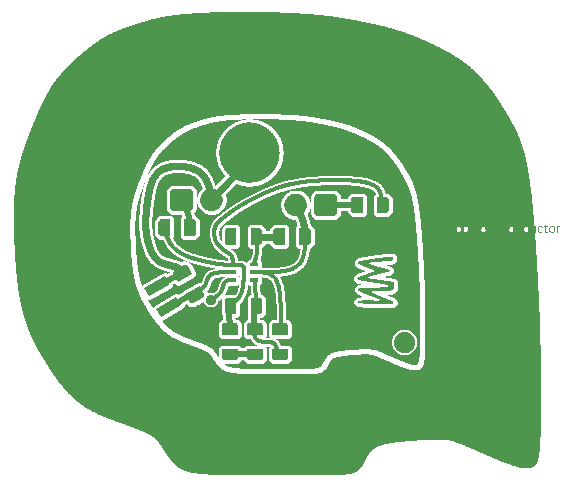
<source format=gbl>
G04 #@! TF.FileFunction,Copper,L2,Bot,Signal*

G04 leading zeros omitted (L); absolute data (A); 6 integer digits and 6 fractional digits *
%FSLAX66Y66*%

G04 mode (MO): millimeters (MM) *
%MOMM*%

G04 Aperture definitions *
%ADD10C,0.001X*%
%ADD11C,0.001X*%
%ADD24C,0.80X*%
%ADD22C,1.00X*%
%ADD23C,1.10X*%
%ADD25C,0.30X*%
%ADD26C,0.50X*%
%ADD20C,0.40X*%
%ADD21C,0.60X*%

%LPD*%
G36*
G01X-10000170Y-6903126D02*
G01X-10000170Y-6903126D01*
G01X-9997524Y-6871770D01*
G01X-9994770Y-6839209D01*
G01X-9991902Y-6805467D01*
G01X-9988915Y-6770569D01*
G01X-9985805Y-6734539D01*
G01X-9982567Y-6697401D01*
G01X-9979196Y-6659180D01*
G01X-9975686Y-6619900D01*
G01X-9972033Y-6579585D01*
G01X-9968232Y-6538259D01*
G01X-9964278Y-6495947D01*
G01X-9960167Y-6452674D01*
G01X-9955892Y-6408462D01*
G01X-9951449Y-6363338D01*
G01X-9946834Y-6317324D01*
G01X-9942040Y-6270445D01*
G01X-9937064Y-6222727D01*
G01X-9931901Y-6174191D01*
G01X-9926545Y-6124864D01*
G01X-9920992Y-6074770D01*
G01X-9915236Y-6023932D01*
G01X-9909272Y-5972375D01*
G01X-9903097Y-5920123D01*
G01X-9896704Y-5867201D01*
G01X-9890089Y-5813633D01*
G01X-9883247Y-5759443D01*
G01X-9876173Y-5704656D01*
G01X-9868862Y-5649295D01*
G01X-9861309Y-5593385D01*
G01X-9853509Y-5536951D01*
G01X-9845457Y-5480016D01*
G01X-9837149Y-5422606D01*
G01X-9828579Y-5364743D01*
G01X-9819742Y-5306453D01*
G01X-9810634Y-5247760D01*
G01X-9801249Y-5188688D01*
G01X-9791583Y-5129261D01*
G01X-9781630Y-5069504D01*
G01X-9771386Y-5009441D01*
G01X-9760846Y-4949096D01*
G01X-9750005Y-4888494D01*
G01X-9738857Y-4827658D01*
G01X-9727399Y-4766614D01*
G01X-9715625Y-4705385D01*
G01X-9703529Y-4643996D01*
G01X-9691108Y-4582471D01*
G01X-9678356Y-4520835D01*
G01X-9665268Y-4459111D01*
G01X-9651839Y-4397323D01*
G01X-9638065Y-4335497D01*
G01X-9638065Y-4335497D01*
G01X-9638065Y-4335497D01*
G01X-9623942Y-4273653D01*
G01X-9609475Y-4211796D01*
G01X-9594672Y-4149930D01*
G01X-9579540Y-4088059D01*
G01X-9564085Y-4026186D01*
G01X-9548314Y-3964315D01*
G01X-9532236Y-3902449D01*
G01X-9515857Y-3840592D01*
G01X-9499183Y-3778747D01*
G01X-9482223Y-3716917D01*
G01X-9464984Y-3655107D01*
G01X-9447472Y-3593319D01*
G01X-9429694Y-3531557D01*
G01X-9411659Y-3469826D01*
G01X-9393372Y-3408127D01*
G01X-9374841Y-3346465D01*
G01X-9356073Y-3284843D01*
G01X-9337076Y-3223264D01*
G01X-9317856Y-3161733D01*
G01X-9298420Y-3100253D01*
G01X-9278776Y-3038826D01*
G01X-9258931Y-2977457D01*
G01X-9238892Y-2916150D01*
G01X-9218665Y-2854906D01*
G01X-9198259Y-2793731D01*
G01X-9177680Y-2732628D01*
G01X-9156935Y-2671600D01*
G01X-9136032Y-2610650D01*
G01X-9114978Y-2549783D01*
G01X-9093779Y-2489001D01*
G01X-9072443Y-2428308D01*
G01X-9050977Y-2367707D01*
G01X-9029388Y-2307203D01*
G01X-9007683Y-2246799D01*
G01X-8985870Y-2186497D01*
G01X-8963955Y-2126302D01*
G01X-8941945Y-2066217D01*
G01X-8919849Y-2006246D01*
G01X-8897672Y-1946392D01*
G01X-8875422Y-1886658D01*
G01X-8853106Y-1827048D01*
G01X-8830731Y-1767566D01*
G01X-8808305Y-1708215D01*
G01X-8785834Y-1648999D01*
G01X-8763326Y-1589921D01*
G01X-8740788Y-1530984D01*
G01X-8718226Y-1472192D01*
G01X-8695648Y-1413549D01*
G01X-8673061Y-1355057D01*
G01X-8650473Y-1296722D01*
G01X-8650473Y-1296722D01*
G01X-8650473Y-1296722D01*
G01X-8627888Y-1238544D01*
G01X-8605307Y-1180527D01*
G01X-8582729Y-1122674D01*
G01X-8560153Y-1064988D01*
G01X-8537579Y-1007474D01*
G01X-8515006Y-0950134D01*
G01X-8492433Y-0892973D01*
G01X-8469860Y-0835993D01*
G01X-8447285Y-0779198D01*
G01X-8424709Y-0722592D01*
G01X-8402130Y-0666178D01*
G01X-8379547Y-0609960D01*
G01X-8356960Y-0553941D01*
G01X-8334369Y-0498125D01*
G01X-8311772Y-0442516D01*
G01X-8289168Y-0387116D01*
G01X-8266558Y-0331930D01*
G01X-8243940Y-0276960D01*
G01X-8221314Y-0222212D01*
G01X-8198678Y-0167686D01*
G01X-8176033Y-0113389D01*
G01X-8153377Y-0059322D01*
G01X-8130709Y-0005490D01*
G01X-8108030Y0048103D01*
G01X-8085338Y0101456D01*
G01X-8062632Y0154563D01*
G01X-8039912Y0207422D01*
G01X-8017177Y0260028D01*
G01X-7994427Y0312379D01*
G01X-7971660Y0364470D01*
G01X-7948876Y0416299D01*
G01X-7926075Y0467862D01*
G01X-7903255Y0519155D01*
G01X-7880415Y0570174D01*
G01X-7857556Y0620917D01*
G01X-7834676Y0671379D01*
G01X-7811774Y0721558D01*
G01X-7788851Y0771449D01*
G01X-7765904Y0821049D01*
G01X-7742934Y0870355D01*
G01X-7719940Y0919363D01*
G01X-7696921Y0968069D01*
G01X-7673876Y1016470D01*
G01X-7650804Y1064563D01*
G01X-7627706Y1112344D01*
G01X-7604579Y1159809D01*
G01X-7581424Y1206955D01*
G01X-7558240Y1253778D01*
G01X-7535025Y1300275D01*
G01X-7511780Y1346443D01*
G01X-7511780Y1346443D01*
G01X-7511780Y1346443D01*
G01X-7476864Y1415056D01*
G01X-7441903Y1482890D01*
G01X-7406907Y1549943D01*
G01X-7371883Y1616212D01*
G01X-7336840Y1681696D01*
G01X-7301786Y1746393D01*
G01X-7266730Y1810300D01*
G01X-7231680Y1873416D01*
G01X-7196643Y1935739D01*
G01X-7161629Y1997266D01*
G01X-7126646Y2057996D01*
G01X-7091703Y2117927D01*
G01X-7056806Y2177057D01*
G01X-7021966Y2235383D01*
G01X-6987190Y2292904D01*
G01X-6952486Y2349618D01*
G01X-6917863Y2405523D01*
G01X-6883329Y2460616D01*
G01X-6848893Y2514896D01*
G01X-6814563Y2568360D01*
G01X-6780347Y2621008D01*
G01X-6746253Y2672836D01*
G01X-6712290Y2723843D01*
G01X-6678467Y2774027D01*
G01X-6644791Y2823385D01*
G01X-6611271Y2871916D01*
G01X-6577915Y2919618D01*
G01X-6544731Y2966489D01*
G01X-6511729Y3012527D01*
G01X-6478916Y3057729D01*
G01X-6446300Y3102094D01*
G01X-6413890Y3145620D01*
G01X-6381695Y3188305D01*
G01X-6371012Y3202346D01*
G01X-6371012Y3202346D01*
G01X-6328527Y3257578D01*
G01X-6286394Y3311391D01*
G01X-6244547Y3363889D01*
G01X-6202923Y3415176D01*
G01X-6161458Y3465355D01*
G01X-6120087Y3514529D01*
G01X-6078748Y3562804D01*
G01X-6037375Y3610283D01*
G01X-5995905Y3657069D01*
G01X-5954274Y3703266D01*
G01X-5912418Y3748978D01*
G01X-5870273Y3794309D01*
G01X-5827774Y3839362D01*
G01X-5784858Y3884242D01*
G01X-5741461Y3929051D01*
G01X-5697519Y3973895D01*
G01X-5652968Y4018876D01*
G01X-5607743Y4064099D01*
G01X-5561781Y4109667D01*
G01X-5515018Y4155684D01*
G01X-5467389Y4202254D01*
G01X-5418832Y4249480D01*
G01X-5369281Y4297466D01*
G01X-5318672Y4346317D01*
G01X-5266943Y4396136D01*
G01X-5266943Y4396136D01*
G01X-5266943Y4396136D01*
G01X-5227376Y4434188D01*
G01X-5187151Y4472818D01*
G01X-5146286Y4511998D01*
G01X-5104794Y4551695D01*
G01X-5062693Y4591880D01*
G01X-5019997Y4632524D01*
G01X-4976722Y4673596D01*
G01X-4932884Y4715065D01*
G01X-4888499Y4756903D01*
G01X-4843581Y4799078D01*
G01X-4798148Y4841561D01*
G01X-4752214Y4884321D01*
G01X-4705795Y4927329D01*
G01X-4658906Y4970554D01*
G01X-4611564Y5013967D01*
G01X-4563784Y5057537D01*
G01X-4515582Y5101234D01*
G01X-4466973Y5145027D01*
G01X-4417973Y5188888D01*
G01X-4368598Y5232786D01*
G01X-4318862Y5276691D01*
G01X-4268783Y5320572D01*
G01X-4218375Y5364399D01*
G01X-4167655Y5408144D01*
G01X-4116637Y5451774D01*
G01X-4065338Y5495261D01*
G01X-4013772Y5538574D01*
G01X-3961957Y5581684D01*
G01X-3909907Y5624559D01*
G01X-3857638Y5667170D01*
G01X-3805166Y5709487D01*
G01X-3752506Y5751480D01*
G01X-3699674Y5793119D01*
G01X-3682028Y5806915D01*
G01X-3682028Y5806915D01*
G01X-3628987Y5848041D01*
G01X-3575795Y5888775D01*
G01X-3522461Y5929115D01*
G01X-3468989Y5969059D01*
G01X-3415388Y6008604D01*
G01X-3361663Y6047747D01*
G01X-3307822Y6086487D01*
G01X-3253870Y6124821D01*
G01X-3199815Y6162747D01*
G01X-3145663Y6200262D01*
G01X-3091421Y6237365D01*
G01X-3037096Y6274053D01*
G01X-2982694Y6310323D01*
G01X-2928222Y6346173D01*
G01X-2873687Y6381601D01*
G01X-2819094Y6416605D01*
G01X-2764452Y6451183D01*
G01X-2709767Y6485331D01*
G01X-2655044Y6519048D01*
G01X-2600292Y6552331D01*
G01X-2545516Y6585178D01*
G01X-2490723Y6617587D01*
G01X-2435921Y6649556D01*
G01X-2381115Y6681081D01*
G01X-2326312Y6712162D01*
G01X-2271519Y6742794D01*
G01X-2216743Y6772977D01*
G01X-2161990Y6802708D01*
G01X-2107267Y6831984D01*
G01X-2052581Y6860804D01*
G01X-1997938Y6889164D01*
G01X-1943345Y6917063D01*
G01X-1888808Y6944498D01*
G01X-1870643Y6953540D01*
G01X-1870643Y6953540D01*
G01X-1816191Y6980355D01*
G01X-1761787Y7006721D01*
G01X-1707403Y7032656D01*
G01X-1653012Y7058180D01*
G01X-1598586Y7083313D01*
G01X-1544099Y7108073D01*
G01X-1489522Y7132481D01*
G01X-1434828Y7156556D01*
G01X-1379991Y7180317D01*
G01X-1324982Y7203784D01*
G01X-1269774Y7226976D01*
G01X-1214340Y7249913D01*
G01X-1158653Y7272614D01*
G01X-1102684Y7295098D01*
G01X-1046408Y7317386D01*
G01X-0989796Y7339496D01*
G01X-0932820Y7361448D01*
G01X-0875455Y7383262D01*
G01X-0817671Y7404956D01*
G01X-0759443Y7426551D01*
G01X-0700742Y7448066D01*
G01X-0641541Y7469519D01*
G01X-0581813Y7490932D01*
G01X-0521531Y7512323D01*
G01X-0460666Y7533711D01*
G01X-0399192Y7555117D01*
G01X-0337082Y7576559D01*
G01X-0274307Y7598057D01*
G01X-0210841Y7619631D01*
G01X-0146656Y7641300D01*
G01X-0081725Y7663083D01*
G01X-0016021Y7685000D01*
G01X0050485Y7707070D01*
G01X0072836Y7714465D01*
G01X0072836Y7714465D01*
G01X0117817Y7729311D01*
G01X0163165Y7744231D01*
G01X0208876Y7759218D01*
G01X0254946Y7774264D01*
G01X0301369Y7789364D01*
G01X0348143Y7804510D01*
G01X0395261Y7819697D01*
G01X0442720Y7834918D01*
G01X0490515Y7850166D01*
G01X0538641Y7865435D01*
G01X0587095Y7880718D01*
G01X0635871Y7896008D01*
G01X0684965Y7911300D01*
G01X0734372Y7926586D01*
G01X0784089Y7941860D01*
G01X0834110Y7957116D01*
G01X0884431Y7972347D01*
G01X0935048Y7987546D01*
G01X0985955Y8002707D01*
G01X1037149Y8017823D01*
G01X1088625Y8032888D01*
G01X1140379Y8047896D01*
G01X1192406Y8062839D01*
G01X1244701Y8077711D01*
G01X1297259Y8092506D01*
G01X1350078Y8107217D01*
G01X1403151Y8121837D01*
G01X1456475Y8136361D01*
G01X1510045Y8150781D01*
G01X1563856Y8165091D01*
G01X1617904Y8179285D01*
G01X1672185Y8193355D01*
G01X1726693Y8207296D01*
G01X1781425Y8221100D01*
G01X1836376Y8234762D01*
G01X1891542Y8248275D01*
G01X1946917Y8261631D01*
G01X2002497Y8274826D01*
G01X2058279Y8287851D01*
G01X2114257Y8300701D01*
G01X2170427Y8313369D01*
G01X2226784Y8325849D01*
G01X2283324Y8338133D01*
G01X2340042Y8350216D01*
G01X2396935Y8362091D01*
G01X2453997Y8373751D01*
G01X2511223Y8385190D01*
G01X2568610Y8396401D01*
G01X2626153Y8407378D01*
G01X2683847Y8418115D01*
G01X2683847Y8418115D01*
G01X2683847Y8418115D01*
G01X2741689Y8428606D01*
G01X2799672Y8438854D01*
G01X2857790Y8448863D01*
G01X2916037Y8458637D01*
G01X2974406Y8468180D01*
G01X3032890Y8477497D01*
G01X3091482Y8486590D01*
G01X3150177Y8495464D01*
G01X3208967Y8504122D01*
G01X3267846Y8512570D01*
G01X3326806Y8520810D01*
G01X3385843Y8528847D01*
G01X3444948Y8536685D01*
G01X3504115Y8544327D01*
G01X3563338Y8551777D01*
G01X3622610Y8559040D01*
G01X3681924Y8566119D01*
G01X3741273Y8573019D01*
G01X3800652Y8579743D01*
G01X3860053Y8586295D01*
G01X3919470Y8592679D01*
G01X3978897Y8598900D01*
G01X4038325Y8604960D01*
G01X4097750Y8610865D01*
G01X4157164Y8616617D01*
G01X4216560Y8622221D01*
G01X4275932Y8627682D01*
G01X4335274Y8633002D01*
G01X4394579Y8638185D01*
G01X4453839Y8643237D01*
G01X4513050Y8648160D01*
G01X4572203Y8652959D01*
G01X4631292Y8657637D01*
G01X4690310Y8662199D01*
G01X4749252Y8666648D01*
G01X4808110Y8670988D01*
G01X4866878Y8675224D01*
G01X4925549Y8679359D01*
G01X4984116Y8683397D01*
G01X5042573Y8687343D01*
G01X5100913Y8691200D01*
G01X5159129Y8694971D01*
G01X5217216Y8698662D01*
G01X5275166Y8702276D01*
G01X5332972Y8705816D01*
G01X5390629Y8709288D01*
G01X5448129Y8712694D01*
G01X5505465Y8716039D01*
G01X5562632Y8719326D01*
G01X5619622Y8722561D01*
G01X5619622Y8722561D01*
G01X5619622Y8722561D01*
G01X5676431Y8725745D01*
G01X5733061Y8728880D01*
G01X5789514Y8731966D01*
G01X5845791Y8735002D01*
G01X5901897Y8737990D01*
G01X5957832Y8740929D01*
G01X6013599Y8743819D01*
G01X6069201Y8746661D01*
G01X6124640Y8749454D01*
G01X6179918Y8752199D01*
G01X6235037Y8754895D01*
G01X6290000Y8757543D01*
G01X6344810Y8760143D01*
G01X6399468Y8762695D01*
G01X6453977Y8765199D01*
G01X6508339Y8767654D01*
G01X6562556Y8770063D01*
G01X6616632Y8772423D01*
G01X6670567Y8774736D01*
G01X6724366Y8777002D01*
G01X6778029Y8779220D01*
G01X6831559Y8781390D01*
G01X6884959Y8783514D01*
G01X6938230Y8785590D01*
G01X6991376Y8787620D01*
G01X7044399Y8789602D01*
G01X7097300Y8791538D01*
G01X7150083Y8793427D01*
G01X7202749Y8795270D01*
G01X7255301Y8797066D01*
G01X7307741Y8798815D01*
G01X7360072Y8800518D01*
G01X7412295Y8802175D01*
G01X7464414Y8803786D01*
G01X7516431Y8805351D01*
G01X7568347Y8806870D01*
G01X7620165Y8808343D01*
G01X7671888Y8809770D01*
G01X7723518Y8811152D01*
G01X7775058Y8812488D01*
G01X7826508Y8813778D01*
G01X7877873Y8815024D01*
G01X7929154Y8816224D01*
G01X7980354Y8817379D01*
G01X8031474Y8818488D01*
G01X8082518Y8819553D01*
G01X8133487Y8820573D01*
G01X8184384Y8821548D01*
G01X8235211Y8822479D01*
G01X8285971Y8823365D01*
G01X8285971Y8823365D01*
G01X8285971Y8823365D01*
G01X8336667Y8824206D01*
G01X8387301Y8825004D01*
G01X8437875Y8825758D01*
G01X8488391Y8826469D01*
G01X8538850Y8827137D01*
G01X8589254Y8827763D01*
G01X8639604Y8828346D01*
G01X8689903Y8828888D01*
G01X8740152Y8829389D01*
G01X8790352Y8829848D01*
G01X8840506Y8830267D01*
G01X8890614Y8830647D01*
G01X8940678Y8830986D01*
G01X8990701Y8831286D01*
G01X9040684Y8831547D01*
G01X9090627Y8831770D01*
G01X9140534Y8831955D01*
G01X9190406Y8832101D01*
G01X9240244Y8832211D01*
G01X9290049Y8832284D01*
G01X9339825Y8832320D01*
G01X9389571Y8832320D01*
G01X9439290Y8832284D01*
G01X9488984Y8832213D01*
G01X9538654Y8832107D01*
G01X9588302Y8831967D01*
G01X9637929Y8831792D01*
G01X9687537Y8831584D01*
G01X9737128Y8831342D01*
G01X9786704Y8831067D01*
G01X9836265Y8830760D01*
G01X9885814Y8830421D01*
G01X9935352Y8830049D01*
G01X9984881Y8829647D01*
G01X10034402Y8829213D01*
G01X10083918Y8828749D01*
G01X10133430Y8828255D01*
G01X10182939Y8827731D01*
G01X10232447Y8827178D01*
G01X10281956Y8826595D01*
G01X10331467Y8825984D01*
G01X10380982Y8825345D01*
G01X10430503Y8824678D01*
G01X10480032Y8823984D01*
G01X10529569Y8823263D01*
G01X10579117Y8822515D01*
G01X10628677Y8821740D01*
G01X10678251Y8820940D01*
G01X10727840Y8820115D01*
G01X10777447Y8819265D01*
G01X10777447Y8819265D01*
G01X10777447Y8819265D01*
G01X10827074Y8818388D01*
G01X10876728Y8817486D01*
G01X10926416Y8816558D01*
G01X10976143Y8815603D01*
G01X11025916Y8814621D01*
G01X11075741Y8813611D01*
G01X11125625Y8812572D01*
G01X11175573Y8811503D01*
G01X11225592Y8810404D01*
G01X11275689Y8809274D01*
G01X11325869Y8808112D01*
G01X11376139Y8806918D01*
G01X11426505Y8805691D01*
G01X11476974Y8804430D01*
G01X11527551Y8803135D01*
G01X11578244Y8801805D01*
G01X11629057Y8800439D01*
G01X11679999Y8799037D01*
G01X11731074Y8797598D01*
G01X11782289Y8796120D01*
G01X11833651Y8794604D01*
G01X11885165Y8793049D01*
G01X11936839Y8791454D01*
G01X11988678Y8789819D01*
G01X12040688Y8788142D01*
G01X12092876Y8786423D01*
G01X12145249Y8784662D01*
G01X12197812Y8782857D01*
G01X12250571Y8781008D01*
G01X12303534Y8779115D01*
G01X12356706Y8777176D01*
G01X12410093Y8775190D01*
G01X12463703Y8773158D01*
G01X12517540Y8771079D01*
G01X12571613Y8768951D01*
G01X12625925Y8766775D01*
G01X12680485Y8764549D01*
G01X12735298Y8762272D01*
G01X12790371Y8759945D01*
G01X12845709Y8757566D01*
G01X12901320Y8755135D01*
G01X12957209Y8752650D01*
G01X13013383Y8750112D01*
G01X13069848Y8747520D01*
G01X13126610Y8744873D01*
G01X13183676Y8742169D01*
G01X13241052Y8739410D01*
G01X13298744Y8736593D01*
G01X13356758Y8733718D01*
G01X13415101Y8730785D01*
G01X13415101Y8730785D01*
G01X13415101Y8730785D01*
G01X13473776Y8727792D01*
G01X13532771Y8724740D01*
G01X13592071Y8721628D01*
G01X13651660Y8718457D01*
G01X13711522Y8715224D01*
G01X13771641Y8711932D01*
G01X13832002Y8708578D01*
G01X13892590Y8705164D01*
G01X13953387Y8701688D01*
G01X14014380Y8698150D01*
G01X14075551Y8694551D01*
G01X14136885Y8690889D01*
G01X14198367Y8687165D01*
G01X14259981Y8683379D01*
G01X14321711Y8679529D01*
G01X14383541Y8675617D01*
G01X14445456Y8671640D01*
G01X14507440Y8667601D01*
G01X14569477Y8663497D01*
G01X14631552Y8659329D01*
G01X14693649Y8655096D01*
G01X14755752Y8650799D01*
G01X14817845Y8646437D01*
G01X14879913Y8642010D01*
G01X14941940Y8637517D01*
G01X15003910Y8632958D01*
G01X15065808Y8628333D01*
G01X15127617Y8623642D01*
G01X15189323Y8618884D01*
G01X15250910Y8614060D01*
G01X15312361Y8609168D01*
G01X15373661Y8604209D01*
G01X15434794Y8599183D01*
G01X15495745Y8594088D01*
G01X15556498Y8588926D01*
G01X15617038Y8583695D01*
G01X15677348Y8578395D01*
G01X15737412Y8573026D01*
G01X15797216Y8567589D01*
G01X15856743Y8562082D01*
G01X15915977Y8556505D01*
G01X15974904Y8550858D01*
G01X16033507Y8545141D01*
G01X16091770Y8539353D01*
G01X16149679Y8533495D01*
G01X16207216Y8527566D01*
G01X16264367Y8521565D01*
G01X16321115Y8515493D01*
G01X16377446Y8509350D01*
G01X16433343Y8503134D01*
G01X16433343Y8503134D01*
G01X16433343Y8503134D01*
G01X16488815Y8496842D01*
G01X16543894Y8490470D01*
G01X16598595Y8484019D01*
G01X16652935Y8477486D01*
G01X16706931Y8470873D01*
G01X16760599Y8464178D01*
G01X16813955Y8457402D01*
G01X16867015Y8450543D01*
G01X16919796Y8443602D01*
G01X16972315Y8436577D01*
G01X17024588Y8429469D01*
G01X17076631Y8422277D01*
G01X17128461Y8415001D01*
G01X17180093Y8407640D01*
G01X17231545Y8400194D01*
G01X17282833Y8392662D01*
G01X17333973Y8385044D01*
G01X17384982Y8377340D01*
G01X17435875Y8369549D01*
G01X17486670Y8361671D01*
G01X17537383Y8353705D01*
G01X17588030Y8345651D01*
G01X17638627Y8337509D01*
G01X17689192Y8329278D01*
G01X17739740Y8320957D01*
G01X17790287Y8312547D01*
G01X17840851Y8304047D01*
G01X17891448Y8295456D01*
G01X17942093Y8286774D01*
G01X17992804Y8278001D01*
G01X18043596Y8269136D01*
G01X18094487Y8260179D01*
G01X18145492Y8251129D01*
G01X18196628Y8241986D01*
G01X18247911Y8232750D01*
G01X18299359Y8223419D01*
G01X18350986Y8213995D01*
G01X18402810Y8204476D01*
G01X18454846Y8194862D01*
G01X18507113Y8185152D01*
G01X18559624Y8175346D01*
G01X18612398Y8165444D01*
G01X18665451Y8155445D01*
G01X18718798Y8145349D01*
G01X18772457Y8135156D01*
G01X18826443Y8124864D01*
G01X18880773Y8114474D01*
G01X18935464Y8103985D01*
G01X18990532Y8093397D01*
G01X19045993Y8082710D01*
G01X19045993Y8082710D01*
G01X19045993Y8082710D01*
G01X19101870Y8071920D01*
G01X19158164Y8061025D01*
G01X19214863Y8050023D01*
G01X19271954Y8038914D01*
G01X19329423Y8027696D01*
G01X19387259Y8016368D01*
G01X19445447Y8004928D01*
G01X19503975Y7993376D01*
G01X19562831Y7981710D01*
G01X19622000Y7969929D01*
G01X19681470Y7958032D01*
G01X19741229Y7946017D01*
G01X19801262Y7933883D01*
G01X19861558Y7921630D01*
G01X19922103Y7909254D01*
G01X19982884Y7896757D01*
G01X20043888Y7884135D01*
G01X20105102Y7871389D01*
G01X20166514Y7858516D01*
G01X20228110Y7845516D01*
G01X20289878Y7832387D01*
G01X20351804Y7819128D01*
G01X20413875Y7805738D01*
G01X20476079Y7792215D01*
G01X20538402Y7778559D01*
G01X20600832Y7764768D01*
G01X20663356Y7750840D01*
G01X20725960Y7736775D01*
G01X20788631Y7722572D01*
G01X20851358Y7708228D01*
G01X20914126Y7693743D01*
G01X20976922Y7679116D01*
G01X21039735Y7664346D01*
G01X21102550Y7649430D01*
G01X21165356Y7634368D01*
G01X21228138Y7619159D01*
G01X21290884Y7603801D01*
G01X21353580Y7588293D01*
G01X21416215Y7572635D01*
G01X21478775Y7556824D01*
G01X21541247Y7540859D01*
G01X21603618Y7524739D01*
G01X21665875Y7508464D01*
G01X21728005Y7492031D01*
G01X21789996Y7475440D01*
G01X21851833Y7458688D01*
G01X21913505Y7441776D01*
G01X21974998Y7424702D01*
G01X22036300Y7407463D01*
G01X22097396Y7390061D01*
G01X22097396Y7390061D01*
G01X22097396Y7390061D01*
G01X22158288Y7372488D01*
G01X22218990Y7354741D01*
G01X22279510Y7336818D01*
G01X22339856Y7318716D01*
G01X22400038Y7300436D01*
G01X22460062Y7281974D01*
G01X22519939Y7263329D01*
G01X22579676Y7244500D01*
G01X22639281Y7225485D01*
G01X22698764Y7206283D01*
G01X22758132Y7186891D01*
G01X22817394Y7167309D01*
G01X22876558Y7147534D01*
G01X22935634Y7127565D01*
G01X22994628Y7107401D01*
G01X23053551Y7087040D01*
G01X23112409Y7066480D01*
G01X23171212Y7045720D01*
G01X23229968Y7024758D01*
G01X23288686Y7003592D01*
G01X23347373Y6982221D01*
G01X23406039Y6960644D01*
G01X23464691Y6938858D01*
G01X23523339Y6916862D01*
G01X23581990Y6894655D01*
G01X23640653Y6872234D01*
G01X23699337Y6849599D01*
G01X23758050Y6826747D01*
G01X23816800Y6803678D01*
G01X23875596Y6780389D01*
G01X23934445Y6756879D01*
G01X23993358Y6733146D01*
G01X24052342Y6709188D01*
G01X24111405Y6685005D01*
G01X24170556Y6660594D01*
G01X24229803Y6635955D01*
G01X24289155Y6611084D01*
G01X24348621Y6585981D01*
G01X24408208Y6560644D01*
G01X24467925Y6535071D01*
G01X24527780Y6509262D01*
G01X24587783Y6483214D01*
G01X24647941Y6456925D01*
G01X24708263Y6430394D01*
G01X24768757Y6403620D01*
G01X24829432Y6376601D01*
G01X24890296Y6349334D01*
G01X24951357Y6321820D01*
G01X25012624Y6294056D01*
G01X25074106Y6266040D01*
G01X25074106Y6266040D01*
G01X25074106Y6266040D01*
G01X25135812Y6237769D01*
G01X25197737Y6209239D01*
G01X25259868Y6180450D01*
G01X25322191Y6151400D01*
G01X25384693Y6122087D01*
G01X25447360Y6092511D01*
G01X25510179Y6062670D01*
G01X25573135Y6032563D01*
G01X25636217Y6002188D01*
G01X25699410Y5971544D01*
G01X25762700Y5940630D01*
G01X25826075Y5909444D01*
G01X25889520Y5877986D01*
G01X25953023Y5846253D01*
G01X26016569Y5814245D01*
G01X26080145Y5781960D01*
G01X26143738Y5749397D01*
G01X26207334Y5716555D01*
G01X26270920Y5683432D01*
G01X26334481Y5650027D01*
G01X26398006Y5616338D01*
G01X26461479Y5582365D01*
G01X26524888Y5548106D01*
G01X26588220Y5513559D01*
G01X26651459Y5478724D01*
G01X26714594Y5443599D01*
G01X26777611Y5408183D01*
G01X26840496Y5372474D01*
G01X26903235Y5336472D01*
G01X26965815Y5300174D01*
G01X27028223Y5263580D01*
G01X27090445Y5226688D01*
G01X27152467Y5189497D01*
G01X27214277Y5152005D01*
G01X27275860Y5114212D01*
G01X27337203Y5076115D01*
G01X27398292Y5037714D01*
G01X27459115Y4999008D01*
G01X27519657Y4959995D01*
G01X27579905Y4920673D01*
G01X27639846Y4881042D01*
G01X27699466Y4841099D01*
G01X27758751Y4800845D01*
G01X27817688Y4760277D01*
G01X27876264Y4719394D01*
G01X27934465Y4678194D01*
G01X27992277Y4636678D01*
G01X28049687Y4594842D01*
G01X28106682Y4552687D01*
G01X28163247Y4510210D01*
G01X28163247Y4510210D01*
G01X28163247Y4510210D01*
G01X28219378Y4467405D01*
G01X28275080Y4424273D01*
G01X28330356Y4380820D01*
G01X28385207Y4337052D01*
G01X28439637Y4292975D01*
G01X28493649Y4248598D01*
G01X28547245Y4203925D01*
G01X28600427Y4158964D01*
G01X28653198Y4113722D01*
G01X28705561Y4068205D01*
G01X28757518Y4022419D01*
G01X28809073Y3976371D01*
G01X28860227Y3930068D01*
G01X28910983Y3883517D01*
G01X28961344Y3836723D01*
G01X29011312Y3789694D01*
G01X29060890Y3742437D01*
G01X29110081Y3694957D01*
G01X29158887Y3647262D01*
G01X29207311Y3599357D01*
G01X29255355Y3551251D01*
G01X29303023Y3502948D01*
G01X29350316Y3454457D01*
G01X29397237Y3405783D01*
G01X29443789Y3356932D01*
G01X29489975Y3307913D01*
G01X29535797Y3258731D01*
G01X29581257Y3209393D01*
G01X29626359Y3159905D01*
G01X29671104Y3110275D01*
G01X29715496Y3060508D01*
G01X29759537Y3010612D01*
G01X29803230Y2960592D01*
G01X29846577Y2910456D01*
G01X29889582Y2860210D01*
G01X29932245Y2809861D01*
G01X29974571Y2759415D01*
G01X30016562Y2708879D01*
G01X30058219Y2658260D01*
G01X30099547Y2607564D01*
G01X30140548Y2556798D01*
G01X30181223Y2505968D01*
G01X30221577Y2455081D01*
G01X30261610Y2404144D01*
G01X30301327Y2353163D01*
G01X30340730Y2302145D01*
G01X30379820Y2251096D01*
G01X30418601Y2200023D01*
G01X30457076Y2148933D01*
G01X30495247Y2097833D01*
G01X30495247Y2097833D01*
G01X30495247Y2097833D01*
G01X30533120Y2046723D01*
G01X30570703Y1995598D01*
G01X30608004Y1944452D01*
G01X30645029Y1893279D01*
G01X30681785Y1842075D01*
G01X30718279Y1790834D01*
G01X30754518Y1739550D01*
G01X30790508Y1688217D01*
G01X30826257Y1636831D01*
G01X30861771Y1585386D01*
G01X30897057Y1533876D01*
G01X30932122Y1482296D01*
G01X30966973Y1430641D01*
G01X31001616Y1378905D01*
G01X31036059Y1327081D01*
G01X31070308Y1275166D01*
G01X31104370Y1223154D01*
G01X31138252Y1171039D01*
G01X31171961Y1118815D01*
G01X31205504Y1066477D01*
G01X31238887Y1014020D01*
G01X31272117Y0961438D01*
G01X31305201Y0908726D01*
G01X31338147Y0855878D01*
G01X31370960Y0802889D01*
G01X31403647Y0749753D01*
G01X31436217Y0696464D01*
G01X31468674Y0643019D01*
G01X31501027Y0589410D01*
G01X31533281Y0535632D01*
G01X31565445Y0481680D01*
G01X31597524Y0427549D01*
G01X31629525Y0373233D01*
G01X31661456Y0318726D01*
G01X31693323Y0264023D01*
G01X31725133Y0209119D01*
G01X31756893Y0154008D01*
G01X31788609Y0098684D01*
G01X31820289Y0043143D01*
G01X31851940Y-0012622D01*
G01X31883567Y-0068616D01*
G01X31915178Y-0124844D01*
G01X31946780Y-0181311D01*
G01X31978380Y-0238024D01*
G01X32009985Y-0294988D01*
G01X32041600Y-0352208D01*
G01X32073234Y-0409689D01*
G01X32104893Y-0467438D01*
G01X32136584Y-0525459D01*
G01X32168313Y-0583759D01*
G01X32168313Y-0583759D01*
G01X32168313Y-0583759D01*
G01X32184194Y-0613015D01*
G01X32200083Y-0642349D01*
G01X32215981Y-0671770D01*
G01X32231887Y-0701287D01*
G01X32247799Y-0730910D01*
G01X32263715Y-0760648D01*
G01X32279637Y-0790509D01*
G01X32295561Y-0820504D01*
G01X32311488Y-0850641D01*
G01X32327416Y-0880929D01*
G01X32343344Y-0911377D01*
G01X32359271Y-0941995D01*
G01X32375196Y-0972793D01*
G01X32391119Y-1003778D01*
G01X32407038Y-1034960D01*
G01X32422952Y-1066349D01*
G01X32438860Y-1097954D01*
G01X32454761Y-1129783D01*
G01X32470654Y-1161846D01*
G01X32486539Y-1194152D01*
G01X32502413Y-1226711D01*
G01X32518277Y-1259531D01*
G01X32534129Y-1292621D01*
G01X32549968Y-1325992D01*
G01X32565792Y-1359651D01*
G01X32581602Y-1393609D01*
G01X32597396Y-1427873D01*
G01X32613173Y-1462455D01*
G01X32628932Y-1497362D01*
G01X32644672Y-1532604D01*
G01X32660392Y-1568190D01*
G01X32676091Y-1604129D01*
G01X32691768Y-1640430D01*
G01X32707421Y-1677103D01*
G01X32723051Y-1714157D01*
G01X32738656Y-1751600D01*
G01X32754234Y-1789443D01*
G01X32769786Y-1827694D01*
G01X32785309Y-1866362D01*
G01X32800804Y-1905457D01*
G01X32816268Y-1944988D01*
G01X32831701Y-1984963D01*
G01X32847101Y-2025393D01*
G01X32862469Y-2066286D01*
G01X32877803Y-2107652D01*
G01X32893101Y-2149499D01*
G01X32908363Y-2191837D01*
G01X32923588Y-2234674D01*
G01X32938775Y-2278021D01*
G01X32953922Y-2321887D01*
G01X32969029Y-2366280D01*
G01X32984095Y-2411209D01*
G01X32999119Y-2456685D01*
G01X33014100Y-2502715D01*
G01X33029036Y-2549310D01*
G01X33043927Y-2596477D01*
G01X33058771Y-2644228D01*
G01X33073568Y-2692570D01*
G01X33088317Y-2741513D01*
G01X33103017Y-2791067D01*
G01X33117666Y-2841239D01*
G01X33132264Y-2892040D01*
G01X33146809Y-2943478D01*
G01X33161301Y-2995564D01*
G01X33175739Y-3048305D01*
G01X33190121Y-3101711D01*
G01X33204447Y-3155791D01*
G01X33218716Y-3210555D01*
G01X33232926Y-3266012D01*
G01X33247076Y-3322171D01*
G01X33261166Y-3379040D01*
G01X33275195Y-3436630D01*
G01X33289161Y-3494949D01*
G01X33303064Y-3554006D01*
G01X33316902Y-3613811D01*
G01X33330674Y-3674373D01*
G01X33344380Y-3735701D01*
G01X33358019Y-3797804D01*
G01X33371589Y-3860692D01*
G01X33385089Y-3924373D01*
G01X33398519Y-3988857D01*
G01X33411877Y-4054153D01*
G01X33425163Y-4120269D01*
G01X33438375Y-4187217D01*
G01X33451512Y-4255003D01*
G01X33464574Y-4323638D01*
G01X33477559Y-4393131D01*
G01X33490466Y-4463491D01*
G01X33503295Y-4534727D01*
G01X33516044Y-4606848D01*
G01X33528712Y-4679864D01*
G01X33541299Y-4753783D01*
G01X33553803Y-4828615D01*
G01X33566223Y-4904369D01*
G01X33578559Y-4981054D01*
G01X33590809Y-5058680D01*
G01X33602972Y-5137255D01*
G01X33615047Y-5216789D01*
G01X33627033Y-5297291D01*
G01X33638930Y-5378769D01*
G01X33638930Y-5378769D01*
G01X33638930Y-5378769D01*
G01X33650736Y-5461229D01*
G01X33662451Y-5544653D01*
G01X33674074Y-5629021D01*
G01X33685607Y-5714313D01*
G01X33697050Y-5800510D01*
G01X33708403Y-5887591D01*
G01X33719665Y-5975535D01*
G01X33730838Y-6064324D01*
G01X33741921Y-6153935D01*
G01X33752915Y-6244350D01*
G01X33763820Y-6335549D01*
G01X33774636Y-6427510D01*
G01X33785364Y-6520214D01*
G01X33796003Y-6613641D01*
G01X33806554Y-6707771D01*
G01X33817017Y-6802583D01*
G01X33827393Y-6898057D01*
G01X33837681Y-6994174D01*
G01X33847882Y-7090913D01*
G01X33857997Y-7188253D01*
G01X33868024Y-7286175D01*
G01X33877965Y-7384659D01*
G01X33887820Y-7483684D01*
G01X33897589Y-7583230D01*
G01X33907272Y-7683277D01*
G01X33916870Y-7783805D01*
G01X33926382Y-7884795D01*
G01X33935810Y-7986224D01*
G01X33945152Y-8088074D01*
G01X33954410Y-8190325D01*
G01X33963584Y-8292955D01*
G01X33972674Y-8395946D01*
G01X33981679Y-8499277D01*
G01X33990602Y-8602927D01*
G01X33999440Y-8706877D01*
G01X34008196Y-8811106D01*
G01X34016868Y-8915594D01*
G01X34025458Y-9020322D01*
G01X34033966Y-9125269D01*
G01X34042391Y-9230414D01*
G01X34050735Y-9335738D01*
G01X34058996Y-9441220D01*
G01X34067176Y-9546841D01*
G01X34075275Y-9652580D01*
G01X34083293Y-9758417D01*
G01X34091230Y-9864332D01*
G01X34099086Y-9970305D01*
G01X34106862Y-10076315D01*
G01X34114558Y-10182343D01*
G01X34122174Y-10288368D01*
G01X34129711Y-10394370D01*
G01X34137168Y-10500329D01*
G01X34144546Y-10606225D01*
G01X34151845Y-10712038D01*
G01X34159065Y-10817747D01*
G01X34166207Y-10923332D01*
G01X34173270Y-11028774D01*
G01X34180256Y-11134052D01*
G01X34187164Y-11239145D01*
G01X34193994Y-11344035D01*
G01X34200747Y-11448700D01*
G01X34207423Y-11553120D01*
G01X34214023Y-11657276D01*
G01X34220545Y-11761147D01*
G01X34226992Y-11864713D01*
G01X34233362Y-11967953D01*
G01X34239656Y-12070849D01*
G01X34245875Y-12173379D01*
G01X34252018Y-12275523D01*
G01X34258086Y-12377262D01*
G01X34264080Y-12478575D01*
G01X34269998Y-12579441D01*
G01X34275842Y-12679842D01*
G01X34281612Y-12779756D01*
G01X34287308Y-12879163D01*
G01X34292930Y-12978044D01*
G01X34298479Y-13076378D01*
G01X34303954Y-13174145D01*
G01X34309356Y-13271325D01*
G01X34314686Y-13367897D01*
G01X34319943Y-13463843D01*
G01X34325127Y-13559140D01*
G01X34330240Y-13653770D01*
G01X34335280Y-13747712D01*
G01X34340249Y-13840946D01*
G01X34345147Y-13933451D01*
G01X34349973Y-14025209D01*
G01X34354729Y-14116198D01*
G01X34359414Y-14206398D01*
G01X34364028Y-14295789D01*
G01X34368572Y-14384352D01*
G01X34373046Y-14472065D01*
G01X34377450Y-14558909D01*
G01X34381785Y-14644863D01*
G01X34386051Y-14729908D01*
G01X34390247Y-14814024D01*
G01X34394375Y-14897189D01*
G01X34398434Y-14979385D01*
G01X34402424Y-15060590D01*
G01X34406347Y-15140785D01*
G01X34406347Y-15140785D01*
G01X34406347Y-15140785D01*
G01X34410202Y-15219955D01*
G01X34413989Y-15298108D01*
G01X34417710Y-15375258D01*
G01X34421366Y-15451418D01*
G01X34424956Y-15526604D01*
G01X34428481Y-15600828D01*
G01X34431943Y-15674104D01*
G01X34435341Y-15746447D01*
G01X34438677Y-15817869D01*
G01X34441951Y-15888386D01*
G01X34445165Y-15958011D01*
G01X34448317Y-16026757D01*
G01X34451410Y-16094639D01*
G01X34454444Y-16161670D01*
G01X34457420Y-16227865D01*
G01X34460337Y-16293237D01*
G01X34463198Y-16357800D01*
G01X34466003Y-16421568D01*
G01X34468751Y-16484554D01*
G01X34471445Y-16546773D01*
G01X34474085Y-16608239D01*
G01X34476670Y-16668965D01*
G01X34479203Y-16728966D01*
G01X34481684Y-16788254D01*
G01X34484113Y-16846844D01*
G01X34486491Y-16904751D01*
G01X34488818Y-16961987D01*
G01X34491097Y-17018566D01*
G01X34493326Y-17074503D01*
G01X34495507Y-17129811D01*
G01X34497641Y-17184505D01*
G01X34499727Y-17238597D01*
G01X34501768Y-17292102D01*
G01X34503763Y-17345034D01*
G01X34505713Y-17397407D01*
G01X34507620Y-17449234D01*
G01X34509482Y-17500530D01*
G01X34511302Y-17551307D01*
G01X34513080Y-17601581D01*
G01X34514816Y-17651365D01*
G01X34516512Y-17700672D01*
G01X34518168Y-17749518D01*
G01X34519784Y-17797914D01*
G01X34521362Y-17845877D01*
G01X34522901Y-17893418D01*
G01X34524403Y-17940552D01*
G01X34525869Y-17987294D01*
G01X34527298Y-18033656D01*
G01X34528692Y-18079653D01*
G01X34530052Y-18125299D01*
G01X34531378Y-18170607D01*
G01X34532670Y-18215592D01*
G01X34533930Y-18260266D01*
G01X34535158Y-18304645D01*
G01X34536354Y-18348742D01*
G01X34537521Y-18392570D01*
G01X34538657Y-18436144D01*
G01X34539764Y-18479478D01*
G01X34540842Y-18522585D01*
G01X34541893Y-18565479D01*
G01X34542917Y-18608174D01*
G01X34543914Y-18650684D01*
G01X34544885Y-18693023D01*
G01X34545831Y-18735205D01*
G01X34546753Y-18777244D01*
G01X34547651Y-18819152D01*
G01X34548526Y-18860945D01*
G01X34549378Y-18902637D01*
G01X34550209Y-18944240D01*
G01X34551018Y-18985769D01*
G01X34551808Y-19027238D01*
G01X34552577Y-19068660D01*
G01X34553328Y-19110050D01*
G01X34554060Y-19151422D01*
G01X34554775Y-19192788D01*
G01X34555472Y-19234164D01*
G01X34556154Y-19275562D01*
G01X34556820Y-19316998D01*
G01X34557470Y-19358484D01*
G01X34558107Y-19400035D01*
G01X34558730Y-19441664D01*
G01X34559340Y-19483385D01*
G01X34559938Y-19525212D01*
G01X34560524Y-19567160D01*
G01X34561100Y-19609241D01*
G01X34561665Y-19651470D01*
G01X34562221Y-19693860D01*
G01X34562768Y-19736426D01*
G01X34563307Y-19779182D01*
G01X34563838Y-19822140D01*
G01X34564362Y-19865316D01*
G01X34564881Y-19908722D01*
G01X34565394Y-19952374D01*
G01X34565902Y-19996284D01*
G01X34566406Y-20040466D01*
G01X34566907Y-20084935D01*
G01X34567405Y-20129704D01*
G01X34567901Y-20174787D01*
G01X34568396Y-20220198D01*
G01X34568890Y-20265951D01*
G01X34568890Y-20265951D01*
G01X34568890Y-20265951D01*
G01X34569384Y-20312056D01*
G01X34569877Y-20358509D01*
G01X34570371Y-20405304D01*
G01X34570863Y-20452433D01*
G01X34571356Y-20499890D01*
G01X34571847Y-20547668D01*
G01X34572337Y-20595759D01*
G01X34572826Y-20644158D01*
G01X34573313Y-20692858D01*
G01X34573799Y-20741851D01*
G01X34574284Y-20791131D01*
G01X34574766Y-20840690D01*
G01X34575246Y-20890523D01*
G01X34575724Y-20940622D01*
G01X34576200Y-20990980D01*
G01X34576673Y-21041591D01*
G01X34577143Y-21092448D01*
G01X34577611Y-21143543D01*
G01X34578075Y-21194871D01*
G01X34578536Y-21246424D01*
G01X34578993Y-21298196D01*
G01X34579447Y-21350179D01*
G01X34579897Y-21402367D01*
G01X34580343Y-21454752D01*
G01X34580785Y-21507329D01*
G01X34581223Y-21560090D01*
G01X34581656Y-21613029D01*
G01X34582084Y-21666138D01*
G01X34582508Y-21719411D01*
G01X34582926Y-21772841D01*
G01X34583340Y-21826421D01*
G01X34583748Y-21880145D01*
G01X34584151Y-21934004D01*
G01X34584547Y-21987994D01*
G01X34584938Y-22042106D01*
G01X34585323Y-22096335D01*
G01X34585702Y-22150672D01*
G01X34586074Y-22205112D01*
G01X34586440Y-22259647D01*
G01X34586799Y-22314271D01*
G01X34587151Y-22368977D01*
G01X34587496Y-22423757D01*
G01X34587834Y-22478606D01*
G01X34588164Y-22533516D01*
G01X34588487Y-22588481D01*
G01X34588802Y-22643493D01*
G01X34589109Y-22698547D01*
G01X34589407Y-22753634D01*
G01X34589698Y-22808748D01*
G01X34589980Y-22863883D01*
G01X34590254Y-22919031D01*
G01X34590518Y-22974186D01*
G01X34590774Y-23029341D01*
G01X34591020Y-23084489D01*
G01X34591257Y-23139623D01*
G01X34591485Y-23194736D01*
G01X34591703Y-23249822D01*
G01X34591911Y-23304874D01*
G01X34592109Y-23359884D01*
G01X34592297Y-23414847D01*
G01X34592475Y-23469755D01*
G01X34592642Y-23524601D01*
G01X34592798Y-23579378D01*
G01X34592944Y-23634081D01*
G01X34593078Y-23688701D01*
G01X34593201Y-23743232D01*
G01X34593313Y-23797668D01*
G01X34593413Y-23852001D01*
G01X34593501Y-23906225D01*
G01X34593578Y-23960332D01*
G01X34593642Y-24014316D01*
G01X34593694Y-24068170D01*
G01X34593734Y-24121888D01*
G01X34593761Y-24175462D01*
G01X34593775Y-24228885D01*
G01X34593776Y-24282152D01*
G01X34593765Y-24335254D01*
G01X34593739Y-24388185D01*
G01X34593701Y-24440939D01*
G01X34593649Y-24493508D01*
G01X34593582Y-24545885D01*
G01X34593502Y-24598065D01*
G01X34593408Y-24650039D01*
G01X34593299Y-24701801D01*
G01X34593176Y-24753345D01*
G01X34593038Y-24804663D01*
G01X34592886Y-24855749D01*
G01X34592718Y-24906596D01*
G01X34592535Y-24957196D01*
G01X34592337Y-25007544D01*
G01X34592123Y-25057632D01*
G01X34591893Y-25107453D01*
G01X34591648Y-25157001D01*
G01X34591386Y-25206269D01*
G01X34591109Y-25255250D01*
G01X34590815Y-25303937D01*
G01X34590504Y-25352323D01*
G01X34590176Y-25400402D01*
G01X34589832Y-25448166D01*
G01X34589470Y-25495609D01*
G01X34589470Y-25495609D01*
G01X34589470Y-25495609D01*
G01X34588695Y-25589515D01*
G01X34587848Y-25682114D01*
G01X34586928Y-25773415D01*
G01X34585932Y-25863426D01*
G01X34584859Y-25952155D01*
G01X34583705Y-26039609D01*
G01X34582470Y-26125797D01*
G01X34581150Y-26210727D01*
G01X34579744Y-26294406D01*
G01X34578249Y-26376843D01*
G01X34576663Y-26458045D01*
G01X34574984Y-26538020D01*
G01X34573210Y-26616776D01*
G01X34571339Y-26694321D01*
G01X34569368Y-26770663D01*
G01X34567295Y-26845810D01*
G01X34565119Y-26919770D01*
G01X34562837Y-26992550D01*
G01X34560446Y-27064159D01*
G01X34557945Y-27134605D01*
G01X34555332Y-27203895D01*
G01X34552604Y-27272038D01*
G01X34549759Y-27339040D01*
G01X34546795Y-27404911D01*
G01X34543710Y-27469658D01*
G01X34540502Y-27533289D01*
G01X34537168Y-27595813D01*
G01X34533706Y-27657235D01*
G01X34530115Y-27717566D01*
G01X34526391Y-27776813D01*
G01X34522533Y-27834983D01*
G01X34518539Y-27892084D01*
G01X34514407Y-27948125D01*
G01X34510133Y-28003113D01*
G01X34505717Y-28057057D01*
G01X34501156Y-28109964D01*
G01X34496447Y-28161842D01*
G01X34491589Y-28212699D01*
G01X34486579Y-28262543D01*
G01X34481416Y-28311382D01*
G01X34476097Y-28359223D01*
G01X34470620Y-28406075D01*
G01X34464982Y-28451946D01*
G01X34459182Y-28496844D01*
G01X34453218Y-28540775D01*
G01X34447087Y-28583750D01*
G01X34440787Y-28625774D01*
G01X34434315Y-28666857D01*
G01X34427671Y-28707006D01*
G01X34420851Y-28746228D01*
G01X34420851Y-28746228D01*
G01X34420851Y-28746228D01*
G01X34406674Y-28821931D01*
G01X34391756Y-28894049D01*
G01X34376066Y-28962674D01*
G01X34359575Y-29027894D01*
G01X34342253Y-29089800D01*
G01X34324069Y-29148483D01*
G01X34304993Y-29204032D01*
G01X34284996Y-29256538D01*
G01X34264048Y-29306091D01*
G01X34242118Y-29352781D01*
G01X34219177Y-29396699D01*
G01X34195194Y-29437934D01*
G01X34170139Y-29476577D01*
G01X34143982Y-29512717D01*
G01X34116694Y-29546446D01*
G01X34088245Y-29577853D01*
G01X34058603Y-29607028D01*
G01X34027740Y-29634062D01*
G01X33995625Y-29659045D01*
G01X33962229Y-29682066D01*
G01X33927520Y-29703217D01*
G01X33891470Y-29722587D01*
G01X33854047Y-29740267D01*
G01X33815223Y-29756347D01*
G01X33774967Y-29770916D01*
G01X33774967Y-29770916D01*
G01X33774967Y-29770916D01*
G01X33743810Y-29780895D01*
G01X33711774Y-29790043D01*
G01X33678801Y-29798334D01*
G01X33644835Y-29805739D01*
G01X33609818Y-29812229D01*
G01X33573693Y-29817775D01*
G01X33536403Y-29822349D01*
G01X33497891Y-29825922D01*
G01X33458100Y-29828467D01*
G01X33416972Y-29829953D01*
G01X33374451Y-29830354D01*
G01X33330479Y-29829639D01*
G01X33284999Y-29827781D01*
G01X33237954Y-29824752D01*
G01X33189286Y-29820522D01*
G01X33138940Y-29815063D01*
G01X33086857Y-29808346D01*
G01X33032980Y-29800344D01*
G01X32977252Y-29791026D01*
G01X32919617Y-29780366D01*
G01X32860016Y-29768334D01*
G01X32798393Y-29754902D01*
G01X32734691Y-29740040D01*
G01X32668852Y-29723722D01*
G01X32600820Y-29705918D01*
G01X32530536Y-29686599D01*
G01X32457945Y-29665737D01*
G01X32382988Y-29643303D01*
G01X32305609Y-29619270D01*
G01X32225751Y-29593608D01*
G01X32143356Y-29566288D01*
G01X32058368Y-29537283D01*
G01X31970728Y-29506564D01*
G01X31940916Y-29495938D01*
G01X31940916Y-29495938D01*
G01X31880386Y-29474105D01*
G01X31818683Y-29451516D01*
G01X31755857Y-29428199D01*
G01X31691958Y-29404183D01*
G01X31627035Y-29379495D01*
G01X31561138Y-29354164D01*
G01X31494317Y-29328219D01*
G01X31426622Y-29301686D01*
G01X31358103Y-29274595D01*
G01X31288810Y-29246973D01*
G01X31218792Y-29218849D01*
G01X31148100Y-29190251D01*
G01X31076783Y-29161207D01*
G01X31004891Y-29131745D01*
G01X30932474Y-29101893D01*
G01X30859582Y-29071680D01*
G01X30786265Y-29041134D01*
G01X30712572Y-29010283D01*
G01X30638553Y-28979155D01*
G01X30564259Y-28947778D01*
G01X30489739Y-28916180D01*
G01X30415043Y-28884391D01*
G01X30340220Y-28852437D01*
G01X30265321Y-28820347D01*
G01X30190396Y-28788149D01*
G01X30115494Y-28755871D01*
G01X30040665Y-28723542D01*
G01X29965959Y-28691190D01*
G01X29891426Y-28658842D01*
G01X29817116Y-28626528D01*
G01X29743079Y-28594275D01*
G01X29669364Y-28562111D01*
G01X29596021Y-28530064D01*
G01X29523101Y-28498164D01*
G01X29450652Y-28466437D01*
G01X29378726Y-28434912D01*
G01X29307371Y-28403618D01*
G01X29236638Y-28372582D01*
G01X29166576Y-28341833D01*
G01X29097235Y-28311398D01*
G01X29028666Y-28281306D01*
G01X28960917Y-28251586D01*
G01X28894040Y-28222264D01*
G01X28828083Y-28193371D01*
G01X28763097Y-28164932D01*
G01X28699131Y-28136978D01*
G01X28636236Y-28109536D01*
G01X28574460Y-28082634D01*
G01X28513855Y-28056300D01*
G01X28454469Y-28030562D01*
G01X28454469Y-28030562D01*
G01X28454469Y-28030562D01*
G01X28367731Y-27993114D01*
G01X28283710Y-27957043D01*
G01X28202277Y-27922327D01*
G01X28123304Y-27888942D01*
G01X28046663Y-27856867D01*
G01X27972227Y-27826079D01*
G01X27899867Y-27796554D01*
G01X27829455Y-27768271D01*
G01X27760864Y-27741206D01*
G01X27693965Y-27715337D01*
G01X27628630Y-27690641D01*
G01X27564731Y-27667096D01*
G01X27502140Y-27644679D01*
G01X27440730Y-27623367D01*
G01X27380371Y-27603137D01*
G01X27320937Y-27583967D01*
G01X27262299Y-27565835D01*
G01X27204329Y-27548717D01*
G01X27146899Y-27532591D01*
G01X27089881Y-27517433D01*
G01X27033148Y-27503223D01*
G01X26976570Y-27489936D01*
G01X26920021Y-27477550D01*
G01X26863371Y-27466043D01*
G01X26806494Y-27455392D01*
G01X26749260Y-27445573D01*
G01X26691543Y-27436565D01*
G01X26633213Y-27428345D01*
G01X26574144Y-27420890D01*
G01X26514206Y-27414177D01*
G01X26453272Y-27408184D01*
G01X26391215Y-27402888D01*
G01X26327905Y-27398267D01*
G01X26306501Y-27396872D01*
G01X26306501Y-27396872D01*
G01X26263223Y-27394297D01*
G01X26219324Y-27392003D01*
G01X26174811Y-27389985D01*
G01X26129694Y-27388237D01*
G01X26083983Y-27386754D01*
G01X26037685Y-27385531D01*
G01X25990811Y-27384562D01*
G01X25943369Y-27383843D01*
G01X25895369Y-27383367D01*
G01X25846819Y-27383130D01*
G01X25797728Y-27383125D01*
G01X25748106Y-27383349D01*
G01X25697961Y-27383794D01*
G01X25647302Y-27384457D01*
G01X25596140Y-27385332D01*
G01X25544481Y-27386413D01*
G01X25492337Y-27387695D01*
G01X25439715Y-27389173D01*
G01X25386625Y-27390842D01*
G01X25333075Y-27392695D01*
G01X25279076Y-27394728D01*
G01X25224635Y-27396936D01*
G01X25169762Y-27399313D01*
G01X25114466Y-27401853D01*
G01X25058757Y-27404553D01*
G01X25002642Y-27407405D01*
G01X24946131Y-27410405D01*
G01X24889233Y-27413547D01*
G01X24831958Y-27416827D01*
G01X24774313Y-27420238D01*
G01X24716309Y-27423776D01*
G01X24657954Y-27427435D01*
G01X24599258Y-27431210D01*
G01X24540229Y-27435095D01*
G01X24480876Y-27439085D01*
G01X24421209Y-27443175D01*
G01X24361236Y-27447360D01*
G01X24300967Y-27451634D01*
G01X24240410Y-27455992D01*
G01X24179575Y-27460428D01*
G01X24118470Y-27464937D01*
G01X24057106Y-27469514D01*
G01X23995490Y-27474154D01*
G01X23933632Y-27478851D01*
G01X23871540Y-27483599D01*
G01X23809225Y-27488394D01*
G01X23746694Y-27493231D01*
G01X23683957Y-27498103D01*
G01X23621024Y-27503006D01*
G01X23557902Y-27507933D01*
G01X23557902Y-27507933D01*
G01X23557902Y-27507933D01*
G01X23494606Y-27512884D01*
G01X23431158Y-27517865D01*
G01X23367585Y-27522889D01*
G01X23303913Y-27527967D01*
G01X23240166Y-27533111D01*
G01X23176371Y-27538331D01*
G01X23112553Y-27543640D01*
G01X23048738Y-27549048D01*
G01X22984952Y-27554568D01*
G01X22921220Y-27560211D01*
G01X22857567Y-27565988D01*
G01X22794020Y-27571910D01*
G01X22730603Y-27577990D01*
G01X22667344Y-27584238D01*
G01X22604266Y-27590666D01*
G01X22541397Y-27597286D01*
G01X22478761Y-27604108D01*
G01X22416384Y-27611145D01*
G01X22354292Y-27618408D01*
G01X22292511Y-27625908D01*
G01X22231065Y-27633657D01*
G01X22169981Y-27641666D01*
G01X22109285Y-27649947D01*
G01X22049001Y-27658510D01*
G01X21989156Y-27667369D01*
G01X21929775Y-27676533D01*
G01X21870884Y-27686015D01*
G01X21812508Y-27695826D01*
G01X21754674Y-27705977D01*
G01X21697406Y-27716481D01*
G01X21640731Y-27727347D01*
G01X21584674Y-27738588D01*
G01X21529260Y-27750216D01*
G01X21474515Y-27762241D01*
G01X21420466Y-27774675D01*
G01X21367137Y-27787530D01*
G01X21314554Y-27800817D01*
G01X21262743Y-27814547D01*
G01X21211729Y-27828733D01*
G01X21161538Y-27843385D01*
G01X21112196Y-27858514D01*
G01X21063729Y-27874133D01*
G01X21016161Y-27890253D01*
G01X20969519Y-27906885D01*
G01X20923828Y-27924041D01*
G01X20879114Y-27941731D01*
G01X20835402Y-27959969D01*
G01X20792718Y-27978764D01*
G01X20751088Y-27998129D01*
G01X20710538Y-28018075D01*
G01X20710538Y-28018075D01*
G01X20710538Y-28018075D01*
G01X20651766Y-28049091D01*
G01X20595406Y-28081374D01*
G01X20541379Y-28114857D01*
G01X20489608Y-28149476D01*
G01X20440014Y-28185163D01*
G01X20392519Y-28221854D01*
G01X20347046Y-28259481D01*
G01X20303516Y-28297980D01*
G01X20261851Y-28337284D01*
G01X20221974Y-28377327D01*
G01X20183806Y-28418044D01*
G01X20147269Y-28459368D01*
G01X20112285Y-28501234D01*
G01X20078777Y-28543575D01*
G01X20046665Y-28586326D01*
G01X20015873Y-28629421D01*
G01X19986322Y-28672793D01*
G01X19957934Y-28716377D01*
G01X19930631Y-28760107D01*
G01X19904335Y-28803917D01*
G01X19878968Y-28847740D01*
G01X19854452Y-28891512D01*
G01X19830708Y-28935166D01*
G01X19807660Y-28978636D01*
G01X19785229Y-29021856D01*
G01X19763336Y-29064760D01*
G01X19741905Y-29107283D01*
G01X19720856Y-29149358D01*
G01X19700112Y-29190920D01*
G01X19679594Y-29231902D01*
G01X19659226Y-29272238D01*
G01X19638928Y-29311863D01*
G01X19618622Y-29350711D01*
G01X19611839Y-29363476D01*
G01X19611839Y-29363476D01*
G01X19584576Y-29413578D01*
G01X19557071Y-29462156D01*
G01X19529278Y-29509229D01*
G01X19501150Y-29554817D01*
G01X19472643Y-29598939D01*
G01X19443708Y-29641614D01*
G01X19414302Y-29682861D01*
G01X19384377Y-29722699D01*
G01X19353887Y-29761148D01*
G01X19322787Y-29798226D01*
G01X19291031Y-29833953D01*
G01X19258572Y-29868348D01*
G01X19225365Y-29901430D01*
G01X19191363Y-29933218D01*
G01X19156520Y-29963732D01*
G01X19120791Y-29992990D01*
G01X19084129Y-30021012D01*
G01X19046489Y-30047817D01*
G01X19007824Y-30073425D01*
G01X18968088Y-30097853D01*
G01X18927235Y-30121122D01*
G01X18885220Y-30143251D01*
G01X18841996Y-30164258D01*
G01X18797517Y-30184163D01*
G01X18751737Y-30202985D01*
G01X18751737Y-30202985D01*
G01X18751737Y-30202985D01*
G01X18728340Y-30211996D01*
G01X18704566Y-30220744D01*
G01X18680370Y-30229233D01*
G01X18655709Y-30237467D01*
G01X18630539Y-30245451D01*
G01X18604816Y-30253189D01*
G01X18578498Y-30260685D01*
G01X18551539Y-30267942D01*
G01X18523896Y-30274966D01*
G01X18495526Y-30281760D01*
G01X18466384Y-30288329D01*
G01X18436428Y-30294676D01*
G01X18405612Y-30300806D01*
G01X18373894Y-30306723D01*
G01X18341230Y-30312431D01*
G01X18307576Y-30317935D01*
G01X18272887Y-30323238D01*
G01X18237122Y-30328344D01*
G01X18200234Y-30333258D01*
G01X18162182Y-30337985D01*
G01X18122921Y-30342527D01*
G01X18082408Y-30346890D01*
G01X18040598Y-30351077D01*
G01X17997448Y-30355092D01*
G01X17952914Y-30358941D01*
G01X17906953Y-30362626D01*
G01X17859521Y-30366152D01*
G01X17810573Y-30369524D01*
G01X17760067Y-30372745D01*
G01X17707958Y-30375819D01*
G01X17654203Y-30378751D01*
G01X17598757Y-30381545D01*
G01X17541578Y-30384205D01*
G01X17482622Y-30386735D01*
G01X17421844Y-30389139D01*
G01X17359201Y-30391422D01*
G01X17294649Y-30393588D01*
G01X17228145Y-30395640D01*
G01X17159645Y-30397583D01*
G01X17089104Y-30399422D01*
G01X17016480Y-30401160D01*
G01X16941728Y-30402801D01*
G01X16864805Y-30404349D01*
G01X16785667Y-30405810D01*
G01X16704270Y-30407186D01*
G01X16620571Y-30408483D01*
G01X16534525Y-30409703D01*
G01X16446089Y-30410852D01*
G01X16355220Y-30411934D01*
G01X16261873Y-30412952D01*
G01X16261873Y-30412952D01*
G01X16261873Y-30412952D01*
G01X16214261Y-30413439D01*
G01X16166029Y-30413911D01*
G01X16117189Y-30414369D01*
G01X16067749Y-30414812D01*
G01X16017720Y-30415240D01*
G01X15967110Y-30415655D01*
G01X15915930Y-30416056D01*
G01X15864189Y-30416443D01*
G01X15811897Y-30416816D01*
G01X15759063Y-30417176D01*
G01X15705698Y-30417522D01*
G01X15651809Y-30417856D01*
G01X15597409Y-30418176D01*
G01X15542505Y-30418483D01*
G01X15487108Y-30418778D01*
G01X15431226Y-30419060D01*
G01X15374871Y-30419329D01*
G01X15318051Y-30419586D01*
G01X15260777Y-30419831D01*
G01X15203057Y-30420064D01*
G01X15144901Y-30420285D01*
G01X15086319Y-30420495D01*
G01X15027321Y-30420692D01*
G01X14967916Y-30420879D01*
G01X14908114Y-30421054D01*
G01X14847925Y-30421218D01*
G01X14787357Y-30421371D01*
G01X14726422Y-30421513D01*
G01X14665128Y-30421645D01*
G01X14603484Y-30421766D01*
G01X14541502Y-30421876D01*
G01X14479190Y-30421977D01*
G01X14416557Y-30422067D01*
G01X14353615Y-30422148D01*
G01X14290371Y-30422218D01*
G01X14226836Y-30422279D01*
G01X14163020Y-30422331D01*
G01X14098932Y-30422373D01*
G01X14034582Y-30422406D01*
G01X13969978Y-30422430D01*
G01X13905132Y-30422445D01*
G01X13840053Y-30422451D01*
G01X13774749Y-30422449D01*
G01X13709232Y-30422438D01*
G01X13643510Y-30422419D01*
G01X13577593Y-30422392D01*
G01X13511491Y-30422357D01*
G01X13445213Y-30422314D01*
G01X13378770Y-30422263D01*
G01X13312170Y-30422205D01*
G01X13245423Y-30422140D01*
G01X13178539Y-30422067D01*
G01X13111528Y-30421987D01*
G01X13044399Y-30421900D01*
G01X12977162Y-30421806D01*
G01X12909826Y-30421706D01*
G01X12842401Y-30421599D01*
G01X12774897Y-30421486D01*
G01X12707324Y-30421366D01*
G01X12639690Y-30421241D01*
G01X12572006Y-30421110D01*
G01X12504281Y-30420972D01*
G01X12436525Y-30420830D01*
G01X12368748Y-30420681D01*
G01X12300958Y-30420528D01*
G01X12233167Y-30420369D01*
G01X12165382Y-30420206D01*
G01X12097615Y-30420037D01*
G01X12029875Y-30419864D01*
G01X11962170Y-30419686D01*
G01X11894512Y-30419504D01*
G01X11826909Y-30419317D01*
G01X11759372Y-30419126D01*
G01X11691909Y-30418932D01*
G01X11624530Y-30418733D01*
G01X11557246Y-30418531D01*
G01X11490066Y-30418326D01*
G01X11422998Y-30418117D01*
G01X11356054Y-30417904D01*
G01X11289242Y-30417689D01*
G01X11222573Y-30417471D01*
G01X11156055Y-30417250D01*
G01X11089699Y-30417026D01*
G01X11023514Y-30416800D01*
G01X10957510Y-30416571D01*
G01X10891696Y-30416341D01*
G01X10826082Y-30416108D01*
G01X10760678Y-30415873D01*
G01X10695493Y-30415637D01*
G01X10630537Y-30415399D01*
G01X10565820Y-30415160D01*
G01X10501351Y-30414919D01*
G01X10437139Y-30414677D01*
G01X10373195Y-30414435D01*
G01X10309528Y-30414191D01*
G01X10246148Y-30413947D01*
G01X10183064Y-30413702D01*
G01X10120286Y-30413456D01*
G01X10057824Y-30413211D01*
G01X9995686Y-30412965D01*
G01X9995686Y-30412965D01*
G01X9995686Y-30412965D01*
G01X9872415Y-30412472D01*
G01X9750485Y-30411972D01*
G01X9629892Y-30411459D01*
G01X9510633Y-30410926D01*
G01X9392706Y-30410367D01*
G01X9276108Y-30409775D01*
G01X9160835Y-30409143D01*
G01X9046884Y-30408465D01*
G01X8934252Y-30407735D01*
G01X8822936Y-30406945D01*
G01X8712933Y-30406090D01*
G01X8604240Y-30405162D01*
G01X8496854Y-30404156D01*
G01X8390772Y-30403064D01*
G01X8285991Y-30401880D01*
G01X8182507Y-30400597D01*
G01X8080318Y-30399210D01*
G01X7979420Y-30397711D01*
G01X7879811Y-30396093D01*
G01X7781486Y-30394351D01*
G01X7684445Y-30392478D01*
G01X7588682Y-30390466D01*
G01X7494195Y-30388311D01*
G01X7400982Y-30386004D01*
G01X7309038Y-30383540D01*
G01X7218362Y-30380911D01*
G01X7128949Y-30378112D01*
G01X7040797Y-30375136D01*
G01X6953902Y-30371976D01*
G01X6868262Y-30368625D01*
G01X6783874Y-30365078D01*
G01X6700734Y-30361327D01*
G01X6618839Y-30357366D01*
G01X6538187Y-30353188D01*
G01X6458774Y-30348788D01*
G01X6380596Y-30344157D01*
G01X6303652Y-30339291D01*
G01X6227938Y-30334181D01*
G01X6153451Y-30328822D01*
G01X6080188Y-30323207D01*
G01X6008145Y-30317330D01*
G01X5937320Y-30311184D01*
G01X5867710Y-30304762D01*
G01X5799311Y-30298058D01*
G01X5732121Y-30291065D01*
G01X5666136Y-30283776D01*
G01X5601353Y-30276186D01*
G01X5537769Y-30268288D01*
G01X5475382Y-30260074D01*
G01X5414188Y-30251539D01*
G01X5414188Y-30251539D01*
G01X5414188Y-30251539D01*
G01X5324636Y-30238132D01*
G01X5237732Y-30223995D01*
G01X5153405Y-30209118D01*
G01X5071582Y-30193489D01*
G01X4992195Y-30177096D01*
G01X4915171Y-30159928D01*
G01X4840440Y-30141974D01*
G01X4767932Y-30123222D01*
G01X4697575Y-30103661D01*
G01X4629298Y-30083279D01*
G01X4563032Y-30062064D01*
G01X4498705Y-30040006D01*
G01X4436246Y-30017093D01*
G01X4375584Y-29993312D01*
G01X4316649Y-29968654D01*
G01X4259371Y-29943106D01*
G01X4203677Y-29916656D01*
G01X4149497Y-29889294D01*
G01X4096761Y-29861008D01*
G01X4045398Y-29831787D01*
G01X3995337Y-29801618D01*
G01X3946507Y-29770491D01*
G01X3898837Y-29738394D01*
G01X3852256Y-29705315D01*
G01X3806695Y-29671244D01*
G01X3762081Y-29636168D01*
G01X3718344Y-29600076D01*
G01X3675414Y-29562956D01*
G01X3633220Y-29524798D01*
G01X3591690Y-29485590D01*
G01X3550754Y-29445320D01*
G01X3510341Y-29403976D01*
G01X3470380Y-29361548D01*
G01X3457148Y-29347162D01*
G01X3457148Y-29347162D01*
G01X3417702Y-29303290D01*
G01X3378627Y-29258399D01*
G01X3339917Y-29212560D01*
G01X3301565Y-29165841D01*
G01X3263564Y-29118313D01*
G01X3225907Y-29070043D01*
G01X3188586Y-29021103D01*
G01X3151596Y-28971560D01*
G01X3114929Y-28921485D01*
G01X3078578Y-28870947D01*
G01X3042536Y-28820015D01*
G01X3006797Y-28768758D01*
G01X2971353Y-28717247D01*
G01X2936197Y-28665549D01*
G01X2901323Y-28613735D01*
G01X2866723Y-28561874D01*
G01X2832391Y-28510035D01*
G01X2798319Y-28458287D01*
G01X2764502Y-28406701D01*
G01X2730931Y-28355345D01*
G01X2697599Y-28304288D01*
G01X2664501Y-28253600D01*
G01X2631628Y-28203351D01*
G01X2598975Y-28153609D01*
G01X2566533Y-28104445D01*
G01X2534296Y-28055926D01*
G01X2502258Y-28008124D01*
G01X2470411Y-27961106D01*
G01X2438748Y-27914943D01*
G01X2407262Y-27869704D01*
G01X2375947Y-27825458D01*
G01X2344795Y-27782274D01*
G01X2313799Y-27740222D01*
G01X2303501Y-27726468D01*
G01X2303501Y-27726468D01*
G01X2262454Y-27672795D01*
G01X2221565Y-27621201D01*
G01X2180730Y-27571589D01*
G01X2139847Y-27523861D01*
G01X2098813Y-27477921D01*
G01X2057524Y-27433672D01*
G01X2015879Y-27391016D01*
G01X1973773Y-27349857D01*
G01X1931105Y-27310098D01*
G01X1887771Y-27271641D01*
G01X1843667Y-27234390D01*
G01X1798692Y-27198248D01*
G01X1752743Y-27163117D01*
G01X1705715Y-27128900D01*
G01X1657507Y-27095501D01*
G01X1608016Y-27062823D01*
G01X1557138Y-27030767D01*
G01X1504770Y-26999239D01*
G01X1450810Y-26968139D01*
G01X1395155Y-26937372D01*
G01X1337702Y-26906840D01*
G01X1278347Y-26876446D01*
G01X1216989Y-26846094D01*
G01X1153523Y-26815685D01*
G01X1087847Y-26785124D01*
G01X1087847Y-26785124D01*
G01X1087847Y-26785124D01*
G01X1054157Y-26769760D01*
G01X1019899Y-26754333D01*
G01X0985074Y-26738841D01*
G01X0949680Y-26723280D01*
G01X0913716Y-26707646D01*
G01X0877182Y-26691934D01*
G01X0840075Y-26676142D01*
G01X0802395Y-26660266D01*
G01X0764140Y-26644301D01*
G01X0725310Y-26628244D01*
G01X0685904Y-26612092D01*
G01X0645921Y-26595840D01*
G01X0605359Y-26579484D01*
G01X0564217Y-26563022D01*
G01X0522494Y-26546448D01*
G01X0480190Y-26529760D01*
G01X0437303Y-26512953D01*
G01X0393832Y-26496024D01*
G01X0349775Y-26478969D01*
G01X0305133Y-26461784D01*
G01X0259904Y-26444465D01*
G01X0214086Y-26427010D01*
G01X0167679Y-26409412D01*
G01X0120681Y-26391670D01*
G01X0073092Y-26373780D01*
G01X0024910Y-26355737D01*
G01X-0023865Y-26337537D01*
G01X-0073235Y-26319177D01*
G01X-0123201Y-26300654D01*
G01X-0173764Y-26281963D01*
G01X-0224925Y-26263100D01*
G01X-0276685Y-26244063D01*
G01X-0329045Y-26224846D01*
G01X-0382006Y-26205447D01*
G01X-0435570Y-26185861D01*
G01X-0489737Y-26166085D01*
G01X-0544508Y-26146114D01*
G01X-0599885Y-26125946D01*
G01X-0655869Y-26105576D01*
G01X-0712460Y-26085001D01*
G01X-0769660Y-26064217D01*
G01X-0827470Y-26043219D01*
G01X-0885891Y-26022005D01*
G01X-0944923Y-26000570D01*
G01X-1004569Y-25978911D01*
G01X-1064829Y-25957024D01*
G01X-1125705Y-25934905D01*
G01X-1187196Y-25912550D01*
G01X-1249305Y-25889956D01*
G01X-1312033Y-25867118D01*
G01X-1312033Y-25867118D01*
G01X-1312033Y-25867118D01*
G01X-1375379Y-25844030D01*
G01X-1439329Y-25820674D01*
G01X-1503863Y-25797030D01*
G01X-1568959Y-25773079D01*
G01X-1634597Y-25748802D01*
G01X-1700756Y-25724180D01*
G01X-1767416Y-25699193D01*
G01X-1834555Y-25673821D01*
G01X-1902154Y-25648047D01*
G01X-1970191Y-25621850D01*
G01X-2038646Y-25595211D01*
G01X-2107498Y-25568111D01*
G01X-2176726Y-25540531D01*
G01X-2246310Y-25512451D01*
G01X-2316228Y-25483852D01*
G01X-2386461Y-25454715D01*
G01X-2456988Y-25425021D01*
G01X-2527787Y-25394750D01*
G01X-2598838Y-25363882D01*
G01X-2670121Y-25332400D01*
G01X-2741614Y-25300283D01*
G01X-2813298Y-25267512D01*
G01X-2885151Y-25234067D01*
G01X-2957152Y-25199931D01*
G01X-3029281Y-25165083D01*
G01X-3101518Y-25129503D01*
G01X-3173840Y-25093174D01*
G01X-3246229Y-25056075D01*
G01X-3318663Y-25018187D01*
G01X-3391121Y-24979491D01*
G01X-3463583Y-24939968D01*
G01X-3536027Y-24899598D01*
G01X-3608434Y-24858363D01*
G01X-3680783Y-24816242D01*
G01X-3753052Y-24773216D01*
G01X-3825222Y-24729267D01*
G01X-3897271Y-24684375D01*
G01X-3969179Y-24638521D01*
G01X-4040925Y-24591685D01*
G01X-4112488Y-24543848D01*
G01X-4183848Y-24494992D01*
G01X-4254984Y-24445096D01*
G01X-4325875Y-24394141D01*
G01X-4396501Y-24342108D01*
G01X-4466840Y-24288978D01*
G01X-4536873Y-24234732D01*
G01X-4606578Y-24179349D01*
G01X-4675935Y-24122812D01*
G01X-4744923Y-24065101D01*
G01X-4813521Y-24006195D01*
G01X-4813521Y-24006195D01*
G01X-4813521Y-24006195D01*
G01X-4881713Y-23946088D01*
G01X-4949491Y-23884814D01*
G01X-5016847Y-23822420D01*
G01X-5083772Y-23758954D01*
G01X-5150257Y-23694462D01*
G01X-5216295Y-23628993D01*
G01X-5281876Y-23562592D01*
G01X-5346992Y-23495309D01*
G01X-5411635Y-23427188D01*
G01X-5475796Y-23358278D01*
G01X-5539467Y-23288627D01*
G01X-5602640Y-23218280D01*
G01X-5665304Y-23147285D01*
G01X-5727454Y-23075690D01*
G01X-5789079Y-23003542D01*
G01X-5850171Y-22930887D01*
G01X-5910723Y-22857773D01*
G01X-5970724Y-22784248D01*
G01X-6030168Y-22710358D01*
G01X-6089045Y-22636150D01*
G01X-6147347Y-22561672D01*
G01X-6205066Y-22486971D01*
G01X-6262192Y-22412094D01*
G01X-6318718Y-22337088D01*
G01X-6374636Y-22262001D01*
G01X-6429935Y-22186879D01*
G01X-6484609Y-22111770D01*
G01X-6538649Y-22036721D01*
G01X-6592046Y-21961779D01*
G01X-6644791Y-21886992D01*
G01X-6696877Y-21812406D01*
G01X-6748295Y-21738069D01*
G01X-6799035Y-21664027D01*
G01X-6849091Y-21590329D01*
G01X-6898453Y-21517021D01*
G01X-6947112Y-21444150D01*
G01X-6995062Y-21371764D01*
G01X-7042292Y-21299910D01*
G01X-7088794Y-21228634D01*
G01X-7134560Y-21157985D01*
G01X-7179582Y-21088009D01*
G01X-7223851Y-21018754D01*
G01X-7267358Y-20950266D01*
G01X-7310096Y-20882594D01*
G01X-7352055Y-20815783D01*
G01X-7393227Y-20749881D01*
G01X-7433604Y-20684936D01*
G01X-7473177Y-20620995D01*
G01X-7511937Y-20558104D01*
G01X-7549877Y-20496311D01*
G01X-7549877Y-20496311D01*
G01X-7549877Y-20496311D01*
G01X-7586991Y-20435651D01*
G01X-7623294Y-20376103D01*
G01X-7658800Y-20317636D01*
G01X-7693528Y-20260218D01*
G01X-7727495Y-20203815D01*
G01X-7760716Y-20148396D01*
G01X-7793211Y-20093928D01*
G01X-7824994Y-20040379D01*
G01X-7856084Y-19987717D01*
G01X-7886498Y-19935908D01*
G01X-7916251Y-19884921D01*
G01X-7945362Y-19834724D01*
G01X-7973848Y-19785283D01*
G01X-8001724Y-19736566D01*
G01X-8029009Y-19688542D01*
G01X-8055719Y-19641178D01*
G01X-8081871Y-19594440D01*
G01X-8107483Y-19548298D01*
G01X-8132571Y-19502718D01*
G01X-8157151Y-19457669D01*
G01X-8181242Y-19413117D01*
G01X-8204861Y-19369031D01*
G01X-8228023Y-19325377D01*
G01X-8250746Y-19282124D01*
G01X-8273048Y-19239240D01*
G01X-8294944Y-19196691D01*
G01X-8316453Y-19154446D01*
G01X-8337591Y-19112471D01*
G01X-8358375Y-19070736D01*
G01X-8378821Y-19029206D01*
G01X-8398948Y-18987851D01*
G01X-8418772Y-18946637D01*
G01X-8438309Y-18905532D01*
G01X-8457578Y-18864504D01*
G01X-8476595Y-18823521D01*
G01X-8495376Y-18782549D01*
G01X-8513939Y-18741557D01*
G01X-8532302Y-18700512D01*
G01X-8550480Y-18659382D01*
G01X-8568490Y-18618134D01*
G01X-8586351Y-18576736D01*
G01X-8604079Y-18535156D01*
G01X-8621690Y-18493361D01*
G01X-8639202Y-18451319D01*
G01X-8656632Y-18408998D01*
G01X-8673997Y-18366365D01*
G01X-8691313Y-18323387D01*
G01X-8708598Y-18280033D01*
G01X-8725869Y-18236269D01*
G01X-8743142Y-18192064D01*
G01X-8743142Y-18192064D01*
G01X-8743142Y-18192064D01*
G01X-8760432Y-18147391D01*
G01X-8777737Y-18102241D01*
G01X-8795052Y-18056616D01*
G01X-8812375Y-18010512D01*
G01X-8829698Y-17963931D01*
G01X-8847020Y-17916870D01*
G01X-8864333Y-17869328D01*
G01X-8881635Y-17821306D01*
G01X-8898921Y-17772801D01*
G01X-8916185Y-17723812D01*
G01X-8933424Y-17674340D01*
G01X-8950632Y-17624382D01*
G01X-8967806Y-17573938D01*
G01X-8984941Y-17523008D01*
G01X-9002032Y-17471589D01*
G01X-9019075Y-17419681D01*
G01X-9036065Y-17367283D01*
G01X-9052997Y-17314394D01*
G01X-9069868Y-17261013D01*
G01X-9086672Y-17207139D01*
G01X-9103405Y-17152772D01*
G01X-9120062Y-17097909D01*
G01X-9136639Y-17042551D01*
G01X-9153132Y-16986696D01*
G01X-9169535Y-16930344D01*
G01X-9185844Y-16873492D01*
G01X-9202055Y-16816141D01*
G01X-9218163Y-16758290D01*
G01X-9234164Y-16699937D01*
G01X-9250052Y-16641081D01*
G01X-9265824Y-16581722D01*
G01X-9281475Y-16521858D01*
G01X-9297000Y-16461489D01*
G01X-9312395Y-16400614D01*
G01X-9327656Y-16339231D01*
G01X-9342776Y-16277340D01*
G01X-9357753Y-16214940D01*
G01X-9372582Y-16152029D01*
G01X-9387258Y-16088607D01*
G01X-9401776Y-16024673D01*
G01X-9416132Y-15960226D01*
G01X-9430321Y-15895265D01*
G01X-9444339Y-15829789D01*
G01X-9458182Y-15763797D01*
G01X-9471844Y-15697287D01*
G01X-9485322Y-15630260D01*
G01X-9498610Y-15562714D01*
G01X-9511704Y-15494648D01*
G01X-9524599Y-15426061D01*
G01X-9537292Y-15356952D01*
G01X-9537292Y-15356952D01*
G01X-9537292Y-15356952D01*
G01X-9549778Y-15287323D01*
G01X-9562059Y-15217190D01*
G01X-9574135Y-15146570D01*
G01X-9586009Y-15075484D01*
G01X-9597682Y-15003950D01*
G01X-9609155Y-14931988D01*
G01X-9620431Y-14859617D01*
G01X-9631511Y-14786856D01*
G01X-9642396Y-14713725D01*
G01X-9653087Y-14640242D01*
G01X-9663588Y-14566427D01*
G01X-9673898Y-14492299D01*
G01X-9684020Y-14417877D01*
G01X-9693955Y-14343180D01*
G01X-9703705Y-14268227D01*
G01X-9713271Y-14193038D01*
G01X-9722656Y-14117632D01*
G01X-9731859Y-14042029D01*
G01X-9740884Y-13966246D01*
G01X-9749732Y-13890304D01*
G01X-9758404Y-13814221D01*
G01X-9766901Y-13738017D01*
G01X-9775227Y-13661711D01*
G01X-9783381Y-13585323D01*
G01X-9791365Y-13508871D01*
G01X-9799182Y-13432374D01*
G01X-9806833Y-13355852D01*
G01X-9814318Y-13279324D01*
G01X-9821641Y-13202809D01*
G01X-9828802Y-13126326D01*
G01X-9835803Y-13049895D01*
G01X-9842646Y-12973535D01*
G01X-9849332Y-12897264D01*
G01X-9855862Y-12821102D01*
G01X-9862239Y-12745069D01*
G01X-9868464Y-12669183D01*
G01X-9874539Y-12593464D01*
G01X-9880464Y-12517931D01*
G01X-9886242Y-12442603D01*
G01X-9891874Y-12367498D01*
G01X-9897362Y-12292638D01*
G01X-9902708Y-12218040D01*
G01X-9907912Y-12143723D01*
G01X-9912977Y-12069708D01*
G01X-9917904Y-11996012D01*
G01X-9922694Y-11922656D01*
G01X-9927350Y-11849659D01*
G01X-9931873Y-11777039D01*
G01X-9936264Y-11704816D01*
G01X-9940525Y-11633010D01*
G01X-9940525Y-11633010D01*
G01X-9940525Y-11633010D01*
G01X-9944657Y-11561636D01*
G01X-9948664Y-11490703D01*
G01X-9952546Y-11420220D01*
G01X-9956307Y-11350193D01*
G01X-9959948Y-11280631D01*
G01X-9963471Y-11211541D01*
G01X-9966879Y-11142931D01*
G01X-9970174Y-11074808D01*
G01X-9973358Y-11007179D01*
G01X-9976433Y-10940054D01*
G01X-9979402Y-10873438D01*
G01X-9982266Y-10807341D01*
G01X-9985028Y-10741768D01*
G01X-9987689Y-10676729D01*
G01X-9990253Y-10612231D01*
G01X-9992721Y-10548280D01*
G01X-9995095Y-10484886D01*
G01X-9997378Y-10422056D01*
G01X-9999572Y-10359796D01*
G01X-10001679Y-10298115D01*
G01X-10003700Y-10237021D01*
G01X-10005639Y-10176521D01*
G01X-10007497Y-10116623D01*
G01X-10009277Y-10057333D01*
G01X-10010981Y-9998661D01*
G01X-10012611Y-9940614D01*
G01X-10014169Y-9883198D01*
G01X-10015657Y-9826423D01*
G01X-10017077Y-9770295D01*
G01X-10018432Y-9714822D01*
G01X-10019725Y-9660011D01*
G01X-10020955Y-9605871D01*
G01X-10022128Y-9552409D01*
G01X-10023243Y-9499633D01*
G01X-10024304Y-9447550D01*
G01X-10025313Y-9396167D01*
G01X-10026271Y-9345493D01*
G01X-10027182Y-9295536D01*
G01X-10028046Y-9246302D01*
G01X-10028867Y-9197799D01*
G01X-10029647Y-9150035D01*
G01X-10030387Y-9103018D01*
G01X-10031090Y-9056755D01*
G01X-10031758Y-9011254D01*
G01X-10032394Y-8966523D01*
G01X-10032999Y-8922568D01*
G01X-10033575Y-8879398D01*
G01X-10034125Y-8837021D01*
G01X-10034651Y-8795444D01*
G01X-10035155Y-8754674D01*
G01X-10035155Y-8754674D01*
G01X-10035155Y-8754674D01*
G01X-10036324Y-8656289D01*
G01X-10037377Y-8562865D01*
G01X-10038319Y-8474272D01*
G01X-10039157Y-8390381D01*
G01X-10039896Y-8311063D01*
G01X-10040542Y-8236189D01*
G01X-10041103Y-8165628D01*
G01X-10041584Y-8099252D01*
G01X-10041991Y-8036931D01*
G01X-10042330Y-7978536D01*
G01X-10042608Y-7923938D01*
G01X-10042830Y-7873007D01*
G01X-10043003Y-7825613D01*
G01X-10043133Y-7781629D01*
G01X-10043227Y-7740923D01*
G01X-10043289Y-7703367D01*
G01X-10043327Y-7668831D01*
G01X-10043347Y-7637187D01*
G01X-10043354Y-7608304D01*
G01X-10043355Y-7582054D01*
G01X-10043355Y-7582054D01*
G01X-10043355Y-7582054D01*
G01X-10043333Y-7544939D01*
G01X-10043178Y-7512134D01*
G01X-10042758Y-7481551D01*
G01X-10041939Y-7451105D01*
G01X-10040589Y-7418710D01*
G01X-10038575Y-7382281D01*
G01X-10035765Y-7339732D01*
G01X-10032025Y-7288978D01*
G01X-10027224Y-7227931D01*
G01X-10021227Y-7154507D01*
G01X-10013902Y-7066620D01*
G01X-10005117Y-6962185D01*
G01X-10000135Y-6903109D01*
G37*
%LPC*%
D20*
G01X0023752Y-8654498D02*
G01X0023752Y-8654498D01*
G01X0026722Y-8619344D01*
G01X0029942Y-8581592D01*
G01X0033434Y-8541349D01*
G01X0037218Y-8498724D01*
G01X0041318Y-8453821D01*
G01X0045754Y-8406749D01*
G01X0050549Y-8357615D01*
G01X0055723Y-8306524D01*
G01X0061300Y-8253584D01*
G01X0067300Y-8198902D01*
G01X0073746Y-8142585D01*
G01X0080658Y-8084740D01*
G01X0088060Y-8025473D01*
G01X0095972Y-7964891D01*
G01X0104416Y-7903102D01*
G01X0113414Y-7840212D01*
G01X0122987Y-7776328D01*
G01X0133159Y-7711557D01*
G01X0143949Y-7646006D01*
G01X0155380Y-7579782D01*
G01X0167474Y-7512991D01*
G01X0180252Y-7445741D01*
G01X0193736Y-7378138D01*
G01X0207948Y-7310290D01*
G01X0222910Y-7242302D01*
G01X0222910Y-7242302D01*
G01X0222910Y-7242302D01*
G01X0234632Y-7191278D01*
G01X0246776Y-7140240D01*
G01X0259327Y-7089196D01*
G01X0272273Y-7038152D01*
G01X0285600Y-6987114D01*
G01X0299295Y-6936089D01*
G01X0313345Y-6885084D01*
G01X0327736Y-6834104D01*
G01X0342456Y-6783157D01*
G01X0357491Y-6732249D01*
G01X0372828Y-6681385D01*
G01X0388454Y-6630574D01*
G01X0404355Y-6579821D01*
G01X0420519Y-6529133D01*
G01X0436931Y-6478516D01*
G01X0453580Y-6427977D01*
G01X0470451Y-6377523D01*
G01X0487531Y-6327159D01*
G01X0504808Y-6276892D01*
G01X0522267Y-6226729D01*
G01X0539897Y-6176677D01*
G01X0557682Y-6126741D01*
G01X0575611Y-6076928D01*
G01X0593671Y-6027245D01*
G01X0611847Y-5977698D01*
G01X0630126Y-5928294D01*
G01X0648496Y-5879039D01*
G01X0666943Y-5829940D01*
G01X0685454Y-5781003D01*
G01X0704016Y-5732235D01*
G01X0722615Y-5683642D01*
G01X0741239Y-5635231D01*
G01X0759874Y-5587007D01*
G01X0766085Y-5570976D01*
G01X0766085Y-5570976D01*
G01X0790927Y-5507069D01*
G01X0815761Y-5443522D01*
G01X0840592Y-5380353D01*
G01X0865423Y-5317575D01*
G01X0890256Y-5255204D01*
G01X0915095Y-5193257D01*
G01X0939943Y-5131748D01*
G01X0964803Y-5070693D01*
G01X0989678Y-5010107D01*
G01X1014573Y-4950006D01*
G01X1039488Y-4890406D01*
G01X1064429Y-4831322D01*
G01X1089398Y-4772769D01*
G01X1114398Y-4714763D01*
G01X1139432Y-4657320D01*
G01X1164504Y-4600455D01*
G01X1189617Y-4544183D01*
G01X1214774Y-4488520D01*
G01X1239978Y-4433482D01*
G01X1265232Y-4379084D01*
G01X1290539Y-4325341D01*
G01X1315903Y-4272269D01*
G01X1341327Y-4219884D01*
G01X1366814Y-4168201D01*
G01X1392367Y-4117235D01*
G01X1392367Y-4117235D01*
G01X1392367Y-4117235D01*
G01X1424387Y-4054578D01*
G01X1456466Y-3993113D01*
G01X1488583Y-3932846D01*
G01X1520717Y-3873782D01*
G01X1552846Y-3815926D01*
G01X1584949Y-3759282D01*
G01X1617005Y-3703857D01*
G01X1648993Y-3649655D01*
G01X1680891Y-3596681D01*
G01X1712679Y-3544941D01*
G01X1744334Y-3494439D01*
G01X1775836Y-3445181D01*
G01X1807164Y-3397171D01*
G01X1838296Y-3350414D01*
G01X1869211Y-3304917D01*
G01X1899887Y-3260683D01*
G01X1930305Y-3217719D01*
G01X1960442Y-3176028D01*
G01X1990277Y-3135616D01*
G01X2019789Y-3096489D01*
G01X2019789Y-3096489D01*
G01X2019789Y-3096489D01*
G01X2054764Y-3051218D01*
G01X2089345Y-3007640D01*
G01X2123650Y-2965560D01*
G01X2157798Y-2924788D01*
G01X2191907Y-2885129D01*
G01X2226098Y-2846391D01*
G01X2260487Y-2808382D01*
G01X2295196Y-2770909D01*
G01X2330341Y-2733780D01*
G01X2366042Y-2696801D01*
G01X2402418Y-2659780D01*
G01X2439587Y-2622524D01*
G01X2477669Y-2584842D01*
G01X2516781Y-2546539D01*
G01X2557044Y-2507424D01*
G01X2598576Y-2467304D01*
G01X2627027Y-2439904D01*
G01X2627027Y-2439904D01*
G01X2663498Y-2404845D01*
G01X2700957Y-2368933D01*
G01X2739365Y-2332245D01*
G01X2778680Y-2294856D01*
G01X2818864Y-2256844D01*
G01X2859876Y-2218286D01*
G01X2901677Y-2179258D01*
G01X2944226Y-2139836D01*
G01X2987485Y-2100097D01*
G01X3031413Y-2060118D01*
G01X3075970Y-2019976D01*
G01X3121117Y-1979747D01*
G01X3166813Y-1939507D01*
G01X3213019Y-1899333D01*
G01X3259695Y-1859303D01*
G01X3306801Y-1819492D01*
G01X3354298Y-1779977D01*
G01X3402145Y-1740835D01*
G01X3450302Y-1702142D01*
G01X3498730Y-1663976D01*
G01X3498730Y-1663976D01*
G01X3498730Y-1663976D01*
G01X3547397Y-1626396D01*
G01X3596287Y-1589418D01*
G01X3645382Y-1553047D01*
G01X3694666Y-1517289D01*
G01X3744121Y-1482149D01*
G01X3793731Y-1447635D01*
G01X3843478Y-1413751D01*
G01X3893346Y-1380503D01*
G01X3943318Y-1347898D01*
G01X3993376Y-1315941D01*
G01X4043504Y-1284639D01*
G01X4093685Y-1253997D01*
G01X4143902Y-1224021D01*
G01X4194137Y-1194716D01*
G01X4244374Y-1166090D01*
G01X4294596Y-1138147D01*
G01X4344786Y-1110894D01*
G01X4394926Y-1084337D01*
G01X4445001Y-1058481D01*
G01X4494992Y-1033332D01*
G01X4494992Y-1033332D01*
G01X4494992Y-1033332D01*
G01X4544891Y-1008889D01*
G01X4594744Y-0985114D01*
G01X4644623Y-0961957D01*
G01X4694596Y-0939368D01*
G01X4744734Y-0917298D01*
G01X4795106Y-0895698D01*
G01X4845781Y-0874517D01*
G01X4896829Y-0853706D01*
G01X4948321Y-0833217D01*
G01X5000326Y-0812998D01*
G01X5052913Y-0793001D01*
G01X5106152Y-0773176D01*
G01X5160113Y-0753473D01*
G01X5214865Y-0733844D01*
G01X5270479Y-0714238D01*
G01X5327024Y-0694605D01*
G01X5384569Y-0674897D01*
G01X5443185Y-0655064D01*
G01X5502940Y-0635056D01*
G01X5563905Y-0614823D01*
G01X5563905Y-0614823D01*
G01X5563905Y-0614823D01*
G01X5613586Y-0598452D01*
G01X5664066Y-0581934D01*
G01X5715324Y-0565298D01*
G01X5767341Y-0548574D01*
G01X5820098Y-0531790D01*
G01X5873574Y-0514974D01*
G01X5927750Y-0498156D01*
G01X5982606Y-0481365D01*
G01X6038122Y-0464629D01*
G01X6094278Y-0447976D01*
G01X6151054Y-0431436D01*
G01X6208431Y-0415038D01*
G01X6266388Y-0398810D01*
G01X6324907Y-0382780D01*
G01X6383966Y-0366979D01*
G01X6443547Y-0351433D01*
G01X6503629Y-0336174D01*
G01X6564193Y-0321228D01*
G01X6625219Y-0306625D01*
G01X6686687Y-0292393D01*
G01X6748577Y-0278562D01*
G01X6810869Y-0265160D01*
G01X6873544Y-0252216D01*
G01X6936581Y-0239758D01*
G01X6999961Y-0227816D01*
G01X6999961Y-0227816D01*
G01X6999961Y-0227816D01*
G01X7063665Y-0216409D01*
G01X7127666Y-0205528D01*
G01X7191935Y-0195156D01*
G01X7256443Y-0185274D01*
G01X7321161Y-0175865D01*
G01X7386059Y-0166913D01*
G01X7451109Y-0158399D01*
G01X7516281Y-0150307D01*
G01X7581546Y-0142618D01*
G01X7646875Y-0135317D01*
G01X7712239Y-0128384D01*
G01X7777608Y-0121803D01*
G01X7842954Y-0115557D01*
G01X7908246Y-0109628D01*
G01X7973457Y-0103999D01*
G01X8038557Y-0098652D01*
G01X8103516Y-0093570D01*
G01X8168306Y-0088735D01*
G01X8232897Y-0084131D01*
G01X8297261Y-0079740D01*
G01X8361367Y-0075545D01*
G01X8425187Y-0071527D01*
G01X8488691Y-0067671D01*
G01X8551851Y-0063958D01*
G01X8614638Y-0060370D01*
G01X8614638Y-0060370D01*
G01X8614638Y-0060370D01*
G01X8677029Y-0056895D01*
G01X8739031Y-0053528D01*
G01X8800653Y-0050268D01*
G01X8861906Y-0047115D01*
G01X8922800Y-0044070D01*
G01X8983346Y-0041130D01*
G01X9043553Y-0038297D01*
G01X9103432Y-0035569D01*
G01X9162993Y-0032946D01*
G01X9222247Y-0030428D01*
G01X9281203Y-0028014D01*
G01X9339872Y-0025704D01*
G01X9398265Y-0023497D01*
G01X9456391Y-0021394D01*
G01X9514261Y-0019393D01*
G01X9571885Y-0017494D01*
G01X9629273Y-0015696D01*
G01X9686436Y-0014000D01*
G01X9743384Y-0012405D01*
G01X9800127Y-0010911D01*
G01X9856676Y-0009516D01*
G01X9913040Y-0008221D01*
G01X9969230Y-0007025D01*
G01X10025257Y-0005927D01*
G01X10081130Y-0004928D01*
G01X10081130Y-0004928D01*
G01X10081130Y-0004928D01*
G01X10136861Y-0004026D01*
G01X10192460Y-0003221D01*
G01X10247935Y-0002509D01*
G01X10303292Y-0001890D01*
G01X10358539Y-0001362D01*
G01X10413683Y-0000923D01*
G01X10468731Y-0000572D01*
G01X10523691Y-0000305D01*
G01X10578569Y-0000123D01*
G01X10633373Y-0000023D01*
G01X10688110Y-0000003D01*
G01X10742787Y-0000062D01*
G01X10797412Y-0000197D01*
G01X10851991Y-0000408D01*
G01X10906532Y-0000692D01*
G01X10961043Y-0001048D01*
G01X11015530Y-0001473D01*
G01X11070000Y-0001967D01*
G01X11124462Y-0002527D01*
G01X11178921Y-0003151D01*
G01X11233386Y-0003839D01*
G01X11287863Y-0004588D01*
G01X11342360Y-0005396D01*
G01X11396884Y-0006262D01*
G01X11451441Y-0007183D01*
G01X11451441Y-0007183D01*
G01X11451441Y-0007183D01*
G01X11506046Y-0008161D01*
G01X11560724Y-0009197D01*
G01X11615503Y-0010293D01*
G01X11670411Y-0011452D01*
G01X11725474Y-0012678D01*
G01X11780722Y-0013974D01*
G01X11836181Y-0015342D01*
G01X11891880Y-0016786D01*
G01X11947845Y-0018308D01*
G01X12004105Y-0019913D01*
G01X12060686Y-0021602D01*
G01X12117618Y-0023378D01*
G01X12174928Y-0025246D01*
G01X12232642Y-0027207D01*
G01X12290789Y-0029266D01*
G01X12349397Y-0031424D01*
G01X12408493Y-0033685D01*
G01X12468104Y-0036053D01*
G01X12528260Y-0038529D01*
G01X12588986Y-0041118D01*
G01X12650311Y-0043821D01*
G01X12712262Y-0046643D01*
G01X12774867Y-0049586D01*
G01X12838155Y-0052653D01*
G01X12902151Y-0055847D01*
G01X12902151Y-0055847D01*
G01X12902151Y-0055847D01*
G01X12950625Y-0058328D01*
G01X12999485Y-0060883D01*
G01X13048702Y-0063512D01*
G01X13098248Y-0066216D01*
G01X13148093Y-0068996D01*
G01X13198209Y-0071851D01*
G01X13248565Y-0074782D01*
G01X13299132Y-0077790D01*
G01X13349883Y-0080875D01*
G01X13400787Y-0084038D01*
G01X13451815Y-0087279D01*
G01X13502938Y-0090598D01*
G01X13554127Y-0093997D01*
G01X13605352Y-0097476D01*
G01X13656586Y-0101034D01*
G01X13707797Y-0104674D01*
G01X13758959Y-0108394D01*
G01X13810040Y-0112196D01*
G01X13861012Y-0116080D01*
G01X13911846Y-0120046D01*
G01X13962512Y-0124095D01*
G01X14012982Y-0128228D01*
G01X14063227Y-0132445D01*
G01X14113216Y-0136747D01*
G01X14162922Y-0141133D01*
G01X14212314Y-0145605D01*
G01X14261364Y-0150163D01*
G01X14310043Y-0154807D01*
G01X14358321Y-0159538D01*
G01X14406169Y-0164356D01*
G01X14453558Y-0169263D01*
G01X14500459Y-0174257D01*
G01X14546843Y-0179341D01*
G01X14562184Y-0181055D01*
G01X14562184Y-0181055D01*
G01X14622987Y-0188020D01*
G01X14682960Y-0195161D01*
G01X14742175Y-0202481D01*
G01X14800704Y-0209980D01*
G01X14858619Y-0217661D01*
G01X14915993Y-0225526D01*
G01X14972897Y-0233577D01*
G01X15029404Y-0241815D01*
G01X15085585Y-0250242D01*
G01X15141514Y-0258860D01*
G01X15197262Y-0267671D01*
G01X15252901Y-0276676D01*
G01X15308504Y-0285878D01*
G01X15364142Y-0295278D01*
G01X15419888Y-0304878D01*
G01X15475813Y-0314681D01*
G01X15531991Y-0324687D01*
G01X15588493Y-0334898D01*
G01X15645391Y-0345317D01*
G01X15702757Y-0355945D01*
G01X15760665Y-0366785D01*
G01X15819184Y-0377837D01*
G01X15878389Y-0389103D01*
G01X15938351Y-0400587D01*
G01X15999142Y-0412289D01*
G01X15999142Y-0412289D01*
G01X15999142Y-0412289D01*
G01X16045327Y-0421212D01*
G01X16092020Y-0430266D01*
G01X16139199Y-0439454D01*
G01X16186838Y-0448777D01*
G01X16234914Y-0458237D01*
G01X16283402Y-0467838D01*
G01X16332280Y-0477581D01*
G01X16381521Y-0487469D01*
G01X16431103Y-0497505D01*
G01X16481002Y-0507689D01*
G01X16531193Y-0518025D01*
G01X16581652Y-0528515D01*
G01X16632355Y-0539161D01*
G01X16683278Y-0549966D01*
G01X16734398Y-0560932D01*
G01X16785689Y-0572060D01*
G01X16837128Y-0583355D01*
G01X16888691Y-0594817D01*
G01X16940354Y-0606449D01*
G01X16992092Y-0618253D01*
G01X17043882Y-0630233D01*
G01X17095700Y-0642389D01*
G01X17147521Y-0654724D01*
G01X17199321Y-0667241D01*
G01X17251077Y-0679942D01*
G01X17302764Y-0692830D01*
G01X17354358Y-0705906D01*
G01X17405835Y-0719172D01*
G01X17457172Y-0732632D01*
G01X17508343Y-0746287D01*
G01X17559325Y-0760140D01*
G01X17610095Y-0774193D01*
G01X17660626Y-0788448D01*
G01X17677414Y-0793245D01*
G01X17677414Y-0793245D01*
G01X17727610Y-0807779D01*
G01X17777576Y-0822529D01*
G01X17827327Y-0837500D01*
G01X17876880Y-0852693D01*
G01X17926249Y-0868113D01*
G01X17975450Y-0883762D01*
G01X18024499Y-0899643D01*
G01X18073412Y-0915759D01*
G01X18122204Y-0932113D01*
G01X18170891Y-0948708D01*
G01X18219489Y-0965547D01*
G01X18268012Y-0982633D01*
G01X18316478Y-0999969D01*
G01X18364901Y-1017557D01*
G01X18413297Y-1035402D01*
G01X18461682Y-1053505D01*
G01X18510071Y-1071870D01*
G01X18558481Y-1090499D01*
G01X18606926Y-1109397D01*
G01X18655423Y-1128565D01*
G01X18703987Y-1148007D01*
G01X18752633Y-1167725D01*
G01X18801378Y-1187723D01*
G01X18850237Y-1208004D01*
G01X18899226Y-1228570D01*
G01X18948360Y-1249425D01*
G01X18997655Y-1270571D01*
G01X19047126Y-1292011D01*
G01X19096790Y-1313749D01*
G01X19146662Y-1335788D01*
G01X19196757Y-1358130D01*
G01X19247092Y-1380778D01*
G01X19297681Y-1403735D01*
G01X19314604Y-1411457D01*
G01X19314604Y-1411457D01*
G01X19365557Y-1434834D01*
G01X19416773Y-1458531D01*
G01X19468227Y-1482552D01*
G01X19519893Y-1506898D01*
G01X19571748Y-1531571D01*
G01X19623765Y-1556576D01*
G01X19675920Y-1581912D01*
G01X19728187Y-1607585D01*
G01X19780541Y-1633594D01*
G01X19832958Y-1659944D01*
G01X19885413Y-1686636D01*
G01X19937879Y-1713674D01*
G01X19990333Y-1741058D01*
G01X20042749Y-1768793D01*
G01X20095102Y-1796880D01*
G01X20147366Y-1825321D01*
G01X20199518Y-1854120D01*
G01X20251532Y-1883278D01*
G01X20303382Y-1912798D01*
G01X20355044Y-1942683D01*
G01X20406492Y-1972935D01*
G01X20457703Y-2003556D01*
G01X20508649Y-2034548D01*
G01X20559307Y-2065915D01*
G01X20609651Y-2097659D01*
G01X20659657Y-2129782D01*
G01X20709299Y-2162286D01*
G01X20758552Y-2195174D01*
G01X20807391Y-2228449D01*
G01X20855791Y-2262112D01*
G01X20903727Y-2296167D01*
G01X20951173Y-2330616D01*
G01X20998106Y-2365460D01*
G01X21013631Y-2377164D01*
G01X21013631Y-2377164D01*
G01X21059851Y-2412545D01*
G01X21105541Y-2448328D01*
G01X21150707Y-2484500D01*
G01X21195353Y-2521050D01*
G01X21239484Y-2557965D01*
G01X21283104Y-2595232D01*
G01X21326220Y-2632839D01*
G01X21368836Y-2670775D01*
G01X21410955Y-2709026D01*
G01X21452585Y-2747581D01*
G01X21493728Y-2786427D01*
G01X21534390Y-2825553D01*
G01X21574576Y-2864945D01*
G01X21614291Y-2904591D01*
G01X21653539Y-2944480D01*
G01X21692326Y-2984598D01*
G01X21730656Y-3024935D01*
G01X21768534Y-3065477D01*
G01X21805964Y-3106212D01*
G01X21842953Y-3147128D01*
G01X21879504Y-3188212D01*
G01X21915622Y-3229453D01*
G01X21951313Y-3270838D01*
G01X21986580Y-3312355D01*
G01X22021430Y-3353992D01*
G01X22055866Y-3395736D01*
G01X22089894Y-3437575D01*
G01X22123518Y-3479496D01*
G01X22156744Y-3521489D01*
G01X22189575Y-3563539D01*
G01X22222018Y-3605636D01*
G01X22254076Y-3647766D01*
G01X22285755Y-3689918D01*
G01X22296231Y-3703971D01*
G01X22296231Y-3703971D01*
G01X22327417Y-3746139D01*
G01X22358248Y-3788330D01*
G01X22388738Y-3830554D01*
G01X22418899Y-3872820D01*
G01X22448744Y-3915139D01*
G01X22478287Y-3957522D01*
G01X22507538Y-3999977D01*
G01X22536513Y-4042516D01*
G01X22565221Y-4085148D01*
G01X22593678Y-4127884D01*
G01X22621895Y-4170734D01*
G01X22649884Y-4213708D01*
G01X22677660Y-4256816D01*
G01X22705233Y-4300068D01*
G01X22732618Y-4343475D01*
G01X22759826Y-4387046D01*
G01X22786871Y-4430792D01*
G01X22813765Y-4474723D01*
G01X22840520Y-4518850D01*
G01X22867150Y-4563181D01*
G01X22893668Y-4607728D01*
G01X22920085Y-4652501D01*
G01X22946414Y-4697509D01*
G01X22972669Y-4742763D01*
G01X22998861Y-4788274D01*
G01X23025005Y-4834050D01*
G01X23051111Y-4880103D01*
G01X23077194Y-4926443D01*
G01X23103265Y-4973079D01*
G01X23129337Y-5020022D01*
G01X23155424Y-5067282D01*
G01X23181537Y-5114870D01*
G01X23207689Y-5162794D01*
G01X23216418Y-5178846D01*
G01X23216418Y-5178846D01*
G01X23233891Y-5211071D01*
G01X23251383Y-5243487D01*
G01X23268889Y-5276135D01*
G01X23286404Y-5309056D01*
G01X23303924Y-5342290D01*
G01X23321445Y-5375876D01*
G01X23338961Y-5409857D01*
G01X23356469Y-5444271D01*
G01X23373964Y-5479159D01*
G01X23391442Y-5514563D01*
G01X23408898Y-5550521D01*
G01X23426328Y-5587074D01*
G01X23443727Y-5624264D01*
G01X23461091Y-5662129D01*
G01X23478415Y-5700711D01*
G01X23495695Y-5740050D01*
G01X23512927Y-5780186D01*
G01X23530106Y-5821159D01*
G01X23547228Y-5863011D01*
G01X23564287Y-5905780D01*
G01X23581281Y-5949509D01*
G01X23598204Y-5994236D01*
G01X23615051Y-6040003D01*
G01X23631819Y-6086850D01*
G01X23648503Y-6134817D01*
G01X23665098Y-6183944D01*
G01X23681600Y-6234272D01*
G01X23698005Y-6285841D01*
G01X23714308Y-6338692D01*
G01X23730505Y-6392865D01*
G01X23746591Y-6448401D01*
G01X23762561Y-6505339D01*
G01X23778412Y-6563720D01*
G01X23794139Y-6623584D01*
G01X23809737Y-6684973D01*
G01X23825203Y-6747925D01*
G01X23840531Y-6812482D01*
G01X23855716Y-6878684D01*
G01X23870756Y-6946571D01*
G01X23885645Y-7016184D01*
G01X23900378Y-7087563D01*
G01X23914952Y-7160748D01*
G01X23929361Y-7235780D01*
G01X23943602Y-7312699D01*
G01X23957670Y-7391545D01*
G01X23971560Y-7472359D01*
G01X23985268Y-7555182D01*
G01X23998790Y-7640053D01*
G01X24012121Y-7727013D01*
G01X24025257Y-7816102D01*
G01X24025257Y-7816102D01*
G01X24025257Y-7816102D01*
G01X24031750Y-7861455D01*
G01X24038193Y-7907338D01*
G01X24044586Y-7953740D01*
G01X24050930Y-8000651D01*
G01X24057223Y-8048059D01*
G01X24063467Y-8095954D01*
G01X24069661Y-8144323D01*
G01X24075806Y-8193157D01*
G01X24081902Y-8242443D01*
G01X24087949Y-8292172D01*
G01X24093946Y-8342331D01*
G01X24099895Y-8392909D01*
G01X24105796Y-8443897D01*
G01X24111647Y-8495282D01*
G01X24117450Y-8547053D01*
G01X24123205Y-8599199D01*
G01X24128912Y-8651710D01*
G01X24134570Y-8704575D01*
G01X24140181Y-8757781D01*
G01X24145744Y-8811318D01*
G01X24151259Y-8865175D01*
G01X24156726Y-8919341D01*
G01X24162147Y-8973805D01*
G01X24167520Y-9028555D01*
G01X24172845Y-9083581D01*
G01X24178124Y-9138872D01*
G01X24183356Y-9194416D01*
G01X24188541Y-9250202D01*
G01X24193679Y-9306220D01*
G01X24198771Y-9362457D01*
G01X24203817Y-9418904D01*
G01X24208816Y-9475549D01*
G01X24213769Y-9532381D01*
G01X24218676Y-9589389D01*
G01X24223538Y-9646561D01*
G01X24228353Y-9703887D01*
G01X24233123Y-9761356D01*
G01X24237848Y-9818956D01*
G01X24242527Y-9876677D01*
G01X24247161Y-9934506D01*
G01X24251750Y-9992435D01*
G01X24256293Y-10050450D01*
G01X24260792Y-10108541D01*
G01X24265247Y-10166698D01*
G01X24269657Y-10224908D01*
G01X24274022Y-10283162D01*
G01X24278343Y-10341447D01*
G01X24282620Y-10399752D01*
G01X24286852Y-10458067D01*
G01X24291041Y-10516381D01*
G01X24295186Y-10574682D01*
G01X24299288Y-10632960D01*
G01X24303346Y-10691203D01*
G01X24307360Y-10749399D01*
G01X24311331Y-10807539D01*
G01X24315259Y-10865611D01*
G01X24319144Y-10923604D01*
G01X24322986Y-10981507D01*
G01X24326786Y-11039309D01*
G01X24330542Y-11096998D01*
G01X24334257Y-11154564D01*
G01X24337928Y-11211995D01*
G01X24341558Y-11269281D01*
G01X24345145Y-11326410D01*
G01X24348691Y-11383371D01*
G01X24352195Y-11440153D01*
G01X24355656Y-11496746D01*
G01X24359077Y-11553137D01*
G01X24362456Y-11609317D01*
G01X24365793Y-11665273D01*
G01X24369089Y-11720995D01*
G01X24372345Y-11776471D01*
G01X24375559Y-11831692D01*
G01X24378732Y-11886644D01*
G01X24381865Y-11941319D01*
G01X24384957Y-11995703D01*
G01X24388009Y-12049787D01*
G01X24391020Y-12103559D01*
G01X24393992Y-12157008D01*
G01X24396923Y-12210122D01*
G01X24399814Y-12262892D01*
G01X24402666Y-12315306D01*
G01X24405477Y-12367352D01*
G01X24408250Y-12419020D01*
G01X24410983Y-12470299D01*
G01X24413676Y-12521177D01*
G01X24416331Y-12571644D01*
G01X24418946Y-12621688D01*
G01X24421523Y-12671298D01*
G01X24424061Y-12720463D01*
G01X24426560Y-12769172D01*
G01X24429021Y-12817414D01*
G01X24431443Y-12865179D01*
G01X24433827Y-12912454D01*
G01X24436173Y-12959229D01*
G01X24438481Y-13005492D01*
G01X24440752Y-13051233D01*
G01X24442984Y-13096440D01*
G01X24445179Y-13141103D01*
G01X24447336Y-13185210D01*
G01X24447336Y-13185210D01*
G01X24447336Y-13185210D01*
G01X24451540Y-13271738D01*
G01X24455597Y-13356059D01*
G01X24459510Y-13438234D01*
G01X24463283Y-13518325D01*
G01X24466919Y-13596391D01*
G01X24470420Y-13672495D01*
G01X24473790Y-13746698D01*
G01X24477031Y-13819059D01*
G01X24480147Y-13889641D01*
G01X24483140Y-13958504D01*
G01X24486014Y-14025710D01*
G01X24488772Y-14091319D01*
G01X24491415Y-14155392D01*
G01X24493949Y-14217990D01*
G01X24496374Y-14279175D01*
G01X24498696Y-14339007D01*
G01X24500915Y-14397548D01*
G01X24503036Y-14454858D01*
G01X24505062Y-14510998D01*
G01X24506995Y-14566030D01*
G01X24508838Y-14620014D01*
G01X24510594Y-14673011D01*
G01X24512267Y-14725083D01*
G01X24513860Y-14776290D01*
G01X24515374Y-14826693D01*
G01X24516814Y-14876354D01*
G01X24518182Y-14925334D01*
G01X24519482Y-14973692D01*
G01X24520716Y-15021492D01*
G01X24521887Y-15068792D01*
G01X24522998Y-15115655D01*
G01X24524053Y-15162142D01*
G01X24525053Y-15208313D01*
G01X24526003Y-15254229D01*
G01X24526906Y-15299952D01*
G01X24527763Y-15345542D01*
G01X24528579Y-15391061D01*
G01X24529355Y-15436569D01*
G01X24530096Y-15482128D01*
G01X24530804Y-15527798D01*
G01X24531483Y-15573640D01*
G01X24532134Y-15619717D01*
G01X24532761Y-15666087D01*
G01X24533368Y-15712813D01*
G01X24533956Y-15759956D01*
G01X24534530Y-15807576D01*
G01X24535092Y-15855735D01*
G01X24535645Y-15904493D01*
G01X24536191Y-15953912D01*
G01X24536735Y-16004052D01*
G01X24536735Y-16004052D01*
G01X24536735Y-16004052D01*
G01X24537278Y-16054959D01*
G01X24537820Y-16106617D01*
G01X24538361Y-16158996D01*
G01X24538900Y-16212066D01*
G01X24539435Y-16265797D01*
G01X24539967Y-16320158D01*
G01X24540494Y-16375121D01*
G01X24541016Y-16430654D01*
G01X24541531Y-16486728D01*
G01X24542040Y-16543312D01*
G01X24542541Y-16600377D01*
G01X24543034Y-16657893D01*
G01X24543518Y-16715828D01*
G01X24543992Y-16774155D01*
G01X24544455Y-16832841D01*
G01X24544907Y-16891858D01*
G01X24545347Y-16951175D01*
G01X24545773Y-17010763D01*
G01X24546186Y-17070590D01*
G01X24546585Y-17130628D01*
G01X24546968Y-17190845D01*
G01X24547336Y-17251213D01*
G01X24547686Y-17311700D01*
G01X24548020Y-17372277D01*
G01X24548335Y-17432914D01*
G01X24548631Y-17493581D01*
G01X24548907Y-17554248D01*
G01X24549162Y-17614884D01*
G01X24549397Y-17675459D01*
G01X24549609Y-17735945D01*
G01X24549799Y-17796309D01*
G01X24549965Y-17856523D01*
G01X24550106Y-17916557D01*
G01X24550223Y-17976379D01*
G01X24550313Y-18035961D01*
G01X24550377Y-18095273D01*
G01X24550414Y-18154283D01*
G01X24550423Y-18212962D01*
G01X24550402Y-18271281D01*
G01X24550352Y-18329208D01*
G01X24550272Y-18386714D01*
G01X24550160Y-18443770D01*
G01X24550017Y-18500344D01*
G01X24549841Y-18556406D01*
G01X24549631Y-18611928D01*
G01X24549387Y-18666878D01*
G01X24549108Y-18721227D01*
G01X24548794Y-18774944D01*
G01X24548442Y-18828000D01*
G01X24548054Y-18880364D01*
G01X24548054Y-18880364D01*
G01X24548054Y-18880364D01*
G01X24547400Y-18957566D01*
G01X24546656Y-19033157D01*
G01X24545819Y-19107151D01*
G01X24544884Y-19179564D01*
G01X24543847Y-19250409D01*
G01X24542704Y-19319702D01*
G01X24541452Y-19387457D01*
G01X24540087Y-19453690D01*
G01X24538603Y-19518413D01*
G01X24536998Y-19581644D01*
G01X24535267Y-19643395D01*
G01X24533406Y-19703682D01*
G01X24531411Y-19762519D01*
G01X24529278Y-19819921D01*
G01X24527004Y-19875903D01*
G01X24524583Y-19930480D01*
G01X24522012Y-19983666D01*
G01X24519288Y-20035476D01*
G01X24516405Y-20085924D01*
G01X24513361Y-20135026D01*
G01X24510150Y-20182795D01*
G01X24506769Y-20229248D01*
G01X24503214Y-20274397D01*
G01X24499481Y-20318259D01*
G01X24495566Y-20360847D01*
G01X24491464Y-20402177D01*
G01X24487172Y-20442263D01*
G01X24482686Y-20481120D01*
G01X24478002Y-20518763D01*
G01X24473115Y-20555205D01*
G01X24468022Y-20590463D01*
G01X24462719Y-20624550D01*
G01X24457201Y-20657482D01*
G01X24455314Y-20668204D01*
G01X24455314Y-20668204D01*
G01X24441402Y-20739772D01*
G01X24426203Y-20805416D01*
G01X24409629Y-20865402D01*
G01X24391592Y-20919997D01*
G01X24372002Y-20969465D01*
G01X24350772Y-21014073D01*
G01X24327813Y-21054088D01*
G01X24303036Y-21089773D01*
G01X24276353Y-21121396D01*
G01X24247675Y-21149223D01*
G01X24216914Y-21173518D01*
G01X24183982Y-21194548D01*
G01X24148789Y-21212579D01*
G01X24111247Y-21227877D01*
G01X24100077Y-21231783D01*
G01X24100077Y-21231783D01*
G01X24071250Y-21240677D01*
G01X24041021Y-21248275D01*
G01X24009245Y-21254505D01*
G01X23975777Y-21259292D01*
G01X23940470Y-21262566D01*
G01X23903180Y-21264253D01*
G01X23863761Y-21264280D01*
G01X23822067Y-21262576D01*
G01X23777953Y-21259066D01*
G01X23731273Y-21253678D01*
G01X23681882Y-21246341D01*
G01X23629635Y-21236980D01*
G01X23574385Y-21225524D01*
G01X23515987Y-21211899D01*
G01X23454296Y-21196033D01*
G01X23389167Y-21177854D01*
G01X23320453Y-21157288D01*
G01X23248009Y-21134263D01*
G01X23171689Y-21108706D01*
G01X23091349Y-21080545D01*
G01X23091349Y-21080545D01*
G01X23091349Y-21080545D01*
G01X23041169Y-21062376D01*
G01X22989567Y-21043288D01*
G01X22936637Y-21023336D01*
G01X22882471Y-21002569D01*
G01X22827162Y-20981042D01*
G01X22770802Y-20958806D01*
G01X22713484Y-20935913D01*
G01X22655301Y-20912417D01*
G01X22596344Y-20888368D01*
G01X22536706Y-20863820D01*
G01X22476481Y-20838825D01*
G01X22415760Y-20813434D01*
G01X22354636Y-20787701D01*
G01X22293202Y-20761678D01*
G01X22231550Y-20735417D01*
G01X22169772Y-20708970D01*
G01X22107962Y-20682389D01*
G01X22046211Y-20655727D01*
G01X21984613Y-20629036D01*
G01X21923260Y-20602369D01*
G01X21862243Y-20575778D01*
G01X21801657Y-20549314D01*
G01X21741593Y-20523031D01*
G01X21682145Y-20496981D01*
G01X21623403Y-20471215D01*
G01X21565462Y-20445787D01*
G01X21508414Y-20420748D01*
G01X21452350Y-20396151D01*
G01X21397364Y-20372048D01*
G01X21343549Y-20348492D01*
G01X21290996Y-20325534D01*
G01X21239799Y-20303227D01*
G01X21190049Y-20281624D01*
G01X21173804Y-20274588D01*
G01X21173804Y-20274588D01*
G01X21110531Y-20247295D01*
G01X21049873Y-20221341D01*
G01X20991663Y-20196697D01*
G01X20935733Y-20173333D01*
G01X20881916Y-20151220D01*
G01X20830046Y-20130328D01*
G01X20779956Y-20110627D01*
G01X20731479Y-20092088D01*
G01X20684447Y-20074682D01*
G01X20638695Y-20058378D01*
G01X20594055Y-20043148D01*
G01X20550361Y-20028961D01*
G01X20507445Y-20015788D01*
G01X20465140Y-20003600D01*
G01X20423280Y-19992367D01*
G01X20381698Y-19982060D01*
G01X20340227Y-19972648D01*
G01X20298700Y-19964103D01*
G01X20256949Y-19956394D01*
G01X20214809Y-19949492D01*
G01X20172113Y-19943369D01*
G01X20128692Y-19937993D01*
G01X20084382Y-19933336D01*
G01X20039014Y-19929367D01*
G01X19992421Y-19926059D01*
G01X19992421Y-19926059D01*
G01X19992421Y-19926059D01*
G01X19944474Y-19923381D01*
G01X19895177Y-19921309D01*
G01X19844573Y-19919821D01*
G01X19792699Y-19918892D01*
G01X19739596Y-19918500D01*
G01X19685304Y-19918621D01*
G01X19629862Y-19919230D01*
G01X19573310Y-19920306D01*
G01X19515689Y-19921824D01*
G01X19457037Y-19923761D01*
G01X19397395Y-19926094D01*
G01X19336802Y-19928798D01*
G01X19275299Y-19931851D01*
G01X19212924Y-19935230D01*
G01X19149718Y-19938910D01*
G01X19085721Y-19942868D01*
G01X19020971Y-19947081D01*
G01X18955510Y-19951525D01*
G01X18889377Y-19956178D01*
G01X18822612Y-19961014D01*
G01X18755254Y-19966012D01*
G01X18687343Y-19971147D01*
G01X18618919Y-19976396D01*
G01X18550022Y-19981735D01*
G01X18480692Y-19987142D01*
G01X18480692Y-19987142D01*
G01X18480692Y-19987142D01*
G01X18410982Y-19992605D01*
G01X18340998Y-19998161D01*
G01X18270850Y-20003861D01*
G01X18200652Y-20009755D01*
G01X18130516Y-20015895D01*
G01X18060556Y-20022329D01*
G01X17990885Y-20029110D01*
G01X17921614Y-20036286D01*
G01X17852857Y-20043909D01*
G01X17784726Y-20052028D01*
G01X17717335Y-20060695D01*
G01X17650796Y-20069960D01*
G01X17585222Y-20079872D01*
G01X17520725Y-20090483D01*
G01X17457419Y-20101843D01*
G01X17395416Y-20114002D01*
G01X17334829Y-20127011D01*
G01X17275771Y-20140920D01*
G01X17218354Y-20155780D01*
G01X17162692Y-20171640D01*
G01X17108896Y-20188552D01*
G01X17057081Y-20206566D01*
G01X17007358Y-20225731D01*
G01X16959841Y-20246099D01*
G01X16914641Y-20267720D01*
G01X16914641Y-20267720D01*
G01X16914641Y-20267720D01*
G01X16861507Y-20296541D01*
G01X16811977Y-20327229D01*
G01X16765853Y-20359618D01*
G01X16722937Y-20393540D01*
G01X16683029Y-20428826D01*
G01X16645931Y-20465309D01*
G01X16611445Y-20502820D01*
G01X16579371Y-20541193D01*
G01X16549512Y-20580258D01*
G01X16521667Y-20619849D01*
G01X16495639Y-20659796D01*
G01X16471230Y-20699933D01*
G01X16448239Y-20740091D01*
G01X16426469Y-20780103D01*
G01X16405721Y-20819800D01*
G01X16385797Y-20859014D01*
G01X16366497Y-20897579D01*
G01X16347622Y-20935325D01*
G01X16328975Y-20972085D01*
G01X16310357Y-21007691D01*
G01X16310357Y-21007691D01*
G01X16310357Y-21007691D01*
G01X16280235Y-21061965D01*
G01X16249478Y-21112928D01*
G01X16217885Y-21160667D01*
G01X16185253Y-21205263D01*
G01X16151379Y-21246803D01*
G01X16116060Y-21285370D01*
G01X16079095Y-21321049D01*
G01X16040281Y-21353923D01*
G01X15999414Y-21384078D01*
G01X15956294Y-21411598D01*
G01X15910716Y-21436567D01*
G01X15862480Y-21459069D01*
G01X15837301Y-21469421D01*
G01X15837301Y-21469421D01*
G01X15811357Y-21479188D01*
G01X15784485Y-21488386D01*
G01X15756495Y-21497033D01*
G01X15727192Y-21505147D01*
G01X15696385Y-21512747D01*
G01X15663881Y-21519851D01*
G01X15629487Y-21526476D01*
G01X15593012Y-21532643D01*
G01X15554262Y-21538368D01*
G01X15513046Y-21543670D01*
G01X15469170Y-21548568D01*
G01X15422442Y-21553080D01*
G01X15372670Y-21557223D01*
G01X15319661Y-21561017D01*
G01X15263222Y-21564479D01*
G01X15203162Y-21567629D01*
G01X15139287Y-21570483D01*
G01X15071406Y-21573061D01*
G01X14999325Y-21575381D01*
G01X14922853Y-21577461D01*
G01X14841796Y-21579319D01*
G01X14755962Y-21580974D01*
G01X14665159Y-21582444D01*
G01X14569195Y-21583748D01*
G01X14467876Y-21584903D01*
G01X14467876Y-21584903D01*
G01X14467876Y-21584903D01*
G01X14415162Y-21585430D01*
G01X14361108Y-21585925D01*
G01X14305756Y-21586389D01*
G01X14249150Y-21586822D01*
G01X14191330Y-21587226D01*
G01X14132341Y-21587599D01*
G01X14072223Y-21587945D01*
G01X14011020Y-21588262D01*
G01X13948774Y-21588551D01*
G01X13885527Y-21588814D01*
G01X13821321Y-21589051D01*
G01X13756199Y-21589262D01*
G01X13690204Y-21589449D01*
G01X13623378Y-21589611D01*
G01X13555762Y-21589750D01*
G01X13487400Y-21589866D01*
G01X13418334Y-21589960D01*
G01X13348606Y-21590032D01*
G01X13278258Y-21590084D01*
G01X13207334Y-21590115D01*
G01X13135875Y-21590127D01*
G01X13063923Y-21590120D01*
G01X12991522Y-21590095D01*
G01X12918713Y-21590052D01*
G01X12845539Y-21589992D01*
G01X12772042Y-21589916D01*
G01X12698265Y-21589824D01*
G01X12624250Y-21589717D01*
G01X12550039Y-21589596D01*
G01X12475675Y-21589461D01*
G01X12401200Y-21589314D01*
G01X12326657Y-21589154D01*
G01X12252087Y-21588982D01*
G01X12177534Y-21588799D01*
G01X12103039Y-21588606D01*
G01X12028646Y-21588403D01*
G01X11954395Y-21588191D01*
G01X11880331Y-21587971D01*
G01X11806495Y-21587743D01*
G01X11732929Y-21587508D01*
G01X11659676Y-21587266D01*
G01X11586778Y-21587019D01*
G01X11514278Y-21586766D01*
G01X11442219Y-21586509D01*
G01X11370641Y-21586248D01*
G01X11299588Y-21585984D01*
G01X11229103Y-21585718D01*
G01X11159227Y-21585449D01*
G01X11090003Y-21585180D01*
G01X11021473Y-21584910D01*
G01X11021473Y-21584910D01*
G01X11021473Y-21584910D01*
G01X10953674Y-21584639D01*
G01X10886612Y-21584364D01*
G01X10820286Y-21584081D01*
G01X10754694Y-21583788D01*
G01X10689834Y-21583481D01*
G01X10625705Y-21583155D01*
G01X10562305Y-21582807D01*
G01X10499632Y-21582435D01*
G01X10437684Y-21582033D01*
G01X10376460Y-21581599D01*
G01X10315959Y-21581128D01*
G01X10256178Y-21580618D01*
G01X10197116Y-21580064D01*
G01X10138770Y-21579464D01*
G01X10081141Y-21578813D01*
G01X10024224Y-21578107D01*
G01X9968020Y-21577344D01*
G01X9912527Y-21576520D01*
G01X9857741Y-21575630D01*
G01X9803663Y-21574672D01*
G01X9750290Y-21573642D01*
G01X9697621Y-21572535D01*
G01X9645653Y-21571350D01*
G01X9594386Y-21570081D01*
G01X9543817Y-21568726D01*
G01X9493945Y-21567280D01*
G01X9444767Y-21565740D01*
G01X9396284Y-21564103D01*
G01X9348492Y-21562365D01*
G01X9301390Y-21560523D01*
G01X9254976Y-21558572D01*
G01X9209249Y-21556509D01*
G01X9164207Y-21554330D01*
G01X9119848Y-21552032D01*
G01X9076171Y-21549612D01*
G01X9033174Y-21547065D01*
G01X8990854Y-21544389D01*
G01X8949212Y-21541578D01*
G01X8908244Y-21538631D01*
G01X8867949Y-21535543D01*
G01X8828325Y-21532310D01*
G01X8789372Y-21528930D01*
G01X8751086Y-21525398D01*
G01X8713467Y-21521710D01*
G01X8676512Y-21517864D01*
G01X8640220Y-21513856D01*
G01X8604590Y-21509681D01*
G01X8569619Y-21505337D01*
G01X8535306Y-21500820D01*
G01X8501649Y-21496125D01*
G01X8501649Y-21496125D01*
G01X8501649Y-21496125D01*
G01X8436303Y-21486204D01*
G01X8373523Y-21475567D01*
G01X8313216Y-21464198D01*
G01X8255289Y-21452082D01*
G01X8199651Y-21439205D01*
G01X8146208Y-21425551D01*
G01X8094869Y-21411106D01*
G01X8045542Y-21395855D01*
G01X7998133Y-21379782D01*
G01X7952552Y-21362873D01*
G01X7908704Y-21345113D01*
G01X7866499Y-21326487D01*
G01X7825844Y-21306980D01*
G01X7786647Y-21286576D01*
G01X7748815Y-21265262D01*
G01X7712255Y-21243021D01*
G01X7676877Y-21219840D01*
G01X7642587Y-21195702D01*
G01X7609292Y-21170594D01*
G01X7576902Y-21144500D01*
G01X7545323Y-21117405D01*
G01X7514464Y-21089294D01*
G01X7484231Y-21060153D01*
G01X7454533Y-21029966D01*
G01X7425277Y-20998718D01*
G01X7425277Y-20998718D01*
G01X7425277Y-20998718D01*
G01X7389232Y-20958188D01*
G01X7353747Y-20916173D01*
G01X7318806Y-20872851D01*
G01X7284390Y-20828396D01*
G01X7250482Y-20782987D01*
G01X7217063Y-20736800D01*
G01X7184118Y-20690011D01*
G01X7151627Y-20642796D01*
G01X7119573Y-20595333D01*
G01X7087939Y-20547798D01*
G01X7056706Y-20500368D01*
G01X7025857Y-20453218D01*
G01X6995375Y-20406527D01*
G01X6965241Y-20360470D01*
G01X6935439Y-20315223D01*
G01X6905949Y-20270965D01*
G01X6876756Y-20227870D01*
G01X6847840Y-20186116D01*
G01X6819184Y-20145879D01*
G01X6790771Y-20107336D01*
G01X6790771Y-20107336D01*
G01X6790771Y-20107336D01*
G01X6756943Y-20063488D01*
G01X6723247Y-20022153D01*
G01X6689491Y-19983149D01*
G01X6655484Y-19946298D01*
G01X6621035Y-19911420D01*
G01X6585953Y-19878333D01*
G01X6550047Y-19846858D01*
G01X6513126Y-19816815D01*
G01X6474999Y-19788024D01*
G01X6435475Y-19760305D01*
G01X6394362Y-19733477D01*
G01X6351469Y-19707360D01*
G01X6306606Y-19681775D01*
G01X6259582Y-19656541D01*
G01X6210204Y-19631478D01*
G01X6158283Y-19606406D01*
G01X6122161Y-19589597D01*
G01X6122161Y-19589597D01*
G01X6084790Y-19572662D01*
G01X6046170Y-19555583D01*
G01X6006295Y-19538343D01*
G01X5965163Y-19520925D01*
G01X5922766Y-19503313D01*
G01X5879102Y-19485491D01*
G01X5834165Y-19467441D01*
G01X5787950Y-19449147D01*
G01X5740453Y-19430592D01*
G01X5691669Y-19411760D01*
G01X5641593Y-19392634D01*
G01X5590220Y-19373198D01*
G01X5537546Y-19353434D01*
G01X5483566Y-19333326D01*
G01X5428275Y-19312858D01*
G01X5371669Y-19292013D01*
G01X5313742Y-19270775D01*
G01X5254490Y-19249125D01*
G01X5193909Y-19227049D01*
G01X5131993Y-19204529D01*
G01X5068737Y-19181549D01*
G01X5004138Y-19158092D01*
G01X4938189Y-19134142D01*
G01X4870888Y-19109681D01*
G01X4802227Y-19084694D01*
G01X4802227Y-19084694D01*
G01X4802227Y-19084694D01*
G01X4749842Y-19065592D01*
G01X4696721Y-19046145D01*
G01X4642904Y-19026319D01*
G01X4588430Y-19006078D01*
G01X4533336Y-18985385D01*
G01X4477661Y-18964205D01*
G01X4421443Y-18942502D01*
G01X4364722Y-18920240D01*
G01X4307535Y-18897384D01*
G01X4249920Y-18873898D01*
G01X4191917Y-18849745D01*
G01X4133563Y-18824891D01*
G01X4074897Y-18799299D01*
G01X4015958Y-18772934D01*
G01X3956783Y-18745760D01*
G01X3897412Y-18717741D01*
G01X3837883Y-18688841D01*
G01X3778233Y-18659024D01*
G01X3718503Y-18628256D01*
G01X3658729Y-18596499D01*
G01X3598951Y-18563718D01*
G01X3539207Y-18529878D01*
G01X3479535Y-18494943D01*
G01X3419973Y-18458876D01*
G01X3360561Y-18421642D01*
G01X3301337Y-18383206D01*
G01X3242338Y-18343531D01*
G01X3183604Y-18302581D01*
G01X3125173Y-18260322D01*
G01X3067083Y-18216717D01*
G01X3009373Y-18171730D01*
G01X2952081Y-18125325D01*
G01X2895246Y-18077468D01*
G01X2876409Y-18061186D01*
G01X2876409Y-18061186D01*
G01X2838903Y-18028127D01*
G01X2801625Y-17994426D01*
G01X2764580Y-17960110D01*
G01X2727771Y-17925203D01*
G01X2691204Y-17889733D01*
G01X2654883Y-17853725D01*
G01X2618814Y-17817205D01*
G01X2583000Y-17780199D01*
G01X2547446Y-17742732D01*
G01X2512158Y-17704832D01*
G01X2477139Y-17666523D01*
G01X2442394Y-17627833D01*
G01X2407928Y-17588786D01*
G01X2373746Y-17549408D01*
G01X2339852Y-17509727D01*
G01X2306251Y-17469767D01*
G01X2272948Y-17429554D01*
G01X2239947Y-17389115D01*
G01X2207253Y-17348476D01*
G01X2174871Y-17307661D01*
G01X2142805Y-17266698D01*
G01X2111059Y-17225613D01*
G01X2079640Y-17184431D01*
G01X2048550Y-17143177D01*
G01X2017796Y-17101879D01*
G01X1987381Y-17060562D01*
G01X1957310Y-17019252D01*
G01X1927589Y-16977975D01*
G01X1898220Y-16936757D01*
G01X1869210Y-16895624D01*
G01X1840563Y-16854602D01*
G01X1812284Y-16813717D01*
G01X1784376Y-16772994D01*
G01X1756846Y-16732460D01*
G01X1729697Y-16692140D01*
G01X1702934Y-16652061D01*
G01X1676562Y-16612249D01*
G01X1650585Y-16572729D01*
G01X1625009Y-16533528D01*
G01X1599837Y-16494671D01*
G01X1575075Y-16456184D01*
G01X1550727Y-16418094D01*
G01X1526798Y-16380425D01*
G01X1503293Y-16343205D01*
G01X1480215Y-16306459D01*
G01X1457571Y-16270214D01*
G01X1435364Y-16234494D01*
G01X1413598Y-16199326D01*
G01X1392280Y-16164736D01*
G01X1371413Y-16130750D01*
G01X1371413Y-16130750D01*
G01X1371413Y-16130750D01*
G01X1331034Y-16064636D01*
G01X1292405Y-16000899D01*
G01X1255452Y-15939397D01*
G01X1220099Y-15879987D01*
G01X1186272Y-15822528D01*
G01X1153896Y-15766877D01*
G01X1122897Y-15712890D01*
G01X1093200Y-15660427D01*
G01X1064730Y-15609343D01*
G01X1037412Y-15559497D01*
G01X1011172Y-15510746D01*
G01X0985935Y-15462947D01*
G01X0961626Y-15415959D01*
G01X0938171Y-15369638D01*
G01X0915494Y-15323842D01*
G01X0893521Y-15278429D01*
G01X0872178Y-15233256D01*
G01X0851389Y-15188181D01*
G01X0831080Y-15143060D01*
G01X0811176Y-15097752D01*
G01X0791602Y-15052115D01*
G01X0772284Y-15006004D01*
G01X0753147Y-14959279D01*
G01X0734117Y-14911797D01*
G01X0715118Y-14863414D01*
G01X0715118Y-14863414D01*
G01X0715118Y-14863414D01*
G01X0696090Y-14814012D01*
G01X0677040Y-14763561D01*
G01X0657985Y-14712057D01*
G01X0638946Y-14659497D01*
G01X0619944Y-14605876D01*
G01X0600998Y-14551189D01*
G01X0582128Y-14495433D01*
G01X0563354Y-14438603D01*
G01X0544697Y-14380695D01*
G01X0526176Y-14321705D01*
G01X0507811Y-14261629D01*
G01X0489623Y-14200462D01*
G01X0471631Y-14138200D01*
G01X0453856Y-14074838D01*
G01X0436317Y-14010373D01*
G01X0419034Y-13944801D01*
G01X0402028Y-13878117D01*
G01X0385319Y-13810316D01*
G01X0368925Y-13741395D01*
G01X0352869Y-13671349D01*
G01X0337169Y-13600175D01*
G01X0321846Y-13527867D01*
G01X0306919Y-13454422D01*
G01X0292409Y-13379835D01*
G01X0278335Y-13304103D01*
G01X0278335Y-13304103D01*
G01X0278335Y-13304103D01*
G01X0268076Y-13246554D01*
G01X0258071Y-13188392D01*
G01X0248317Y-13129653D01*
G01X0238810Y-13070372D01*
G01X0229548Y-13010585D01*
G01X0220528Y-12950328D01*
G01X0211747Y-12889635D01*
G01X0203202Y-12828543D01*
G01X0194890Y-12767087D01*
G01X0186808Y-12705304D01*
G01X0178953Y-12643228D01*
G01X0171323Y-12580895D01*
G01X0163914Y-12518340D01*
G01X0156724Y-12455600D01*
G01X0149749Y-12392711D01*
G01X0142986Y-12329706D01*
G01X0136434Y-12266623D01*
G01X0130088Y-12203497D01*
G01X0123946Y-12140364D01*
G01X0118004Y-12077258D01*
G01X0112261Y-12014216D01*
G01X0106713Y-11951274D01*
G01X0101357Y-11888467D01*
G01X0096190Y-11825830D01*
G01X0091210Y-11763399D01*
G01X0086412Y-11701210D01*
G01X0081796Y-11639299D01*
G01X0077356Y-11577701D01*
G01X0073092Y-11516451D01*
G01X0068998Y-11455586D01*
G01X0065074Y-11395140D01*
G01X0061316Y-11335150D01*
G01X0057720Y-11275652D01*
G01X0056557Y-11255934D01*
G01X0056557Y-11255934D01*
G01X0052080Y-11177666D01*
G01X0047877Y-11100385D01*
G01X0043936Y-11024126D01*
G01X0040250Y-10948923D01*
G01X0036807Y-10874808D01*
G01X0033599Y-10801816D01*
G01X0030616Y-10729980D01*
G01X0027849Y-10659333D01*
G01X0025288Y-10589909D01*
G01X0022922Y-10521742D01*
G01X0020744Y-10454865D01*
G01X0018743Y-10389312D01*
G01X0016910Y-10325116D01*
G01X0015234Y-10262311D01*
G01X0013708Y-10200931D01*
G01X0012320Y-10141008D01*
G01X0011062Y-10082577D01*
G01X0009924Y-10025671D01*
G01X0008896Y-9970323D01*
G01X0007969Y-9916568D01*
G01X0007133Y-9864439D01*
G01X0006378Y-9813969D01*
G01X0005696Y-9765191D01*
G01X0005077Y-9718140D01*
G01X0004510Y-9672849D01*
G01X0004510Y-9672849D01*
G01X0004510Y-9672849D01*
G01X0003512Y-9587585D01*
G01X0002673Y-9509196D01*
G01X0001980Y-9437391D01*
G01X0001418Y-9371878D01*
G01X0000975Y-9312367D01*
G01X0000635Y-9258566D01*
G01X0000385Y-9210183D01*
G01X0000211Y-9166927D01*
G01X0000099Y-9128507D01*
G01X0000036Y-9094631D01*
G01X0000008Y-9065007D01*
G01X0000001Y-9039345D01*
G01X0000000Y-9027908D01*
G01X0000000Y-9027908D01*
G01X0000053Y-8996014D01*
G01X0000418Y-8968483D01*
G01X0001410Y-8940394D01*
G01X0003343Y-8906825D01*
G01X0006528Y-8862853D01*
G01X0011281Y-8803555D01*
G01X0017913Y-8724008D01*
G01X0023771Y-8654489D01*
D21*
G01X13820382Y-6564715D02*
G01X13820382Y-6564715D01*
G01X13882845Y-6566736D01*
G01X13944229Y-6572715D01*
G01X14004409Y-6582526D01*
G01X14063259Y-6596045D01*
G01X14120656Y-6613147D01*
G01X14176472Y-6633706D01*
G01X14230584Y-6657597D01*
G01X14282866Y-6684695D01*
G01X14333193Y-6714874D01*
G01X14381440Y-6748010D01*
G01X14427481Y-6783978D01*
G01X14471191Y-6822651D01*
G01X14512446Y-6863906D01*
G01X14551120Y-6907616D01*
G01X14587087Y-6953658D01*
G01X14620223Y-7001904D01*
G01X14650403Y-7052231D01*
G01X14677501Y-7104513D01*
G01X14701392Y-7158625D01*
G01X14721950Y-7214442D01*
G01X14739052Y-7271838D01*
G01X14752571Y-7330689D01*
G01X14762383Y-7390869D01*
G01X14768361Y-7452253D01*
G01X14770382Y-7514715D01*
G01X14770382Y-7514715D01*
G01X14770382Y-7514715D01*
G01X14768361Y-7577178D01*
G01X14762383Y-7638562D01*
G01X14752571Y-7698742D01*
G01X14739052Y-7757592D01*
G01X14721950Y-7814989D01*
G01X14701392Y-7870805D01*
G01X14677501Y-7924917D01*
G01X14650403Y-7977199D01*
G01X14620223Y-8027526D01*
G01X14587087Y-8075773D01*
G01X14551120Y-8121814D01*
G01X14512446Y-8165525D01*
G01X14471191Y-8206779D01*
G01X14427481Y-8245453D01*
G01X14381440Y-8281420D01*
G01X14333193Y-8314556D01*
G01X14282866Y-8344736D01*
G01X14230584Y-8371834D01*
G01X14176472Y-8395725D01*
G01X14120656Y-8416284D01*
G01X14063259Y-8433385D01*
G01X14004409Y-8446904D01*
G01X13944229Y-8456716D01*
G01X13882845Y-8462695D01*
G01X13820382Y-8464715D01*
G01X13820382Y-8464715D01*
G01X13820382Y-8464715D01*
G01X13757919Y-8462695D01*
G01X13696535Y-8456716D01*
G01X13636356Y-8446904D01*
G01X13577505Y-8433385D01*
G01X13520109Y-8416284D01*
G01X13464292Y-8395725D01*
G01X13410180Y-8371834D01*
G01X13357898Y-8344736D01*
G01X13307571Y-8314556D01*
G01X13259324Y-8281420D01*
G01X13213283Y-8245453D01*
G01X13169573Y-8206779D01*
G01X13128318Y-8165525D01*
G01X13089644Y-8121814D01*
G01X13053677Y-8075773D01*
G01X13020541Y-8027526D01*
G01X12990361Y-7977199D01*
G01X12963264Y-7924917D01*
G01X12939373Y-7870805D01*
G01X12918814Y-7814989D01*
G01X12901712Y-7757592D01*
G01X12888193Y-7698742D01*
G01X12878382Y-7638562D01*
G01X12872403Y-7577178D01*
G01X12870382Y-7514715D01*
G01X12870382Y-7514715D01*
G01X12870382Y-7514715D01*
G01X12872403Y-7452253D01*
G01X12878382Y-7390869D01*
G01X12888193Y-7330689D01*
G01X12901712Y-7271838D01*
G01X12918814Y-7214442D01*
G01X12939373Y-7158625D01*
G01X12963264Y-7104513D01*
G01X12990361Y-7052231D01*
G01X13020541Y-7001904D01*
G01X13053677Y-6953658D01*
G01X13089644Y-6907616D01*
G01X13128318Y-6863906D01*
G01X13169573Y-6822651D01*
G01X13213283Y-6783978D01*
G01X13259324Y-6748010D01*
G01X13307571Y-6714874D01*
G01X13357898Y-6684695D01*
G01X13410180Y-6657597D01*
G01X13464292Y-6633706D01*
G01X13520109Y-6613147D01*
G01X13577505Y-6596045D01*
G01X13636356Y-6582526D01*
G01X13696535Y-6572715D01*
G01X13757919Y-6566736D01*
G01X13820382Y-6564715D01*
G01X13820382Y-6564715D01*
D21*
G01X13820382Y-6564715D02*
G01X13820382Y-6564715D01*
G01X13882845Y-6566736D01*
G01X13944229Y-6572715D01*
G01X14004409Y-6582526D01*
G01X14063259Y-6596045D01*
G01X14120656Y-6613147D01*
G01X14176472Y-6633706D01*
G01X14230584Y-6657597D01*
G01X14282866Y-6684695D01*
G01X14333193Y-6714874D01*
G01X14381440Y-6748010D01*
G01X14427481Y-6783978D01*
G01X14471191Y-6822651D01*
G01X14512446Y-6863906D01*
G01X14551120Y-6907616D01*
G01X14587087Y-6953658D01*
G01X14620223Y-7001904D01*
G01X14650403Y-7052231D01*
G01X14677501Y-7104513D01*
G01X14701392Y-7158625D01*
G01X14721950Y-7214442D01*
G01X14739052Y-7271838D01*
G01X14752571Y-7330689D01*
G01X14762383Y-7390869D01*
G01X14768361Y-7452253D01*
G01X14770382Y-7514715D01*
G01X14770382Y-7514715D01*
G01X14770382Y-7514715D01*
G01X14768361Y-7577178D01*
G01X14762383Y-7638562D01*
G01X14752571Y-7698742D01*
G01X14739052Y-7757592D01*
G01X14721950Y-7814989D01*
G01X14701392Y-7870805D01*
G01X14677501Y-7924917D01*
G01X14650403Y-7977199D01*
G01X14620223Y-8027526D01*
G01X14587087Y-8075773D01*
G01X14551120Y-8121814D01*
G01X14512446Y-8165525D01*
G01X14471191Y-8206779D01*
G01X14427481Y-8245453D01*
G01X14381440Y-8281420D01*
G01X14333193Y-8314556D01*
G01X14282866Y-8344736D01*
G01X14230584Y-8371834D01*
G01X14176472Y-8395725D01*
G01X14120656Y-8416284D01*
G01X14063259Y-8433385D01*
G01X14004409Y-8446904D01*
G01X13944229Y-8456716D01*
G01X13882845Y-8462695D01*
G01X13820382Y-8464715D01*
G01X13820382Y-8464715D01*
G01X13820382Y-8464715D01*
G01X13757919Y-8462695D01*
G01X13696535Y-8456716D01*
G01X13636356Y-8446904D01*
G01X13577505Y-8433385D01*
G01X13520109Y-8416284D01*
G01X13464292Y-8395725D01*
G01X13410180Y-8371834D01*
G01X13357898Y-8344736D01*
G01X13307571Y-8314556D01*
G01X13259324Y-8281420D01*
G01X13213283Y-8245453D01*
G01X13169573Y-8206779D01*
G01X13128318Y-8165525D01*
G01X13089644Y-8121814D01*
G01X13053677Y-8075773D01*
G01X13020541Y-8027526D01*
G01X12990361Y-7977199D01*
G01X12963264Y-7924917D01*
G01X12939373Y-7870805D01*
G01X12918814Y-7814989D01*
G01X12901712Y-7757592D01*
G01X12888193Y-7698742D01*
G01X12878382Y-7638562D01*
G01X12872403Y-7577178D01*
G01X12870382Y-7514715D01*
G01X12870382Y-7514715D01*
G01X12870382Y-7514715D01*
G01X12872403Y-7452253D01*
G01X12878382Y-7390869D01*
G01X12888193Y-7330689D01*
G01X12901712Y-7271838D01*
G01X12918814Y-7214442D01*
G01X12939373Y-7158625D01*
G01X12963264Y-7104513D01*
G01X12990361Y-7052231D01*
G01X13020541Y-7001904D01*
G01X13053677Y-6953658D01*
G01X13089644Y-6907616D01*
G01X13128318Y-6863906D01*
G01X13169573Y-6822651D01*
G01X13213283Y-6783978D01*
G01X13259324Y-6748010D01*
G01X13307571Y-6714874D01*
G01X13357898Y-6684695D01*
G01X13410180Y-6657597D01*
G01X13464292Y-6633706D01*
G01X13520109Y-6613147D01*
G01X13577505Y-6596045D01*
G01X13636356Y-6582526D01*
G01X13696535Y-6572715D01*
G01X13757919Y-6566736D01*
G01X13820382Y-6564715D01*
G01X13820382Y-6564715D01*
D21*
G01X15410382Y-7514715D02*
G01X15410382Y-8164715D01*
G01X15410382Y-8164715D01*
G01X15414309Y-8213377D01*
G01X15425676Y-8259538D01*
G01X15443868Y-8302582D01*
G01X15468265Y-8341891D01*
G01X15498250Y-8376847D01*
G01X15533206Y-8406833D01*
G01X15572515Y-8431230D01*
G01X15615559Y-8449421D01*
G01X15661721Y-8460789D01*
G01X15710382Y-8464715D01*
G01X15710382Y-8464715D01*
G01X16360382Y-8464715D01*
G01X17010382Y-8464715D01*
G01X17010382Y-8464715D01*
G01X17059044Y-8460789D01*
G01X17105205Y-8449421D01*
G01X17148249Y-8431230D01*
G01X17187558Y-8406833D01*
G01X17222514Y-8376847D01*
G01X17252499Y-8341891D01*
G01X17276897Y-8302582D01*
G01X17295088Y-8259538D01*
G01X17306456Y-8213377D01*
G01X17310382Y-8164715D01*
G01X17310382Y-8164715D01*
G01X17310382Y-7514715D01*
G01X17310382Y-6864715D01*
G01X17310382Y-6864715D01*
G01X17306456Y-6816054D01*
G01X17295088Y-6769892D01*
G01X17276897Y-6726848D01*
G01X17252499Y-6687539D01*
G01X17222514Y-6652583D01*
G01X17187558Y-6622598D01*
G01X17148249Y-6598201D01*
G01X17105205Y-6580010D01*
G01X17059044Y-6568642D01*
G01X17010382Y-6564715D01*
G01X17010382Y-6564715D01*
G01X16360382Y-6564715D01*
G01X15710382Y-6564715D01*
G01X15710382Y-6564715D01*
G01X15661721Y-6568642D01*
G01X15615559Y-6580010D01*
G01X15572515Y-6598201D01*
G01X15533206Y-6622598D01*
G01X15498250Y-6652583D01*
G01X15468265Y-6687539D01*
G01X15443868Y-6726848D01*
G01X15425676Y-6769892D01*
G01X15414309Y-6816054D01*
G01X15410382Y-6864715D01*
G01X15410382Y-6864715D01*
G01X15410382Y-7514715D01*
D21*
G01X15410382Y-7514715D02*
G01X15410382Y-8164715D01*
G01X15410382Y-8164715D01*
G01X15414309Y-8213377D01*
G01X15425676Y-8259538D01*
G01X15443868Y-8302582D01*
G01X15468265Y-8341891D01*
G01X15498250Y-8376847D01*
G01X15533206Y-8406833D01*
G01X15572515Y-8431230D01*
G01X15615559Y-8449421D01*
G01X15661721Y-8460789D01*
G01X15710382Y-8464715D01*
G01X15710382Y-8464715D01*
G01X16360382Y-8464715D01*
G01X17010382Y-8464715D01*
G01X17010382Y-8464715D01*
G01X17059044Y-8460789D01*
G01X17105205Y-8449421D01*
G01X17148249Y-8431230D01*
G01X17187558Y-8406833D01*
G01X17222514Y-8376847D01*
G01X17252499Y-8341891D01*
G01X17276897Y-8302582D01*
G01X17295088Y-8259538D01*
G01X17306456Y-8213377D01*
G01X17310382Y-8164715D01*
G01X17310382Y-8164715D01*
G01X17310382Y-7514715D01*
G01X17310382Y-6864715D01*
G01X17310382Y-6864715D01*
G01X17306456Y-6816054D01*
G01X17295088Y-6769892D01*
G01X17276897Y-6726848D01*
G01X17252499Y-6687539D01*
G01X17222514Y-6652583D01*
G01X17187558Y-6622598D01*
G01X17148249Y-6598201D01*
G01X17105205Y-6580010D01*
G01X17059044Y-6568642D01*
G01X17010382Y-6564715D01*
G01X17010382Y-6564715D01*
G01X16360382Y-6564715D01*
G01X15710382Y-6564715D01*
G01X15710382Y-6564715D01*
G01X15661721Y-6568642D01*
G01X15615559Y-6580010D01*
G01X15572515Y-6598201D01*
G01X15533206Y-6622598D01*
G01X15498250Y-6652583D01*
G01X15468265Y-6687539D01*
G01X15443868Y-6726848D01*
G01X15425676Y-6769892D01*
G01X15414309Y-6816054D01*
G01X15410382Y-6864715D01*
G01X15410382Y-6864715D01*
G01X15410382Y-7514715D01*
D21*
G01X21699800Y-8031590D02*
G01X21699800Y-8031590D01*
G01X21668669Y-8062721D01*
G01X21637538Y-8093852D01*
G01X21606407Y-8124983D01*
G01X21575276Y-8156115D01*
G01X21544144Y-8187246D01*
G01X21516675Y-8214715D01*
G01X21516675Y-8214715D01*
G01X21467663Y-8214715D01*
G01X21418650Y-8214715D01*
G01X21369638Y-8214715D01*
G01X21320625Y-8214715D01*
G01X21271613Y-8214715D01*
G01X21222600Y-8214715D01*
G01X21173588Y-8214715D01*
G01X21124575Y-8214715D01*
G01X21075563Y-8214715D01*
G01X21026550Y-8214715D01*
G01X20977538Y-8214715D01*
G01X20928525Y-8214715D01*
G01X20879513Y-8214715D01*
G01X20830500Y-8214715D01*
G01X20781488Y-8214715D01*
G01X20732475Y-8214715D01*
G01X20699800Y-8214715D01*
G01X20699800Y-8214715D01*
G01X20699800Y-8158715D01*
G01X20699800Y-8102715D01*
G01X20699800Y-8046715D01*
G01X20699800Y-7990715D01*
G01X20699800Y-7934715D01*
G01X20699800Y-7878715D01*
G01X20699800Y-7822715D01*
G01X20699800Y-7766715D01*
G01X20699800Y-7710715D01*
G01X20699800Y-7654715D01*
G01X20699800Y-7598715D01*
G01X20699800Y-7542715D01*
G01X20699800Y-7486715D01*
G01X20699800Y-7430715D01*
G01X20699800Y-7374715D01*
G01X20699800Y-7318715D01*
G01X20699800Y-7262715D01*
G01X20699800Y-7206715D01*
G01X20699800Y-7150715D01*
G01X20699800Y-7094715D01*
G01X20699800Y-7038715D01*
G01X20699800Y-6982715D01*
G01X20699800Y-6926715D01*
G01X20699800Y-6870715D01*
G01X20699800Y-6814715D01*
G01X20699800Y-6814715D01*
G01X20699800Y-6814715D01*
G01X20748813Y-6814715D01*
G01X20797825Y-6814715D01*
G01X20846838Y-6814715D01*
G01X20895850Y-6814715D01*
G01X20944863Y-6814715D01*
G01X20993875Y-6814715D01*
G01X21042888Y-6814715D01*
G01X21091900Y-6814715D01*
G01X21140913Y-6814715D01*
G01X21189925Y-6814715D01*
G01X21238938Y-6814715D01*
G01X21287950Y-6814715D01*
G01X21336962Y-6814715D01*
G01X21385975Y-6814715D01*
G01X21434988Y-6814715D01*
G01X21484000Y-6814715D01*
G01X21516675Y-6814715D01*
G01X21516675Y-6814715D01*
G01X21547806Y-6845846D01*
G01X21578937Y-6876977D01*
G01X21610068Y-6908108D01*
G01X21641200Y-6939240D01*
G01X21672331Y-6970371D01*
G01X21699800Y-6997840D01*
G01X21699800Y-6997840D01*
G01X21699800Y-7049528D01*
G01X21699800Y-7101215D01*
G01X21699800Y-7152903D01*
G01X21699800Y-7204590D01*
G01X21699800Y-7256278D01*
G01X21699800Y-7307965D01*
G01X21699800Y-7359653D01*
G01X21699800Y-7411340D01*
G01X21699800Y-7463028D01*
G01X21699800Y-7514715D01*
G01X21699800Y-7566403D01*
G01X21699800Y-7618090D01*
G01X21699800Y-7669778D01*
G01X21699800Y-7721465D01*
G01X21699800Y-7773153D01*
G01X21699800Y-7824840D01*
G01X21699800Y-7876528D01*
G01X21699800Y-7928215D01*
G01X21699800Y-7979903D01*
G01X21699800Y-8031590D01*
G01X21699800Y-8031590D01*
D21*
G01X21699800Y-8031590D02*
G01X21699800Y-8031590D01*
G01X21668669Y-8062721D01*
G01X21637538Y-8093852D01*
G01X21606407Y-8124983D01*
G01X21575276Y-8156115D01*
G01X21544144Y-8187246D01*
G01X21516675Y-8214715D01*
G01X21516675Y-8214715D01*
G01X21467663Y-8214715D01*
G01X21418650Y-8214715D01*
G01X21369638Y-8214715D01*
G01X21320625Y-8214715D01*
G01X21271613Y-8214715D01*
G01X21222600Y-8214715D01*
G01X21173588Y-8214715D01*
G01X21124575Y-8214715D01*
G01X21075563Y-8214715D01*
G01X21026550Y-8214715D01*
G01X20977538Y-8214715D01*
G01X20928525Y-8214715D01*
G01X20879513Y-8214715D01*
G01X20830500Y-8214715D01*
G01X20781488Y-8214715D01*
G01X20732475Y-8214715D01*
G01X20699800Y-8214715D01*
G01X20699800Y-8214715D01*
G01X20699800Y-8158715D01*
G01X20699800Y-8102715D01*
G01X20699800Y-8046715D01*
G01X20699800Y-7990715D01*
G01X20699800Y-7934715D01*
G01X20699800Y-7878715D01*
G01X20699800Y-7822715D01*
G01X20699800Y-7766715D01*
G01X20699800Y-7710715D01*
G01X20699800Y-7654715D01*
G01X20699800Y-7598715D01*
G01X20699800Y-7542715D01*
G01X20699800Y-7486715D01*
G01X20699800Y-7430715D01*
G01X20699800Y-7374715D01*
G01X20699800Y-7318715D01*
G01X20699800Y-7262715D01*
G01X20699800Y-7206715D01*
G01X20699800Y-7150715D01*
G01X20699800Y-7094715D01*
G01X20699800Y-7038715D01*
G01X20699800Y-6982715D01*
G01X20699800Y-6926715D01*
G01X20699800Y-6870715D01*
G01X20699800Y-6814715D01*
G01X20699800Y-6814715D01*
G01X20699800Y-6814715D01*
G01X20748813Y-6814715D01*
G01X20797825Y-6814715D01*
G01X20846838Y-6814715D01*
G01X20895850Y-6814715D01*
G01X20944863Y-6814715D01*
G01X20993875Y-6814715D01*
G01X21042888Y-6814715D01*
G01X21091900Y-6814715D01*
G01X21140913Y-6814715D01*
G01X21189925Y-6814715D01*
G01X21238938Y-6814715D01*
G01X21287950Y-6814715D01*
G01X21336962Y-6814715D01*
G01X21385975Y-6814715D01*
G01X21434988Y-6814715D01*
G01X21484000Y-6814715D01*
G01X21516675Y-6814715D01*
G01X21516675Y-6814715D01*
G01X21547806Y-6845846D01*
G01X21578937Y-6876977D01*
G01X21610068Y-6908108D01*
G01X21641200Y-6939240D01*
G01X21672331Y-6970371D01*
G01X21699800Y-6997840D01*
G01X21699800Y-6997840D01*
G01X21699800Y-7049528D01*
G01X21699800Y-7101215D01*
G01X21699800Y-7152903D01*
G01X21699800Y-7204590D01*
G01X21699800Y-7256278D01*
G01X21699800Y-7307965D01*
G01X21699800Y-7359653D01*
G01X21699800Y-7411340D01*
G01X21699800Y-7463028D01*
G01X21699800Y-7514715D01*
G01X21699800Y-7566403D01*
G01X21699800Y-7618090D01*
G01X21699800Y-7669778D01*
G01X21699800Y-7721465D01*
G01X21699800Y-7773153D01*
G01X21699800Y-7824840D01*
G01X21699800Y-7876528D01*
G01X21699800Y-7928215D01*
G01X21699800Y-7979903D01*
G01X21699800Y-8031590D01*
G01X21699800Y-8031590D01*
D21*
G01X18499800Y-6997840D02*
G01X18499800Y-6997840D01*
G01X18530931Y-6966710D01*
G01X18562062Y-6935579D01*
G01X18593193Y-6904447D01*
G01X18624325Y-6873316D01*
G01X18655456Y-6842184D01*
G01X18682925Y-6814715D01*
G01X18682925Y-6814715D01*
G01X18731938Y-6814715D01*
G01X18780950Y-6814715D01*
G01X18829963Y-6814715D01*
G01X18878975Y-6814715D01*
G01X18927988Y-6814715D01*
G01X18977000Y-6814715D01*
G01X19026013Y-6814715D01*
G01X19075025Y-6814715D01*
G01X19124038Y-6814715D01*
G01X19173050Y-6814715D01*
G01X19222063Y-6814715D01*
G01X19271075Y-6814715D01*
G01X19320087Y-6814715D01*
G01X19369100Y-6814715D01*
G01X19418113Y-6814715D01*
G01X19467125Y-6814715D01*
G01X19499800Y-6814715D01*
G01X19499800Y-6814715D01*
G01X19499800Y-6870715D01*
G01X19499800Y-6926715D01*
G01X19499800Y-6982715D01*
G01X19499800Y-7038715D01*
G01X19499800Y-7094715D01*
G01X19499800Y-7150715D01*
G01X19499800Y-7206715D01*
G01X19499800Y-7262715D01*
G01X19499800Y-7318715D01*
G01X19499800Y-7374715D01*
G01X19499800Y-7430715D01*
G01X19499800Y-7486715D01*
G01X19499800Y-7542715D01*
G01X19499800Y-7598715D01*
G01X19499800Y-7654715D01*
G01X19499800Y-7710715D01*
G01X19499800Y-7766715D01*
G01X19499800Y-7822715D01*
G01X19499800Y-7878715D01*
G01X19499800Y-7934715D01*
G01X19499800Y-7990715D01*
G01X19499800Y-8046715D01*
G01X19499800Y-8102715D01*
G01X19499800Y-8158715D01*
G01X19499800Y-8214715D01*
G01X19499800Y-8214715D01*
G01X19499800Y-8214715D01*
G01X19450788Y-8214715D01*
G01X19401775Y-8214715D01*
G01X19352763Y-8214715D01*
G01X19303750Y-8214715D01*
G01X19254738Y-8214715D01*
G01X19205725Y-8214715D01*
G01X19156713Y-8214715D01*
G01X19107700Y-8214715D01*
G01X19058688Y-8214715D01*
G01X19009675Y-8214715D01*
G01X18960663Y-8214715D01*
G01X18911650Y-8214715D01*
G01X18862638Y-8214715D01*
G01X18813625Y-8214715D01*
G01X18764613Y-8214715D01*
G01X18715600Y-8214715D01*
G01X18682925Y-8214715D01*
G01X18682925Y-8214715D01*
G01X18651794Y-8183585D01*
G01X18620663Y-8152454D01*
G01X18589532Y-8121322D01*
G01X18558401Y-8090191D01*
G01X18527269Y-8059059D01*
G01X18499800Y-8031590D01*
G01X18499800Y-8031590D01*
G01X18499800Y-7979903D01*
G01X18499800Y-7928215D01*
G01X18499800Y-7876528D01*
G01X18499800Y-7824840D01*
G01X18499800Y-7773153D01*
G01X18499800Y-7721465D01*
G01X18499800Y-7669778D01*
G01X18499800Y-7618090D01*
G01X18499800Y-7566403D01*
G01X18499800Y-7514715D01*
G01X18499800Y-7463028D01*
G01X18499800Y-7411340D01*
G01X18499800Y-7359653D01*
G01X18499800Y-7307965D01*
G01X18499800Y-7256278D01*
G01X18499800Y-7204590D01*
G01X18499800Y-7152903D01*
G01X18499800Y-7101215D01*
G01X18499800Y-7049528D01*
G01X18499800Y-6997840D01*
G01X18499800Y-6997840D01*
D21*
G01X18499800Y-6997840D02*
G01X18499800Y-6997840D01*
G01X18530931Y-6966710D01*
G01X18562062Y-6935579D01*
G01X18593193Y-6904447D01*
G01X18624325Y-6873316D01*
G01X18655456Y-6842184D01*
G01X18682925Y-6814715D01*
G01X18682925Y-6814715D01*
G01X18731938Y-6814715D01*
G01X18780950Y-6814715D01*
G01X18829963Y-6814715D01*
G01X18878975Y-6814715D01*
G01X18927988Y-6814715D01*
G01X18977000Y-6814715D01*
G01X19026013Y-6814715D01*
G01X19075025Y-6814715D01*
G01X19124038Y-6814715D01*
G01X19173050Y-6814715D01*
G01X19222063Y-6814715D01*
G01X19271075Y-6814715D01*
G01X19320087Y-6814715D01*
G01X19369100Y-6814715D01*
G01X19418113Y-6814715D01*
G01X19467125Y-6814715D01*
G01X19499800Y-6814715D01*
G01X19499800Y-6814715D01*
G01X19499800Y-6870715D01*
G01X19499800Y-6926715D01*
G01X19499800Y-6982715D01*
G01X19499800Y-7038715D01*
G01X19499800Y-7094715D01*
G01X19499800Y-7150715D01*
G01X19499800Y-7206715D01*
G01X19499800Y-7262715D01*
G01X19499800Y-7318715D01*
G01X19499800Y-7374715D01*
G01X19499800Y-7430715D01*
G01X19499800Y-7486715D01*
G01X19499800Y-7542715D01*
G01X19499800Y-7598715D01*
G01X19499800Y-7654715D01*
G01X19499800Y-7710715D01*
G01X19499800Y-7766715D01*
G01X19499800Y-7822715D01*
G01X19499800Y-7878715D01*
G01X19499800Y-7934715D01*
G01X19499800Y-7990715D01*
G01X19499800Y-8046715D01*
G01X19499800Y-8102715D01*
G01X19499800Y-8158715D01*
G01X19499800Y-8214715D01*
G01X19499800Y-8214715D01*
G01X19499800Y-8214715D01*
G01X19450788Y-8214715D01*
G01X19401775Y-8214715D01*
G01X19352763Y-8214715D01*
G01X19303750Y-8214715D01*
G01X19254738Y-8214715D01*
G01X19205725Y-8214715D01*
G01X19156713Y-8214715D01*
G01X19107700Y-8214715D01*
G01X19058688Y-8214715D01*
G01X19009675Y-8214715D01*
G01X18960663Y-8214715D01*
G01X18911650Y-8214715D01*
G01X18862638Y-8214715D01*
G01X18813625Y-8214715D01*
G01X18764613Y-8214715D01*
G01X18715600Y-8214715D01*
G01X18682925Y-8214715D01*
G01X18682925Y-8214715D01*
G01X18651794Y-8183585D01*
G01X18620663Y-8152454D01*
G01X18589532Y-8121322D01*
G01X18558401Y-8090191D01*
G01X18527269Y-8059059D01*
G01X18499800Y-8031590D01*
G01X18499800Y-8031590D01*
G01X18499800Y-7979903D01*
G01X18499800Y-7928215D01*
G01X18499800Y-7876528D01*
G01X18499800Y-7824840D01*
G01X18499800Y-7773153D01*
G01X18499800Y-7721465D01*
G01X18499800Y-7669778D01*
G01X18499800Y-7618090D01*
G01X18499800Y-7566403D01*
G01X18499800Y-7514715D01*
G01X18499800Y-7463028D01*
G01X18499800Y-7411340D01*
G01X18499800Y-7359653D01*
G01X18499800Y-7307965D01*
G01X18499800Y-7256278D01*
G01X18499800Y-7204590D01*
G01X18499800Y-7152903D01*
G01X18499800Y-7101215D01*
G01X18499800Y-7049528D01*
G01X18499800Y-6997840D01*
G01X18499800Y-6997840D01*
D21*
G01X9857100Y-20693998D02*
G01X9857100Y-20693998D01*
G01X9825969Y-20662868D01*
G01X9794838Y-20631737D01*
G01X9763707Y-20600605D01*
G01X9732576Y-20569474D01*
G01X9701444Y-20538342D01*
G01X9673975Y-20510873D01*
G01X9673975Y-20510873D01*
G01X9673975Y-20461861D01*
G01X9673975Y-20412848D01*
G01X9673975Y-20363836D01*
G01X9673975Y-20314823D01*
G01X9673975Y-20265811D01*
G01X9673975Y-20216798D01*
G01X9673975Y-20167786D01*
G01X9673975Y-20118773D01*
G01X9673975Y-20069761D01*
G01X9673975Y-20020748D01*
G01X9673975Y-19971736D01*
G01X9673975Y-19922723D01*
G01X9673975Y-19873711D01*
G01X9673975Y-19824698D01*
G01X9673975Y-19775686D01*
G01X9673975Y-19726673D01*
G01X9673975Y-19693998D01*
G01X9673975Y-19693998D01*
G01X9729975Y-19693998D01*
G01X9785975Y-19693998D01*
G01X9841975Y-19693998D01*
G01X9897975Y-19693998D01*
G01X9953975Y-19693998D01*
G01X10009975Y-19693998D01*
G01X10065975Y-19693998D01*
G01X10121975Y-19693998D01*
G01X10177975Y-19693998D01*
G01X10233975Y-19693998D01*
G01X10289975Y-19693998D01*
G01X10345975Y-19693998D01*
G01X10401975Y-19693998D01*
G01X10457975Y-19693998D01*
G01X10513975Y-19693998D01*
G01X10569975Y-19693998D01*
G01X10625975Y-19693998D01*
G01X10681975Y-19693998D01*
G01X10737975Y-19693998D01*
G01X10793975Y-19693998D01*
G01X10849975Y-19693998D01*
G01X10905975Y-19693998D01*
G01X10961975Y-19693998D01*
G01X11017975Y-19693998D01*
G01X11073975Y-19693998D01*
G01X11073975Y-19693998D01*
G01X11073975Y-19693998D01*
G01X11073975Y-19743011D01*
G01X11073975Y-19792023D01*
G01X11073975Y-19841036D01*
G01X11073975Y-19890048D01*
G01X11073975Y-19939061D01*
G01X11073975Y-19988073D01*
G01X11073975Y-20037086D01*
G01X11073975Y-20086098D01*
G01X11073975Y-20135111D01*
G01X11073975Y-20184123D01*
G01X11073975Y-20233136D01*
G01X11073975Y-20282148D01*
G01X11073975Y-20331161D01*
G01X11073975Y-20380173D01*
G01X11073975Y-20429186D01*
G01X11073975Y-20478198D01*
G01X11073975Y-20510873D01*
G01X11073975Y-20510873D01*
G01X11042844Y-20542004D01*
G01X11011713Y-20573135D01*
G01X10980582Y-20604266D01*
G01X10949451Y-20635398D01*
G01X10918319Y-20666529D01*
G01X10890850Y-20693998D01*
G01X10890850Y-20693998D01*
G01X10839163Y-20693998D01*
G01X10787475Y-20693998D01*
G01X10735788Y-20693998D01*
G01X10684100Y-20693998D01*
G01X10632413Y-20693998D01*
G01X10580725Y-20693998D01*
G01X10529038Y-20693998D01*
G01X10477350Y-20693998D01*
G01X10425663Y-20693998D01*
G01X10373975Y-20693998D01*
G01X10322288Y-20693998D01*
G01X10270600Y-20693998D01*
G01X10218913Y-20693998D01*
G01X10167225Y-20693998D01*
G01X10115538Y-20693998D01*
G01X10063850Y-20693998D01*
G01X10012163Y-20693998D01*
G01X9960475Y-20693998D01*
G01X9908788Y-20693998D01*
G01X9857100Y-20693998D01*
G01X9857100Y-20693998D01*
D21*
G01X9857100Y-20693998D02*
G01X9857100Y-20693998D01*
G01X9825969Y-20662868D01*
G01X9794838Y-20631737D01*
G01X9763707Y-20600605D01*
G01X9732576Y-20569474D01*
G01X9701444Y-20538342D01*
G01X9673975Y-20510873D01*
G01X9673975Y-20510873D01*
G01X9673975Y-20461861D01*
G01X9673975Y-20412848D01*
G01X9673975Y-20363836D01*
G01X9673975Y-20314823D01*
G01X9673975Y-20265811D01*
G01X9673975Y-20216798D01*
G01X9673975Y-20167786D01*
G01X9673975Y-20118773D01*
G01X9673975Y-20069761D01*
G01X9673975Y-20020748D01*
G01X9673975Y-19971736D01*
G01X9673975Y-19922723D01*
G01X9673975Y-19873711D01*
G01X9673975Y-19824698D01*
G01X9673975Y-19775686D01*
G01X9673975Y-19726673D01*
G01X9673975Y-19693998D01*
G01X9673975Y-19693998D01*
G01X9729975Y-19693998D01*
G01X9785975Y-19693998D01*
G01X9841975Y-19693998D01*
G01X9897975Y-19693998D01*
G01X9953975Y-19693998D01*
G01X10009975Y-19693998D01*
G01X10065975Y-19693998D01*
G01X10121975Y-19693998D01*
G01X10177975Y-19693998D01*
G01X10233975Y-19693998D01*
G01X10289975Y-19693998D01*
G01X10345975Y-19693998D01*
G01X10401975Y-19693998D01*
G01X10457975Y-19693998D01*
G01X10513975Y-19693998D01*
G01X10569975Y-19693998D01*
G01X10625975Y-19693998D01*
G01X10681975Y-19693998D01*
G01X10737975Y-19693998D01*
G01X10793975Y-19693998D01*
G01X10849975Y-19693998D01*
G01X10905975Y-19693998D01*
G01X10961975Y-19693998D01*
G01X11017975Y-19693998D01*
G01X11073975Y-19693998D01*
G01X11073975Y-19693998D01*
G01X11073975Y-19693998D01*
G01X11073975Y-19743011D01*
G01X11073975Y-19792023D01*
G01X11073975Y-19841036D01*
G01X11073975Y-19890048D01*
G01X11073975Y-19939061D01*
G01X11073975Y-19988073D01*
G01X11073975Y-20037086D01*
G01X11073975Y-20086098D01*
G01X11073975Y-20135111D01*
G01X11073975Y-20184123D01*
G01X11073975Y-20233136D01*
G01X11073975Y-20282148D01*
G01X11073975Y-20331161D01*
G01X11073975Y-20380173D01*
G01X11073975Y-20429186D01*
G01X11073975Y-20478198D01*
G01X11073975Y-20510873D01*
G01X11073975Y-20510873D01*
G01X11042844Y-20542004D01*
G01X11011713Y-20573135D01*
G01X10980582Y-20604266D01*
G01X10949451Y-20635398D01*
G01X10918319Y-20666529D01*
G01X10890850Y-20693998D01*
G01X10890850Y-20693998D01*
G01X10839163Y-20693998D01*
G01X10787475Y-20693998D01*
G01X10735788Y-20693998D01*
G01X10684100Y-20693998D01*
G01X10632413Y-20693998D01*
G01X10580725Y-20693998D01*
G01X10529038Y-20693998D01*
G01X10477350Y-20693998D01*
G01X10425663Y-20693998D01*
G01X10373975Y-20693998D01*
G01X10322288Y-20693998D01*
G01X10270600Y-20693998D01*
G01X10218913Y-20693998D01*
G01X10167225Y-20693998D01*
G01X10115538Y-20693998D01*
G01X10063850Y-20693998D01*
G01X10012163Y-20693998D01*
G01X9960475Y-20693998D01*
G01X9908788Y-20693998D01*
G01X9857100Y-20693998D01*
G01X9857100Y-20693998D01*
D21*
G01X10890850Y-17493998D02*
G01X10890850Y-17493998D01*
G01X10921981Y-17525129D01*
G01X10953112Y-17556260D01*
G01X10984243Y-17587391D01*
G01X11015375Y-17618523D01*
G01X11046506Y-17649654D01*
G01X11073975Y-17677123D01*
G01X11073975Y-17677123D01*
G01X11073975Y-17726136D01*
G01X11073975Y-17775148D01*
G01X11073975Y-17824161D01*
G01X11073975Y-17873173D01*
G01X11073975Y-17922186D01*
G01X11073975Y-17971198D01*
G01X11073975Y-18020211D01*
G01X11073975Y-18069223D01*
G01X11073975Y-18118236D01*
G01X11073975Y-18167248D01*
G01X11073975Y-18216261D01*
G01X11073975Y-18265273D01*
G01X11073975Y-18314286D01*
G01X11073975Y-18363298D01*
G01X11073975Y-18412311D01*
G01X11073975Y-18461323D01*
G01X11073975Y-18493998D01*
G01X11073975Y-18493998D01*
G01X11017975Y-18493998D01*
G01X10961975Y-18493998D01*
G01X10905975Y-18493998D01*
G01X10849975Y-18493998D01*
G01X10793975Y-18493998D01*
G01X10737975Y-18493998D01*
G01X10681975Y-18493998D01*
G01X10625975Y-18493998D01*
G01X10569975Y-18493998D01*
G01X10513975Y-18493998D01*
G01X10457975Y-18493998D01*
G01X10401975Y-18493998D01*
G01X10345975Y-18493998D01*
G01X10289975Y-18493998D01*
G01X10233975Y-18493998D01*
G01X10177975Y-18493998D01*
G01X10121975Y-18493998D01*
G01X10065975Y-18493998D01*
G01X10009975Y-18493998D01*
G01X9953975Y-18493998D01*
G01X9897975Y-18493998D01*
G01X9841975Y-18493998D01*
G01X9785975Y-18493998D01*
G01X9729975Y-18493998D01*
G01X9673975Y-18493998D01*
G01X9673975Y-18493998D01*
G01X9673975Y-18493998D01*
G01X9673975Y-18444986D01*
G01X9673975Y-18395973D01*
G01X9673975Y-18346961D01*
G01X9673975Y-18297948D01*
G01X9673975Y-18248936D01*
G01X9673975Y-18199923D01*
G01X9673975Y-18150911D01*
G01X9673975Y-18101898D01*
G01X9673975Y-18052886D01*
G01X9673975Y-18003873D01*
G01X9673975Y-17954861D01*
G01X9673975Y-17905848D01*
G01X9673975Y-17856836D01*
G01X9673975Y-17807823D01*
G01X9673975Y-17758811D01*
G01X9673975Y-17709798D01*
G01X9673975Y-17677123D01*
G01X9673975Y-17677123D01*
G01X9705106Y-17645993D01*
G01X9736237Y-17614862D01*
G01X9767368Y-17583730D01*
G01X9798500Y-17552599D01*
G01X9829631Y-17521467D01*
G01X9857100Y-17493998D01*
G01X9857100Y-17493998D01*
G01X9908788Y-17493998D01*
G01X9960475Y-17493998D01*
G01X10012163Y-17493998D01*
G01X10063850Y-17493998D01*
G01X10115538Y-17493998D01*
G01X10167225Y-17493998D01*
G01X10218913Y-17493998D01*
G01X10270600Y-17493998D01*
G01X10322288Y-17493998D01*
G01X10373975Y-17493998D01*
G01X10425663Y-17493998D01*
G01X10477350Y-17493998D01*
G01X10529038Y-17493998D01*
G01X10580725Y-17493998D01*
G01X10632413Y-17493998D01*
G01X10684100Y-17493998D01*
G01X10735788Y-17493998D01*
G01X10787475Y-17493998D01*
G01X10839163Y-17493998D01*
G01X10890850Y-17493998D01*
G01X10890850Y-17493998D01*
D21*
G01X10890850Y-17493998D02*
G01X10890850Y-17493998D01*
G01X10921981Y-17525129D01*
G01X10953112Y-17556260D01*
G01X10984243Y-17587391D01*
G01X11015375Y-17618523D01*
G01X11046506Y-17649654D01*
G01X11073975Y-17677123D01*
G01X11073975Y-17677123D01*
G01X11073975Y-17726136D01*
G01X11073975Y-17775148D01*
G01X11073975Y-17824161D01*
G01X11073975Y-17873173D01*
G01X11073975Y-17922186D01*
G01X11073975Y-17971198D01*
G01X11073975Y-18020211D01*
G01X11073975Y-18069223D01*
G01X11073975Y-18118236D01*
G01X11073975Y-18167248D01*
G01X11073975Y-18216261D01*
G01X11073975Y-18265273D01*
G01X11073975Y-18314286D01*
G01X11073975Y-18363298D01*
G01X11073975Y-18412311D01*
G01X11073975Y-18461323D01*
G01X11073975Y-18493998D01*
G01X11073975Y-18493998D01*
G01X11017975Y-18493998D01*
G01X10961975Y-18493998D01*
G01X10905975Y-18493998D01*
G01X10849975Y-18493998D01*
G01X10793975Y-18493998D01*
G01X10737975Y-18493998D01*
G01X10681975Y-18493998D01*
G01X10625975Y-18493998D01*
G01X10569975Y-18493998D01*
G01X10513975Y-18493998D01*
G01X10457975Y-18493998D01*
G01X10401975Y-18493998D01*
G01X10345975Y-18493998D01*
G01X10289975Y-18493998D01*
G01X10233975Y-18493998D01*
G01X10177975Y-18493998D01*
G01X10121975Y-18493998D01*
G01X10065975Y-18493998D01*
G01X10009975Y-18493998D01*
G01X9953975Y-18493998D01*
G01X9897975Y-18493998D01*
G01X9841975Y-18493998D01*
G01X9785975Y-18493998D01*
G01X9729975Y-18493998D01*
G01X9673975Y-18493998D01*
G01X9673975Y-18493998D01*
G01X9673975Y-18493998D01*
G01X9673975Y-18444986D01*
G01X9673975Y-18395973D01*
G01X9673975Y-18346961D01*
G01X9673975Y-18297948D01*
G01X9673975Y-18248936D01*
G01X9673975Y-18199923D01*
G01X9673975Y-18150911D01*
G01X9673975Y-18101898D01*
G01X9673975Y-18052886D01*
G01X9673975Y-18003873D01*
G01X9673975Y-17954861D01*
G01X9673975Y-17905848D01*
G01X9673975Y-17856836D01*
G01X9673975Y-17807823D01*
G01X9673975Y-17758811D01*
G01X9673975Y-17709798D01*
G01X9673975Y-17677123D01*
G01X9673975Y-17677123D01*
G01X9705106Y-17645993D01*
G01X9736237Y-17614862D01*
G01X9767368Y-17583730D01*
G01X9798500Y-17552599D01*
G01X9829631Y-17521467D01*
G01X9857100Y-17493998D01*
G01X9857100Y-17493998D01*
G01X9908788Y-17493998D01*
G01X9960475Y-17493998D01*
G01X10012163Y-17493998D01*
G01X10063850Y-17493998D01*
G01X10115538Y-17493998D01*
G01X10167225Y-17493998D01*
G01X10218913Y-17493998D01*
G01X10270600Y-17493998D01*
G01X10322288Y-17493998D01*
G01X10373975Y-17493998D01*
G01X10425663Y-17493998D01*
G01X10477350Y-17493998D01*
G01X10529038Y-17493998D01*
G01X10580725Y-17493998D01*
G01X10632413Y-17493998D01*
G01X10684100Y-17493998D01*
G01X10735788Y-17493998D01*
G01X10787475Y-17493998D01*
G01X10839163Y-17493998D01*
G01X10890850Y-17493998D01*
G01X10890850Y-17493998D01*
D21*
G01X5116381Y-15850839D02*
G01X5116381Y-15850839D01*
G01X5073856Y-15839445D01*
G01X5031330Y-15828050D01*
G01X4988804Y-15816655D01*
G01X4946277Y-15805260D01*
G01X4903751Y-15793865D01*
G01X4866228Y-15783811D01*
G01X4866228Y-15783811D01*
G01X4841721Y-15741365D01*
G01X4817215Y-15698919D01*
G01X4792709Y-15656473D01*
G01X4768203Y-15614026D01*
G01X4743696Y-15571580D01*
G01X4719190Y-15529134D01*
G01X4694684Y-15486688D01*
G01X4670178Y-15444242D01*
G01X4645671Y-15401796D01*
G01X4621165Y-15359350D01*
G01X4596659Y-15316904D01*
G01X4572153Y-15274458D01*
G01X4547646Y-15232012D01*
G01X4523140Y-15189566D01*
G01X4498634Y-15147120D01*
G01X4474128Y-15104674D01*
G01X4457790Y-15076376D01*
G01X4457790Y-15076376D01*
G01X4506288Y-15048376D01*
G01X4554785Y-15020376D01*
G01X4603283Y-14992376D01*
G01X4651780Y-14964376D01*
G01X4700277Y-14936376D01*
G01X4748775Y-14908376D01*
G01X4797272Y-14880376D01*
G01X4845770Y-14852376D01*
G01X4894267Y-14824376D01*
G01X4942764Y-14796376D01*
G01X4991262Y-14768376D01*
G01X5039759Y-14740376D01*
G01X5088257Y-14712376D01*
G01X5136754Y-14684376D01*
G01X5185251Y-14656376D01*
G01X5233749Y-14628376D01*
G01X5282246Y-14600376D01*
G01X5330744Y-14572376D01*
G01X5379241Y-14544376D01*
G01X5427739Y-14516376D01*
G01X5476236Y-14488376D01*
G01X5524733Y-14460376D01*
G01X5573231Y-14432376D01*
G01X5621728Y-14404376D01*
G01X5670226Y-14376376D01*
G01X5670226Y-14376376D01*
G01X5670226Y-14376376D01*
G01X5694732Y-14418822D01*
G01X5719238Y-14461269D01*
G01X5743745Y-14503715D01*
G01X5768251Y-14546161D01*
G01X5792757Y-14588607D01*
G01X5817263Y-14631053D01*
G01X5841770Y-14673499D01*
G01X5866276Y-14715945D01*
G01X5890782Y-14758391D01*
G01X5915288Y-14800837D01*
G01X5939794Y-14843283D01*
G01X5964301Y-14885729D01*
G01X5988807Y-14928175D01*
G01X6013313Y-14970621D01*
G01X6037819Y-15013067D01*
G01X6062326Y-15055513D01*
G01X6078663Y-15083811D01*
G01X6078663Y-15083811D01*
G01X6067269Y-15126336D01*
G01X6055874Y-15168862D01*
G01X6044479Y-15211388D01*
G01X6033084Y-15253914D01*
G01X6021689Y-15296441D01*
G01X6011635Y-15333964D01*
G01X6011635Y-15333964D01*
G01X5966872Y-15359808D01*
G01X5922110Y-15385652D01*
G01X5877347Y-15411495D01*
G01X5832584Y-15437339D01*
G01X5787822Y-15463183D01*
G01X5743059Y-15489027D01*
G01X5698296Y-15514870D01*
G01X5653533Y-15540714D01*
G01X5608771Y-15566558D01*
G01X5564008Y-15592402D01*
G01X5519245Y-15618245D01*
G01X5474483Y-15644089D01*
G01X5429720Y-15669933D01*
G01X5384957Y-15695777D01*
G01X5340194Y-15721621D01*
G01X5295432Y-15747464D01*
G01X5250669Y-15773308D01*
G01X5205906Y-15799152D01*
G01X5161144Y-15824995D01*
G01X5116381Y-15850839D01*
G01X5116381Y-15850839D01*
D21*
G01X5116381Y-15850839D02*
G01X5116381Y-15850839D01*
G01X5073856Y-15839445D01*
G01X5031330Y-15828050D01*
G01X4988804Y-15816655D01*
G01X4946277Y-15805260D01*
G01X4903751Y-15793865D01*
G01X4866228Y-15783811D01*
G01X4866228Y-15783811D01*
G01X4841721Y-15741365D01*
G01X4817215Y-15698919D01*
G01X4792709Y-15656473D01*
G01X4768203Y-15614026D01*
G01X4743696Y-15571580D01*
G01X4719190Y-15529134D01*
G01X4694684Y-15486688D01*
G01X4670178Y-15444242D01*
G01X4645671Y-15401796D01*
G01X4621165Y-15359350D01*
G01X4596659Y-15316904D01*
G01X4572153Y-15274458D01*
G01X4547646Y-15232012D01*
G01X4523140Y-15189566D01*
G01X4498634Y-15147120D01*
G01X4474128Y-15104674D01*
G01X4457790Y-15076376D01*
G01X4457790Y-15076376D01*
G01X4506288Y-15048376D01*
G01X4554785Y-15020376D01*
G01X4603283Y-14992376D01*
G01X4651780Y-14964376D01*
G01X4700277Y-14936376D01*
G01X4748775Y-14908376D01*
G01X4797272Y-14880376D01*
G01X4845770Y-14852376D01*
G01X4894267Y-14824376D01*
G01X4942764Y-14796376D01*
G01X4991262Y-14768376D01*
G01X5039759Y-14740376D01*
G01X5088257Y-14712376D01*
G01X5136754Y-14684376D01*
G01X5185251Y-14656376D01*
G01X5233749Y-14628376D01*
G01X5282246Y-14600376D01*
G01X5330744Y-14572376D01*
G01X5379241Y-14544376D01*
G01X5427739Y-14516376D01*
G01X5476236Y-14488376D01*
G01X5524733Y-14460376D01*
G01X5573231Y-14432376D01*
G01X5621728Y-14404376D01*
G01X5670226Y-14376376D01*
G01X5670226Y-14376376D01*
G01X5670226Y-14376376D01*
G01X5694732Y-14418822D01*
G01X5719238Y-14461269D01*
G01X5743745Y-14503715D01*
G01X5768251Y-14546161D01*
G01X5792757Y-14588607D01*
G01X5817263Y-14631053D01*
G01X5841770Y-14673499D01*
G01X5866276Y-14715945D01*
G01X5890782Y-14758391D01*
G01X5915288Y-14800837D01*
G01X5939794Y-14843283D01*
G01X5964301Y-14885729D01*
G01X5988807Y-14928175D01*
G01X6013313Y-14970621D01*
G01X6037819Y-15013067D01*
G01X6062326Y-15055513D01*
G01X6078663Y-15083811D01*
G01X6078663Y-15083811D01*
G01X6067269Y-15126336D01*
G01X6055874Y-15168862D01*
G01X6044479Y-15211388D01*
G01X6033084Y-15253914D01*
G01X6021689Y-15296441D01*
G01X6011635Y-15333964D01*
G01X6011635Y-15333964D01*
G01X5966872Y-15359808D01*
G01X5922110Y-15385652D01*
G01X5877347Y-15411495D01*
G01X5832584Y-15437339D01*
G01X5787822Y-15463183D01*
G01X5743059Y-15489027D01*
G01X5698296Y-15514870D01*
G01X5653533Y-15540714D01*
G01X5608771Y-15566558D01*
G01X5564008Y-15592402D01*
G01X5519245Y-15618245D01*
G01X5474483Y-15644089D01*
G01X5429720Y-15669933D01*
G01X5384957Y-15695777D01*
G01X5340194Y-15721621D01*
G01X5295432Y-15747464D01*
G01X5250669Y-15773308D01*
G01X5205906Y-15799152D01*
G01X5161144Y-15824995D01*
G01X5116381Y-15850839D01*
G01X5116381Y-15850839D01*
D21*
G01X4411635Y-12562683D02*
G01X4411635Y-12562683D01*
G01X4454160Y-12574078D01*
G01X4496686Y-12585473D01*
G01X4539212Y-12596868D01*
G01X4581739Y-12608262D01*
G01X4624265Y-12619657D01*
G01X4661789Y-12629712D01*
G01X4661789Y-12629712D01*
G01X4686295Y-12672158D01*
G01X4710801Y-12714604D01*
G01X4735307Y-12757050D01*
G01X4759814Y-12799496D01*
G01X4784320Y-12841942D01*
G01X4808826Y-12884388D01*
G01X4833332Y-12926834D01*
G01X4857838Y-12969280D01*
G01X4882345Y-13011726D01*
G01X4906851Y-13054172D01*
G01X4931357Y-13096618D01*
G01X4955863Y-13139064D01*
G01X4980370Y-13181511D01*
G01X5004876Y-13223957D01*
G01X5029382Y-13266403D01*
G01X5053888Y-13308849D01*
G01X5070226Y-13337146D01*
G01X5070226Y-13337146D01*
G01X5021729Y-13365146D01*
G01X4973231Y-13393146D01*
G01X4924734Y-13421146D01*
G01X4876236Y-13449146D01*
G01X4827739Y-13477146D01*
G01X4779241Y-13505146D01*
G01X4730744Y-13533146D01*
G01X4682247Y-13561146D01*
G01X4633749Y-13589146D01*
G01X4585252Y-13617146D01*
G01X4536754Y-13645146D01*
G01X4488257Y-13673146D01*
G01X4439760Y-13701146D01*
G01X4391262Y-13729146D01*
G01X4342765Y-13757146D01*
G01X4294267Y-13785146D01*
G01X4245770Y-13813146D01*
G01X4197272Y-13841146D01*
G01X4148775Y-13869146D01*
G01X4100278Y-13897146D01*
G01X4051780Y-13925146D01*
G01X4003283Y-13953146D01*
G01X3954785Y-13981146D01*
G01X3906288Y-14009146D01*
G01X3857790Y-14037146D01*
G01X3857790Y-14037146D01*
G01X3857790Y-14037146D01*
G01X3833284Y-13994700D01*
G01X3808778Y-13952254D01*
G01X3784272Y-13909808D01*
G01X3759765Y-13867362D01*
G01X3735259Y-13824916D01*
G01X3710753Y-13782470D01*
G01X3686247Y-13740024D01*
G01X3661740Y-13697578D01*
G01X3637234Y-13655132D01*
G01X3612728Y-13612686D01*
G01X3588222Y-13570240D01*
G01X3563715Y-13527793D01*
G01X3539209Y-13485347D01*
G01X3514703Y-13442901D01*
G01X3490197Y-13400455D01*
G01X3465690Y-13358009D01*
G01X3449353Y-13329712D01*
G01X3449353Y-13329712D01*
G01X3460748Y-13287186D01*
G01X3472142Y-13244661D01*
G01X3483537Y-13202135D01*
G01X3494932Y-13159608D01*
G01X3506327Y-13117082D01*
G01X3516381Y-13079558D01*
G01X3516381Y-13079558D01*
G01X3561144Y-13053715D01*
G01X3605907Y-13027871D01*
G01X3650669Y-13002027D01*
G01X3695432Y-12976183D01*
G01X3740195Y-12950340D01*
G01X3784957Y-12924496D01*
G01X3829720Y-12898652D01*
G01X3874483Y-12872808D01*
G01X3919246Y-12846965D01*
G01X3964008Y-12821121D01*
G01X4008771Y-12795277D01*
G01X4053534Y-12769433D01*
G01X4098296Y-12743590D01*
G01X4143059Y-12717746D01*
G01X4187822Y-12691902D01*
G01X4232584Y-12666058D01*
G01X4277347Y-12640215D01*
G01X4322110Y-12614371D01*
G01X4366872Y-12588527D01*
G01X4411635Y-12562683D01*
G01X4411635Y-12562683D01*
D21*
G01X4411635Y-12562683D02*
G01X4411635Y-12562683D01*
G01X4454160Y-12574078D01*
G01X4496686Y-12585473D01*
G01X4539212Y-12596868D01*
G01X4581739Y-12608262D01*
G01X4624265Y-12619657D01*
G01X4661789Y-12629712D01*
G01X4661789Y-12629712D01*
G01X4686295Y-12672158D01*
G01X4710801Y-12714604D01*
G01X4735307Y-12757050D01*
G01X4759814Y-12799496D01*
G01X4784320Y-12841942D01*
G01X4808826Y-12884388D01*
G01X4833332Y-12926834D01*
G01X4857838Y-12969280D01*
G01X4882345Y-13011726D01*
G01X4906851Y-13054172D01*
G01X4931357Y-13096618D01*
G01X4955863Y-13139064D01*
G01X4980370Y-13181511D01*
G01X5004876Y-13223957D01*
G01X5029382Y-13266403D01*
G01X5053888Y-13308849D01*
G01X5070226Y-13337146D01*
G01X5070226Y-13337146D01*
G01X5021729Y-13365146D01*
G01X4973231Y-13393146D01*
G01X4924734Y-13421146D01*
G01X4876236Y-13449146D01*
G01X4827739Y-13477146D01*
G01X4779241Y-13505146D01*
G01X4730744Y-13533146D01*
G01X4682247Y-13561146D01*
G01X4633749Y-13589146D01*
G01X4585252Y-13617146D01*
G01X4536754Y-13645146D01*
G01X4488257Y-13673146D01*
G01X4439760Y-13701146D01*
G01X4391262Y-13729146D01*
G01X4342765Y-13757146D01*
G01X4294267Y-13785146D01*
G01X4245770Y-13813146D01*
G01X4197272Y-13841146D01*
G01X4148775Y-13869146D01*
G01X4100278Y-13897146D01*
G01X4051780Y-13925146D01*
G01X4003283Y-13953146D01*
G01X3954785Y-13981146D01*
G01X3906288Y-14009146D01*
G01X3857790Y-14037146D01*
G01X3857790Y-14037146D01*
G01X3857790Y-14037146D01*
G01X3833284Y-13994700D01*
G01X3808778Y-13952254D01*
G01X3784272Y-13909808D01*
G01X3759765Y-13867362D01*
G01X3735259Y-13824916D01*
G01X3710753Y-13782470D01*
G01X3686247Y-13740024D01*
G01X3661740Y-13697578D01*
G01X3637234Y-13655132D01*
G01X3612728Y-13612686D01*
G01X3588222Y-13570240D01*
G01X3563715Y-13527793D01*
G01X3539209Y-13485347D01*
G01X3514703Y-13442901D01*
G01X3490197Y-13400455D01*
G01X3465690Y-13358009D01*
G01X3449353Y-13329712D01*
G01X3449353Y-13329712D01*
G01X3460748Y-13287186D01*
G01X3472142Y-13244661D01*
G01X3483537Y-13202135D01*
G01X3494932Y-13159608D01*
G01X3506327Y-13117082D01*
G01X3516381Y-13079558D01*
G01X3516381Y-13079558D01*
G01X3561144Y-13053715D01*
G01X3605907Y-13027871D01*
G01X3650669Y-13002027D01*
G01X3695432Y-12976183D01*
G01X3740195Y-12950340D01*
G01X3784957Y-12924496D01*
G01X3829720Y-12898652D01*
G01X3874483Y-12872808D01*
G01X3919246Y-12846965D01*
G01X3964008Y-12821121D01*
G01X4008771Y-12795277D01*
G01X4053534Y-12769433D01*
G01X4098296Y-12743590D01*
G01X4143059Y-12717746D01*
G01X4187822Y-12691902D01*
G01X4232584Y-12666058D01*
G01X4277347Y-12640215D01*
G01X4322110Y-12614371D01*
G01X4366872Y-12588527D01*
G01X4411635Y-12562683D01*
G01X4411635Y-12562683D01*
D21*
G01X15124464Y-10703867D02*
G01X15124464Y-10703867D01*
G01X15093333Y-10734998D01*
G01X15062202Y-10766129D01*
G01X15031071Y-10797260D01*
G01X14999940Y-10828392D01*
G01X14968808Y-10859523D01*
G01X14941339Y-10886992D01*
G01X14941339Y-10886992D01*
G01X14892327Y-10886992D01*
G01X14843314Y-10886992D01*
G01X14794302Y-10886992D01*
G01X14745289Y-10886992D01*
G01X14696277Y-10886992D01*
G01X14647264Y-10886992D01*
G01X14598252Y-10886992D01*
G01X14549239Y-10886992D01*
G01X14500227Y-10886992D01*
G01X14451214Y-10886992D01*
G01X14402202Y-10886992D01*
G01X14353189Y-10886992D01*
G01X14304177Y-10886992D01*
G01X14255164Y-10886992D01*
G01X14206152Y-10886992D01*
G01X14157139Y-10886992D01*
G01X14124464Y-10886992D01*
G01X14124464Y-10886992D01*
G01X14124464Y-10830992D01*
G01X14124464Y-10774992D01*
G01X14124464Y-10718992D01*
G01X14124464Y-10662992D01*
G01X14124464Y-10606992D01*
G01X14124464Y-10550992D01*
G01X14124464Y-10494992D01*
G01X14124464Y-10438992D01*
G01X14124464Y-10382992D01*
G01X14124464Y-10326992D01*
G01X14124464Y-10270992D01*
G01X14124464Y-10214992D01*
G01X14124464Y-10158992D01*
G01X14124464Y-10102992D01*
G01X14124464Y-10046992D01*
G01X14124464Y-9990992D01*
G01X14124464Y-9934992D01*
G01X14124464Y-9878992D01*
G01X14124464Y-9822992D01*
G01X14124464Y-9766992D01*
G01X14124464Y-9710992D01*
G01X14124464Y-9654992D01*
G01X14124464Y-9598992D01*
G01X14124464Y-9542992D01*
G01X14124464Y-9486992D01*
G01X14124464Y-9486992D01*
G01X14124464Y-9486992D01*
G01X14173477Y-9486992D01*
G01X14222489Y-9486992D01*
G01X14271502Y-9486992D01*
G01X14320514Y-9486992D01*
G01X14369527Y-9486992D01*
G01X14418539Y-9486992D01*
G01X14467552Y-9486992D01*
G01X14516564Y-9486992D01*
G01X14565577Y-9486992D01*
G01X14614589Y-9486992D01*
G01X14663602Y-9486992D01*
G01X14712614Y-9486992D01*
G01X14761627Y-9486992D01*
G01X14810639Y-9486992D01*
G01X14859652Y-9486992D01*
G01X14908664Y-9486992D01*
G01X14941339Y-9486992D01*
G01X14941339Y-9486992D01*
G01X14972470Y-9518123D01*
G01X15003601Y-9549254D01*
G01X15034732Y-9580385D01*
G01X15065864Y-9611517D01*
G01X15096995Y-9642648D01*
G01X15124464Y-9670117D01*
G01X15124464Y-9670117D01*
G01X15124464Y-9721805D01*
G01X15124464Y-9773492D01*
G01X15124464Y-9825180D01*
G01X15124464Y-9876867D01*
G01X15124464Y-9928555D01*
G01X15124464Y-9980242D01*
G01X15124464Y-10031930D01*
G01X15124464Y-10083617D01*
G01X15124464Y-10135305D01*
G01X15124464Y-10186992D01*
G01X15124464Y-10238680D01*
G01X15124464Y-10290367D01*
G01X15124464Y-10342055D01*
G01X15124464Y-10393742D01*
G01X15124464Y-10445430D01*
G01X15124464Y-10497117D01*
G01X15124464Y-10548805D01*
G01X15124464Y-10600492D01*
G01X15124464Y-10652180D01*
G01X15124464Y-10703867D01*
G01X15124464Y-10703867D01*
D21*
G01X15124464Y-10703867D02*
G01X15124464Y-10703867D01*
G01X15093333Y-10734998D01*
G01X15062202Y-10766129D01*
G01X15031071Y-10797260D01*
G01X14999940Y-10828392D01*
G01X14968808Y-10859523D01*
G01X14941339Y-10886992D01*
G01X14941339Y-10886992D01*
G01X14892327Y-10886992D01*
G01X14843314Y-10886992D01*
G01X14794302Y-10886992D01*
G01X14745289Y-10886992D01*
G01X14696277Y-10886992D01*
G01X14647264Y-10886992D01*
G01X14598252Y-10886992D01*
G01X14549239Y-10886992D01*
G01X14500227Y-10886992D01*
G01X14451214Y-10886992D01*
G01X14402202Y-10886992D01*
G01X14353189Y-10886992D01*
G01X14304177Y-10886992D01*
G01X14255164Y-10886992D01*
G01X14206152Y-10886992D01*
G01X14157139Y-10886992D01*
G01X14124464Y-10886992D01*
G01X14124464Y-10886992D01*
G01X14124464Y-10830992D01*
G01X14124464Y-10774992D01*
G01X14124464Y-10718992D01*
G01X14124464Y-10662992D01*
G01X14124464Y-10606992D01*
G01X14124464Y-10550992D01*
G01X14124464Y-10494992D01*
G01X14124464Y-10438992D01*
G01X14124464Y-10382992D01*
G01X14124464Y-10326992D01*
G01X14124464Y-10270992D01*
G01X14124464Y-10214992D01*
G01X14124464Y-10158992D01*
G01X14124464Y-10102992D01*
G01X14124464Y-10046992D01*
G01X14124464Y-9990992D01*
G01X14124464Y-9934992D01*
G01X14124464Y-9878992D01*
G01X14124464Y-9822992D01*
G01X14124464Y-9766992D01*
G01X14124464Y-9710992D01*
G01X14124464Y-9654992D01*
G01X14124464Y-9598992D01*
G01X14124464Y-9542992D01*
G01X14124464Y-9486992D01*
G01X14124464Y-9486992D01*
G01X14124464Y-9486992D01*
G01X14173477Y-9486992D01*
G01X14222489Y-9486992D01*
G01X14271502Y-9486992D01*
G01X14320514Y-9486992D01*
G01X14369527Y-9486992D01*
G01X14418539Y-9486992D01*
G01X14467552Y-9486992D01*
G01X14516564Y-9486992D01*
G01X14565577Y-9486992D01*
G01X14614589Y-9486992D01*
G01X14663602Y-9486992D01*
G01X14712614Y-9486992D01*
G01X14761627Y-9486992D01*
G01X14810639Y-9486992D01*
G01X14859652Y-9486992D01*
G01X14908664Y-9486992D01*
G01X14941339Y-9486992D01*
G01X14941339Y-9486992D01*
G01X14972470Y-9518123D01*
G01X15003601Y-9549254D01*
G01X15034732Y-9580385D01*
G01X15065864Y-9611517D01*
G01X15096995Y-9642648D01*
G01X15124464Y-9670117D01*
G01X15124464Y-9670117D01*
G01X15124464Y-9721805D01*
G01X15124464Y-9773492D01*
G01X15124464Y-9825180D01*
G01X15124464Y-9876867D01*
G01X15124464Y-9928555D01*
G01X15124464Y-9980242D01*
G01X15124464Y-10031930D01*
G01X15124464Y-10083617D01*
G01X15124464Y-10135305D01*
G01X15124464Y-10186992D01*
G01X15124464Y-10238680D01*
G01X15124464Y-10290367D01*
G01X15124464Y-10342055D01*
G01X15124464Y-10393742D01*
G01X15124464Y-10445430D01*
G01X15124464Y-10497117D01*
G01X15124464Y-10548805D01*
G01X15124464Y-10600492D01*
G01X15124464Y-10652180D01*
G01X15124464Y-10703867D01*
G01X15124464Y-10703867D01*
D21*
G01X11924464Y-9670117D02*
G01X11924464Y-9670117D01*
G01X11955595Y-9638987D01*
G01X11986726Y-9607856D01*
G01X12017857Y-9576724D01*
G01X12048989Y-9545593D01*
G01X12080120Y-9514461D01*
G01X12107589Y-9486992D01*
G01X12107589Y-9486992D01*
G01X12156602Y-9486992D01*
G01X12205614Y-9486992D01*
G01X12254627Y-9486992D01*
G01X12303639Y-9486992D01*
G01X12352652Y-9486992D01*
G01X12401664Y-9486992D01*
G01X12450677Y-9486992D01*
G01X12499689Y-9486992D01*
G01X12548702Y-9486992D01*
G01X12597714Y-9486992D01*
G01X12646727Y-9486992D01*
G01X12695739Y-9486992D01*
G01X12744751Y-9486992D01*
G01X12793764Y-9486992D01*
G01X12842777Y-9486992D01*
G01X12891789Y-9486992D01*
G01X12924464Y-9486992D01*
G01X12924464Y-9486992D01*
G01X12924464Y-9542992D01*
G01X12924464Y-9598992D01*
G01X12924464Y-9654992D01*
G01X12924464Y-9710992D01*
G01X12924464Y-9766992D01*
G01X12924464Y-9822992D01*
G01X12924464Y-9878992D01*
G01X12924464Y-9934992D01*
G01X12924464Y-9990992D01*
G01X12924464Y-10046992D01*
G01X12924464Y-10102992D01*
G01X12924464Y-10158992D01*
G01X12924464Y-10214992D01*
G01X12924464Y-10270992D01*
G01X12924464Y-10326992D01*
G01X12924464Y-10382992D01*
G01X12924464Y-10438992D01*
G01X12924464Y-10494992D01*
G01X12924464Y-10550992D01*
G01X12924464Y-10606992D01*
G01X12924464Y-10662992D01*
G01X12924464Y-10718992D01*
G01X12924464Y-10774992D01*
G01X12924464Y-10830992D01*
G01X12924464Y-10886992D01*
G01X12924464Y-10886992D01*
G01X12924464Y-10886992D01*
G01X12875452Y-10886992D01*
G01X12826439Y-10886992D01*
G01X12777427Y-10886992D01*
G01X12728414Y-10886992D01*
G01X12679402Y-10886992D01*
G01X12630389Y-10886992D01*
G01X12581377Y-10886992D01*
G01X12532364Y-10886992D01*
G01X12483352Y-10886992D01*
G01X12434339Y-10886992D01*
G01X12385327Y-10886992D01*
G01X12336314Y-10886992D01*
G01X12287302Y-10886992D01*
G01X12238289Y-10886992D01*
G01X12189277Y-10886992D01*
G01X12140264Y-10886992D01*
G01X12107589Y-10886992D01*
G01X12107589Y-10886992D01*
G01X12076458Y-10855862D01*
G01X12045327Y-10824731D01*
G01X12014196Y-10793599D01*
G01X11983065Y-10762468D01*
G01X11951933Y-10731336D01*
G01X11924464Y-10703867D01*
G01X11924464Y-10703867D01*
G01X11924464Y-10652180D01*
G01X11924464Y-10600492D01*
G01X11924464Y-10548805D01*
G01X11924464Y-10497117D01*
G01X11924464Y-10445430D01*
G01X11924464Y-10393742D01*
G01X11924464Y-10342055D01*
G01X11924464Y-10290367D01*
G01X11924464Y-10238680D01*
G01X11924464Y-10186992D01*
G01X11924464Y-10135305D01*
G01X11924464Y-10083617D01*
G01X11924464Y-10031930D01*
G01X11924464Y-9980242D01*
G01X11924464Y-9928555D01*
G01X11924464Y-9876867D01*
G01X11924464Y-9825180D01*
G01X11924464Y-9773492D01*
G01X11924464Y-9721805D01*
G01X11924464Y-9670117D01*
G01X11924464Y-9670117D01*
D21*
G01X11924464Y-9670117D02*
G01X11924464Y-9670117D01*
G01X11955595Y-9638987D01*
G01X11986726Y-9607856D01*
G01X12017857Y-9576724D01*
G01X12048989Y-9545593D01*
G01X12080120Y-9514461D01*
G01X12107589Y-9486992D01*
G01X12107589Y-9486992D01*
G01X12156602Y-9486992D01*
G01X12205614Y-9486992D01*
G01X12254627Y-9486992D01*
G01X12303639Y-9486992D01*
G01X12352652Y-9486992D01*
G01X12401664Y-9486992D01*
G01X12450677Y-9486992D01*
G01X12499689Y-9486992D01*
G01X12548702Y-9486992D01*
G01X12597714Y-9486992D01*
G01X12646727Y-9486992D01*
G01X12695739Y-9486992D01*
G01X12744751Y-9486992D01*
G01X12793764Y-9486992D01*
G01X12842777Y-9486992D01*
G01X12891789Y-9486992D01*
G01X12924464Y-9486992D01*
G01X12924464Y-9486992D01*
G01X12924464Y-9542992D01*
G01X12924464Y-9598992D01*
G01X12924464Y-9654992D01*
G01X12924464Y-9710992D01*
G01X12924464Y-9766992D01*
G01X12924464Y-9822992D01*
G01X12924464Y-9878992D01*
G01X12924464Y-9934992D01*
G01X12924464Y-9990992D01*
G01X12924464Y-10046992D01*
G01X12924464Y-10102992D01*
G01X12924464Y-10158992D01*
G01X12924464Y-10214992D01*
G01X12924464Y-10270992D01*
G01X12924464Y-10326992D01*
G01X12924464Y-10382992D01*
G01X12924464Y-10438992D01*
G01X12924464Y-10494992D01*
G01X12924464Y-10550992D01*
G01X12924464Y-10606992D01*
G01X12924464Y-10662992D01*
G01X12924464Y-10718992D01*
G01X12924464Y-10774992D01*
G01X12924464Y-10830992D01*
G01X12924464Y-10886992D01*
G01X12924464Y-10886992D01*
G01X12924464Y-10886992D01*
G01X12875452Y-10886992D01*
G01X12826439Y-10886992D01*
G01X12777427Y-10886992D01*
G01X12728414Y-10886992D01*
G01X12679402Y-10886992D01*
G01X12630389Y-10886992D01*
G01X12581377Y-10886992D01*
G01X12532364Y-10886992D01*
G01X12483352Y-10886992D01*
G01X12434339Y-10886992D01*
G01X12385327Y-10886992D01*
G01X12336314Y-10886992D01*
G01X12287302Y-10886992D01*
G01X12238289Y-10886992D01*
G01X12189277Y-10886992D01*
G01X12140264Y-10886992D01*
G01X12107589Y-10886992D01*
G01X12107589Y-10886992D01*
G01X12076458Y-10855862D01*
G01X12045327Y-10824731D01*
G01X12014196Y-10793599D01*
G01X11983065Y-10762468D01*
G01X11951933Y-10731336D01*
G01X11924464Y-10703867D01*
G01X11924464Y-10703867D01*
G01X11924464Y-10652180D01*
G01X11924464Y-10600492D01*
G01X11924464Y-10548805D01*
G01X11924464Y-10497117D01*
G01X11924464Y-10445430D01*
G01X11924464Y-10393742D01*
G01X11924464Y-10342055D01*
G01X11924464Y-10290367D01*
G01X11924464Y-10238680D01*
G01X11924464Y-10186992D01*
G01X11924464Y-10135305D01*
G01X11924464Y-10083617D01*
G01X11924464Y-10031930D01*
G01X11924464Y-9980242D01*
G01X11924464Y-9928555D01*
G01X11924464Y-9876867D01*
G01X11924464Y-9825180D01*
G01X11924464Y-9773492D01*
G01X11924464Y-9721805D01*
G01X11924464Y-9670117D01*
G01X11924464Y-9670117D01*
D21*
G01X11973769Y-20693998D02*
G01X11973769Y-20693998D01*
G01X11942638Y-20662868D01*
G01X11911507Y-20631737D01*
G01X11880376Y-20600605D01*
G01X11849245Y-20569474D01*
G01X11818113Y-20538342D01*
G01X11790644Y-20510873D01*
G01X11790644Y-20510873D01*
G01X11790644Y-20461861D01*
G01X11790644Y-20412848D01*
G01X11790644Y-20363836D01*
G01X11790644Y-20314823D01*
G01X11790644Y-20265811D01*
G01X11790644Y-20216798D01*
G01X11790644Y-20167786D01*
G01X11790644Y-20118773D01*
G01X11790644Y-20069761D01*
G01X11790644Y-20020748D01*
G01X11790644Y-19971736D01*
G01X11790644Y-19922723D01*
G01X11790644Y-19873711D01*
G01X11790644Y-19824698D01*
G01X11790644Y-19775686D01*
G01X11790644Y-19726673D01*
G01X11790644Y-19693998D01*
G01X11790644Y-19693998D01*
G01X11846644Y-19693998D01*
G01X11902644Y-19693998D01*
G01X11958644Y-19693998D01*
G01X12014644Y-19693998D01*
G01X12070644Y-19693998D01*
G01X12126644Y-19693998D01*
G01X12182644Y-19693998D01*
G01X12238644Y-19693998D01*
G01X12294644Y-19693998D01*
G01X12350644Y-19693998D01*
G01X12406644Y-19693998D01*
G01X12462644Y-19693998D01*
G01X12518644Y-19693998D01*
G01X12574644Y-19693998D01*
G01X12630644Y-19693998D01*
G01X12686644Y-19693998D01*
G01X12742644Y-19693998D01*
G01X12798644Y-19693998D01*
G01X12854644Y-19693998D01*
G01X12910644Y-19693998D01*
G01X12966644Y-19693998D01*
G01X13022644Y-19693998D01*
G01X13078644Y-19693998D01*
G01X13134644Y-19693998D01*
G01X13190644Y-19693998D01*
G01X13190644Y-19693998D01*
G01X13190644Y-19693998D01*
G01X13190644Y-19743011D01*
G01X13190644Y-19792023D01*
G01X13190644Y-19841036D01*
G01X13190644Y-19890048D01*
G01X13190644Y-19939061D01*
G01X13190644Y-19988073D01*
G01X13190644Y-20037086D01*
G01X13190644Y-20086098D01*
G01X13190644Y-20135111D01*
G01X13190644Y-20184123D01*
G01X13190644Y-20233136D01*
G01X13190644Y-20282148D01*
G01X13190644Y-20331161D01*
G01X13190644Y-20380173D01*
G01X13190644Y-20429186D01*
G01X13190644Y-20478198D01*
G01X13190644Y-20510873D01*
G01X13190644Y-20510873D01*
G01X13159513Y-20542004D01*
G01X13128382Y-20573135D01*
G01X13097251Y-20604266D01*
G01X13066120Y-20635398D01*
G01X13034988Y-20666529D01*
G01X13007519Y-20693998D01*
G01X13007519Y-20693998D01*
G01X12955832Y-20693998D01*
G01X12904144Y-20693998D01*
G01X12852457Y-20693998D01*
G01X12800769Y-20693998D01*
G01X12749082Y-20693998D01*
G01X12697394Y-20693998D01*
G01X12645707Y-20693998D01*
G01X12594019Y-20693998D01*
G01X12542332Y-20693998D01*
G01X12490644Y-20693998D01*
G01X12438957Y-20693998D01*
G01X12387269Y-20693998D01*
G01X12335582Y-20693998D01*
G01X12283894Y-20693998D01*
G01X12232207Y-20693998D01*
G01X12180519Y-20693998D01*
G01X12128832Y-20693998D01*
G01X12077144Y-20693998D01*
G01X12025457Y-20693998D01*
G01X11973769Y-20693998D01*
G01X11973769Y-20693998D01*
D21*
G01X11973769Y-20693998D02*
G01X11973769Y-20693998D01*
G01X11942638Y-20662868D01*
G01X11911507Y-20631737D01*
G01X11880376Y-20600605D01*
G01X11849245Y-20569474D01*
G01X11818113Y-20538342D01*
G01X11790644Y-20510873D01*
G01X11790644Y-20510873D01*
G01X11790644Y-20461861D01*
G01X11790644Y-20412848D01*
G01X11790644Y-20363836D01*
G01X11790644Y-20314823D01*
G01X11790644Y-20265811D01*
G01X11790644Y-20216798D01*
G01X11790644Y-20167786D01*
G01X11790644Y-20118773D01*
G01X11790644Y-20069761D01*
G01X11790644Y-20020748D01*
G01X11790644Y-19971736D01*
G01X11790644Y-19922723D01*
G01X11790644Y-19873711D01*
G01X11790644Y-19824698D01*
G01X11790644Y-19775686D01*
G01X11790644Y-19726673D01*
G01X11790644Y-19693998D01*
G01X11790644Y-19693998D01*
G01X11846644Y-19693998D01*
G01X11902644Y-19693998D01*
G01X11958644Y-19693998D01*
G01X12014644Y-19693998D01*
G01X12070644Y-19693998D01*
G01X12126644Y-19693998D01*
G01X12182644Y-19693998D01*
G01X12238644Y-19693998D01*
G01X12294644Y-19693998D01*
G01X12350644Y-19693998D01*
G01X12406644Y-19693998D01*
G01X12462644Y-19693998D01*
G01X12518644Y-19693998D01*
G01X12574644Y-19693998D01*
G01X12630644Y-19693998D01*
G01X12686644Y-19693998D01*
G01X12742644Y-19693998D01*
G01X12798644Y-19693998D01*
G01X12854644Y-19693998D01*
G01X12910644Y-19693998D01*
G01X12966644Y-19693998D01*
G01X13022644Y-19693998D01*
G01X13078644Y-19693998D01*
G01X13134644Y-19693998D01*
G01X13190644Y-19693998D01*
G01X13190644Y-19693998D01*
G01X13190644Y-19693998D01*
G01X13190644Y-19743011D01*
G01X13190644Y-19792023D01*
G01X13190644Y-19841036D01*
G01X13190644Y-19890048D01*
G01X13190644Y-19939061D01*
G01X13190644Y-19988073D01*
G01X13190644Y-20037086D01*
G01X13190644Y-20086098D01*
G01X13190644Y-20135111D01*
G01X13190644Y-20184123D01*
G01X13190644Y-20233136D01*
G01X13190644Y-20282148D01*
G01X13190644Y-20331161D01*
G01X13190644Y-20380173D01*
G01X13190644Y-20429186D01*
G01X13190644Y-20478198D01*
G01X13190644Y-20510873D01*
G01X13190644Y-20510873D01*
G01X13159513Y-20542004D01*
G01X13128382Y-20573135D01*
G01X13097251Y-20604266D01*
G01X13066120Y-20635398D01*
G01X13034988Y-20666529D01*
G01X13007519Y-20693998D01*
G01X13007519Y-20693998D01*
G01X12955832Y-20693998D01*
G01X12904144Y-20693998D01*
G01X12852457Y-20693998D01*
G01X12800769Y-20693998D01*
G01X12749082Y-20693998D01*
G01X12697394Y-20693998D01*
G01X12645707Y-20693998D01*
G01X12594019Y-20693998D01*
G01X12542332Y-20693998D01*
G01X12490644Y-20693998D01*
G01X12438957Y-20693998D01*
G01X12387269Y-20693998D01*
G01X12335582Y-20693998D01*
G01X12283894Y-20693998D01*
G01X12232207Y-20693998D01*
G01X12180519Y-20693998D01*
G01X12128832Y-20693998D01*
G01X12077144Y-20693998D01*
G01X12025457Y-20693998D01*
G01X11973769Y-20693998D01*
G01X11973769Y-20693998D01*
D21*
G01X13007519Y-17493998D02*
G01X13007519Y-17493998D01*
G01X13038650Y-17525129D01*
G01X13069781Y-17556260D01*
G01X13100912Y-17587391D01*
G01X13132044Y-17618523D01*
G01X13163175Y-17649654D01*
G01X13190644Y-17677123D01*
G01X13190644Y-17677123D01*
G01X13190644Y-17726136D01*
G01X13190644Y-17775148D01*
G01X13190644Y-17824161D01*
G01X13190644Y-17873173D01*
G01X13190644Y-17922186D01*
G01X13190644Y-17971198D01*
G01X13190644Y-18020211D01*
G01X13190644Y-18069223D01*
G01X13190644Y-18118236D01*
G01X13190644Y-18167248D01*
G01X13190644Y-18216261D01*
G01X13190644Y-18265273D01*
G01X13190644Y-18314286D01*
G01X13190644Y-18363298D01*
G01X13190644Y-18412311D01*
G01X13190644Y-18461323D01*
G01X13190644Y-18493998D01*
G01X13190644Y-18493998D01*
G01X13134644Y-18493998D01*
G01X13078644Y-18493998D01*
G01X13022644Y-18493998D01*
G01X12966644Y-18493998D01*
G01X12910644Y-18493998D01*
G01X12854644Y-18493998D01*
G01X12798644Y-18493998D01*
G01X12742644Y-18493998D01*
G01X12686644Y-18493998D01*
G01X12630644Y-18493998D01*
G01X12574644Y-18493998D01*
G01X12518644Y-18493998D01*
G01X12462644Y-18493998D01*
G01X12406644Y-18493998D01*
G01X12350644Y-18493998D01*
G01X12294644Y-18493998D01*
G01X12238644Y-18493998D01*
G01X12182644Y-18493998D01*
G01X12126644Y-18493998D01*
G01X12070644Y-18493998D01*
G01X12014644Y-18493998D01*
G01X11958644Y-18493998D01*
G01X11902644Y-18493998D01*
G01X11846644Y-18493998D01*
G01X11790644Y-18493998D01*
G01X11790644Y-18493998D01*
G01X11790644Y-18493998D01*
G01X11790644Y-18444986D01*
G01X11790644Y-18395973D01*
G01X11790644Y-18346961D01*
G01X11790644Y-18297948D01*
G01X11790644Y-18248936D01*
G01X11790644Y-18199923D01*
G01X11790644Y-18150911D01*
G01X11790644Y-18101898D01*
G01X11790644Y-18052886D01*
G01X11790644Y-18003873D01*
G01X11790644Y-17954861D01*
G01X11790644Y-17905848D01*
G01X11790644Y-17856836D01*
G01X11790644Y-17807823D01*
G01X11790644Y-17758811D01*
G01X11790644Y-17709798D01*
G01X11790644Y-17677123D01*
G01X11790644Y-17677123D01*
G01X11821775Y-17645993D01*
G01X11852906Y-17614862D01*
G01X11884037Y-17583730D01*
G01X11915169Y-17552599D01*
G01X11946300Y-17521467D01*
G01X11973769Y-17493998D01*
G01X11973769Y-17493998D01*
G01X12025457Y-17493998D01*
G01X12077144Y-17493998D01*
G01X12128832Y-17493998D01*
G01X12180519Y-17493998D01*
G01X12232207Y-17493998D01*
G01X12283894Y-17493998D01*
G01X12335582Y-17493998D01*
G01X12387269Y-17493998D01*
G01X12438957Y-17493998D01*
G01X12490644Y-17493998D01*
G01X12542332Y-17493998D01*
G01X12594019Y-17493998D01*
G01X12645707Y-17493998D01*
G01X12697394Y-17493998D01*
G01X12749082Y-17493998D01*
G01X12800769Y-17493998D01*
G01X12852457Y-17493998D01*
G01X12904144Y-17493998D01*
G01X12955832Y-17493998D01*
G01X13007519Y-17493998D01*
G01X13007519Y-17493998D01*
D21*
G01X13007519Y-17493998D02*
G01X13007519Y-17493998D01*
G01X13038650Y-17525129D01*
G01X13069781Y-17556260D01*
G01X13100912Y-17587391D01*
G01X13132044Y-17618523D01*
G01X13163175Y-17649654D01*
G01X13190644Y-17677123D01*
G01X13190644Y-17677123D01*
G01X13190644Y-17726136D01*
G01X13190644Y-17775148D01*
G01X13190644Y-17824161D01*
G01X13190644Y-17873173D01*
G01X13190644Y-17922186D01*
G01X13190644Y-17971198D01*
G01X13190644Y-18020211D01*
G01X13190644Y-18069223D01*
G01X13190644Y-18118236D01*
G01X13190644Y-18167248D01*
G01X13190644Y-18216261D01*
G01X13190644Y-18265273D01*
G01X13190644Y-18314286D01*
G01X13190644Y-18363298D01*
G01X13190644Y-18412311D01*
G01X13190644Y-18461323D01*
G01X13190644Y-18493998D01*
G01X13190644Y-18493998D01*
G01X13134644Y-18493998D01*
G01X13078644Y-18493998D01*
G01X13022644Y-18493998D01*
G01X12966644Y-18493998D01*
G01X12910644Y-18493998D01*
G01X12854644Y-18493998D01*
G01X12798644Y-18493998D01*
G01X12742644Y-18493998D01*
G01X12686644Y-18493998D01*
G01X12630644Y-18493998D01*
G01X12574644Y-18493998D01*
G01X12518644Y-18493998D01*
G01X12462644Y-18493998D01*
G01X12406644Y-18493998D01*
G01X12350644Y-18493998D01*
G01X12294644Y-18493998D01*
G01X12238644Y-18493998D01*
G01X12182644Y-18493998D01*
G01X12126644Y-18493998D01*
G01X12070644Y-18493998D01*
G01X12014644Y-18493998D01*
G01X11958644Y-18493998D01*
G01X11902644Y-18493998D01*
G01X11846644Y-18493998D01*
G01X11790644Y-18493998D01*
G01X11790644Y-18493998D01*
G01X11790644Y-18493998D01*
G01X11790644Y-18444986D01*
G01X11790644Y-18395973D01*
G01X11790644Y-18346961D01*
G01X11790644Y-18297948D01*
G01X11790644Y-18248936D01*
G01X11790644Y-18199923D01*
G01X11790644Y-18150911D01*
G01X11790644Y-18101898D01*
G01X11790644Y-18052886D01*
G01X11790644Y-18003873D01*
G01X11790644Y-17954861D01*
G01X11790644Y-17905848D01*
G01X11790644Y-17856836D01*
G01X11790644Y-17807823D01*
G01X11790644Y-17758811D01*
G01X11790644Y-17709798D01*
G01X11790644Y-17677123D01*
G01X11790644Y-17677123D01*
G01X11821775Y-17645993D01*
G01X11852906Y-17614862D01*
G01X11884037Y-17583730D01*
G01X11915169Y-17552599D01*
G01X11946300Y-17521467D01*
G01X11973769Y-17493998D01*
G01X11973769Y-17493998D01*
G01X12025457Y-17493998D01*
G01X12077144Y-17493998D01*
G01X12128832Y-17493998D01*
G01X12180519Y-17493998D01*
G01X12232207Y-17493998D01*
G01X12283894Y-17493998D01*
G01X12335582Y-17493998D01*
G01X12387269Y-17493998D01*
G01X12438957Y-17493998D01*
G01X12490644Y-17493998D01*
G01X12542332Y-17493998D01*
G01X12594019Y-17493998D01*
G01X12645707Y-17493998D01*
G01X12697394Y-17493998D01*
G01X12749082Y-17493998D01*
G01X12800769Y-17493998D01*
G01X12852457Y-17493998D01*
G01X12904144Y-17493998D01*
G01X12955832Y-17493998D01*
G01X13007519Y-17493998D01*
G01X13007519Y-17493998D01*
D21*
G01X5390854Y-9971955D02*
G01X5390854Y-9971955D01*
G01X5359723Y-10003086D01*
G01X5328592Y-10034217D01*
G01X5297461Y-10065348D01*
G01X5266330Y-10096480D01*
G01X5235198Y-10127611D01*
G01X5207729Y-10155080D01*
G01X5207729Y-10155080D01*
G01X5158717Y-10155080D01*
G01X5109704Y-10155080D01*
G01X5060692Y-10155080D01*
G01X5011679Y-10155080D01*
G01X4962667Y-10155080D01*
G01X4913654Y-10155080D01*
G01X4864642Y-10155080D01*
G01X4815629Y-10155080D01*
G01X4766617Y-10155080D01*
G01X4717604Y-10155080D01*
G01X4668592Y-10155080D01*
G01X4619579Y-10155080D01*
G01X4570567Y-10155080D01*
G01X4521554Y-10155080D01*
G01X4472542Y-10155080D01*
G01X4423529Y-10155080D01*
G01X4390854Y-10155080D01*
G01X4390854Y-10155080D01*
G01X4390854Y-10099080D01*
G01X4390854Y-10043080D01*
G01X4390854Y-9987080D01*
G01X4390854Y-9931080D01*
G01X4390854Y-9875080D01*
G01X4390854Y-9819080D01*
G01X4390854Y-9763080D01*
G01X4390854Y-9707080D01*
G01X4390854Y-9651080D01*
G01X4390854Y-9595080D01*
G01X4390854Y-9539080D01*
G01X4390854Y-9483080D01*
G01X4390854Y-9427080D01*
G01X4390854Y-9371080D01*
G01X4390854Y-9315080D01*
G01X4390854Y-9259080D01*
G01X4390854Y-9203080D01*
G01X4390854Y-9147080D01*
G01X4390854Y-9091080D01*
G01X4390854Y-9035080D01*
G01X4390854Y-8979080D01*
G01X4390854Y-8923080D01*
G01X4390854Y-8867080D01*
G01X4390854Y-8811080D01*
G01X4390854Y-8755080D01*
G01X4390854Y-8755080D01*
G01X4390854Y-8755080D01*
G01X4439867Y-8755080D01*
G01X4488879Y-8755080D01*
G01X4537892Y-8755080D01*
G01X4586904Y-8755080D01*
G01X4635917Y-8755080D01*
G01X4684929Y-8755080D01*
G01X4733942Y-8755080D01*
G01X4782954Y-8755080D01*
G01X4831967Y-8755080D01*
G01X4880979Y-8755080D01*
G01X4929992Y-8755080D01*
G01X4979004Y-8755080D01*
G01X5028016Y-8755080D01*
G01X5077029Y-8755080D01*
G01X5126042Y-8755080D01*
G01X5175054Y-8755080D01*
G01X5207729Y-8755080D01*
G01X5207729Y-8755080D01*
G01X5238860Y-8786211D01*
G01X5269991Y-8817342D01*
G01X5301122Y-8848473D01*
G01X5332254Y-8879605D01*
G01X5363385Y-8910736D01*
G01X5390854Y-8938205D01*
G01X5390854Y-8938205D01*
G01X5390854Y-8989893D01*
G01X5390854Y-9041580D01*
G01X5390854Y-9093268D01*
G01X5390854Y-9144955D01*
G01X5390854Y-9196643D01*
G01X5390854Y-9248330D01*
G01X5390854Y-9300018D01*
G01X5390854Y-9351705D01*
G01X5390854Y-9403393D01*
G01X5390854Y-9455080D01*
G01X5390854Y-9506768D01*
G01X5390854Y-9558455D01*
G01X5390854Y-9610143D01*
G01X5390854Y-9661830D01*
G01X5390854Y-9713518D01*
G01X5390854Y-9765205D01*
G01X5390854Y-9816893D01*
G01X5390854Y-9868580D01*
G01X5390854Y-9920268D01*
G01X5390854Y-9971955D01*
G01X5390854Y-9971955D01*
D21*
G01X5390854Y-9971955D02*
G01X5390854Y-9971955D01*
G01X5359723Y-10003086D01*
G01X5328592Y-10034217D01*
G01X5297461Y-10065348D01*
G01X5266330Y-10096480D01*
G01X5235198Y-10127611D01*
G01X5207729Y-10155080D01*
G01X5207729Y-10155080D01*
G01X5158717Y-10155080D01*
G01X5109704Y-10155080D01*
G01X5060692Y-10155080D01*
G01X5011679Y-10155080D01*
G01X4962667Y-10155080D01*
G01X4913654Y-10155080D01*
G01X4864642Y-10155080D01*
G01X4815629Y-10155080D01*
G01X4766617Y-10155080D01*
G01X4717604Y-10155080D01*
G01X4668592Y-10155080D01*
G01X4619579Y-10155080D01*
G01X4570567Y-10155080D01*
G01X4521554Y-10155080D01*
G01X4472542Y-10155080D01*
G01X4423529Y-10155080D01*
G01X4390854Y-10155080D01*
G01X4390854Y-10155080D01*
G01X4390854Y-10099080D01*
G01X4390854Y-10043080D01*
G01X4390854Y-9987080D01*
G01X4390854Y-9931080D01*
G01X4390854Y-9875080D01*
G01X4390854Y-9819080D01*
G01X4390854Y-9763080D01*
G01X4390854Y-9707080D01*
G01X4390854Y-9651080D01*
G01X4390854Y-9595080D01*
G01X4390854Y-9539080D01*
G01X4390854Y-9483080D01*
G01X4390854Y-9427080D01*
G01X4390854Y-9371080D01*
G01X4390854Y-9315080D01*
G01X4390854Y-9259080D01*
G01X4390854Y-9203080D01*
G01X4390854Y-9147080D01*
G01X4390854Y-9091080D01*
G01X4390854Y-9035080D01*
G01X4390854Y-8979080D01*
G01X4390854Y-8923080D01*
G01X4390854Y-8867080D01*
G01X4390854Y-8811080D01*
G01X4390854Y-8755080D01*
G01X4390854Y-8755080D01*
G01X4390854Y-8755080D01*
G01X4439867Y-8755080D01*
G01X4488879Y-8755080D01*
G01X4537892Y-8755080D01*
G01X4586904Y-8755080D01*
G01X4635917Y-8755080D01*
G01X4684929Y-8755080D01*
G01X4733942Y-8755080D01*
G01X4782954Y-8755080D01*
G01X4831967Y-8755080D01*
G01X4880979Y-8755080D01*
G01X4929992Y-8755080D01*
G01X4979004Y-8755080D01*
G01X5028016Y-8755080D01*
G01X5077029Y-8755080D01*
G01X5126042Y-8755080D01*
G01X5175054Y-8755080D01*
G01X5207729Y-8755080D01*
G01X5207729Y-8755080D01*
G01X5238860Y-8786211D01*
G01X5269991Y-8817342D01*
G01X5301122Y-8848473D01*
G01X5332254Y-8879605D01*
G01X5363385Y-8910736D01*
G01X5390854Y-8938205D01*
G01X5390854Y-8938205D01*
G01X5390854Y-8989893D01*
G01X5390854Y-9041580D01*
G01X5390854Y-9093268D01*
G01X5390854Y-9144955D01*
G01X5390854Y-9196643D01*
G01X5390854Y-9248330D01*
G01X5390854Y-9300018D01*
G01X5390854Y-9351705D01*
G01X5390854Y-9403393D01*
G01X5390854Y-9455080D01*
G01X5390854Y-9506768D01*
G01X5390854Y-9558455D01*
G01X5390854Y-9610143D01*
G01X5390854Y-9661830D01*
G01X5390854Y-9713518D01*
G01X5390854Y-9765205D01*
G01X5390854Y-9816893D01*
G01X5390854Y-9868580D01*
G01X5390854Y-9920268D01*
G01X5390854Y-9971955D01*
G01X5390854Y-9971955D01*
D21*
G01X2190854Y-8938205D02*
G01X2190854Y-8938205D01*
G01X2221985Y-8907075D01*
G01X2253116Y-8875944D01*
G01X2284247Y-8844812D01*
G01X2315379Y-8813681D01*
G01X2346510Y-8782549D01*
G01X2373979Y-8755080D01*
G01X2373979Y-8755080D01*
G01X2422992Y-8755080D01*
G01X2472004Y-8755080D01*
G01X2521017Y-8755080D01*
G01X2570029Y-8755080D01*
G01X2619042Y-8755080D01*
G01X2668054Y-8755080D01*
G01X2717067Y-8755080D01*
G01X2766079Y-8755080D01*
G01X2815092Y-8755080D01*
G01X2864104Y-8755080D01*
G01X2913117Y-8755080D01*
G01X2962129Y-8755080D01*
G01X3011141Y-8755080D01*
G01X3060154Y-8755080D01*
G01X3109167Y-8755080D01*
G01X3158179Y-8755080D01*
G01X3190854Y-8755080D01*
G01X3190854Y-8755080D01*
G01X3190854Y-8811080D01*
G01X3190854Y-8867080D01*
G01X3190854Y-8923080D01*
G01X3190854Y-8979080D01*
G01X3190854Y-9035080D01*
G01X3190854Y-9091080D01*
G01X3190854Y-9147080D01*
G01X3190854Y-9203080D01*
G01X3190854Y-9259080D01*
G01X3190854Y-9315080D01*
G01X3190854Y-9371080D01*
G01X3190854Y-9427080D01*
G01X3190854Y-9483080D01*
G01X3190854Y-9539080D01*
G01X3190854Y-9595080D01*
G01X3190854Y-9651080D01*
G01X3190854Y-9707080D01*
G01X3190854Y-9763080D01*
G01X3190854Y-9819080D01*
G01X3190854Y-9875080D01*
G01X3190854Y-9931080D01*
G01X3190854Y-9987080D01*
G01X3190854Y-10043080D01*
G01X3190854Y-10099080D01*
G01X3190854Y-10155080D01*
G01X3190854Y-10155080D01*
G01X3190854Y-10155080D01*
G01X3141842Y-10155080D01*
G01X3092829Y-10155080D01*
G01X3043817Y-10155080D01*
G01X2994804Y-10155080D01*
G01X2945792Y-10155080D01*
G01X2896779Y-10155080D01*
G01X2847767Y-10155080D01*
G01X2798754Y-10155080D01*
G01X2749742Y-10155080D01*
G01X2700729Y-10155080D01*
G01X2651717Y-10155080D01*
G01X2602704Y-10155080D01*
G01X2553692Y-10155080D01*
G01X2504679Y-10155080D01*
G01X2455667Y-10155080D01*
G01X2406654Y-10155080D01*
G01X2373979Y-10155080D01*
G01X2373979Y-10155080D01*
G01X2342848Y-10123950D01*
G01X2311717Y-10092819D01*
G01X2280586Y-10061687D01*
G01X2249455Y-10030556D01*
G01X2218323Y-9999424D01*
G01X2190854Y-9971955D01*
G01X2190854Y-9971955D01*
G01X2190854Y-9920268D01*
G01X2190854Y-9868580D01*
G01X2190854Y-9816893D01*
G01X2190854Y-9765205D01*
G01X2190854Y-9713518D01*
G01X2190854Y-9661830D01*
G01X2190854Y-9610143D01*
G01X2190854Y-9558455D01*
G01X2190854Y-9506768D01*
G01X2190854Y-9455080D01*
G01X2190854Y-9403393D01*
G01X2190854Y-9351705D01*
G01X2190854Y-9300018D01*
G01X2190854Y-9248330D01*
G01X2190854Y-9196643D01*
G01X2190854Y-9144955D01*
G01X2190854Y-9093268D01*
G01X2190854Y-9041580D01*
G01X2190854Y-8989893D01*
G01X2190854Y-8938205D01*
G01X2190854Y-8938205D01*
D21*
G01X2190854Y-8938205D02*
G01X2190854Y-8938205D01*
G01X2221985Y-8907075D01*
G01X2253116Y-8875944D01*
G01X2284247Y-8844812D01*
G01X2315379Y-8813681D01*
G01X2346510Y-8782549D01*
G01X2373979Y-8755080D01*
G01X2373979Y-8755080D01*
G01X2422992Y-8755080D01*
G01X2472004Y-8755080D01*
G01X2521017Y-8755080D01*
G01X2570029Y-8755080D01*
G01X2619042Y-8755080D01*
G01X2668054Y-8755080D01*
G01X2717067Y-8755080D01*
G01X2766079Y-8755080D01*
G01X2815092Y-8755080D01*
G01X2864104Y-8755080D01*
G01X2913117Y-8755080D01*
G01X2962129Y-8755080D01*
G01X3011141Y-8755080D01*
G01X3060154Y-8755080D01*
G01X3109167Y-8755080D01*
G01X3158179Y-8755080D01*
G01X3190854Y-8755080D01*
G01X3190854Y-8755080D01*
G01X3190854Y-8811080D01*
G01X3190854Y-8867080D01*
G01X3190854Y-8923080D01*
G01X3190854Y-8979080D01*
G01X3190854Y-9035080D01*
G01X3190854Y-9091080D01*
G01X3190854Y-9147080D01*
G01X3190854Y-9203080D01*
G01X3190854Y-9259080D01*
G01X3190854Y-9315080D01*
G01X3190854Y-9371080D01*
G01X3190854Y-9427080D01*
G01X3190854Y-9483080D01*
G01X3190854Y-9539080D01*
G01X3190854Y-9595080D01*
G01X3190854Y-9651080D01*
G01X3190854Y-9707080D01*
G01X3190854Y-9763080D01*
G01X3190854Y-9819080D01*
G01X3190854Y-9875080D01*
G01X3190854Y-9931080D01*
G01X3190854Y-9987080D01*
G01X3190854Y-10043080D01*
G01X3190854Y-10099080D01*
G01X3190854Y-10155080D01*
G01X3190854Y-10155080D01*
G01X3190854Y-10155080D01*
G01X3141842Y-10155080D01*
G01X3092829Y-10155080D01*
G01X3043817Y-10155080D01*
G01X2994804Y-10155080D01*
G01X2945792Y-10155080D01*
G01X2896779Y-10155080D01*
G01X2847767Y-10155080D01*
G01X2798754Y-10155080D01*
G01X2749742Y-10155080D01*
G01X2700729Y-10155080D01*
G01X2651717Y-10155080D01*
G01X2602704Y-10155080D01*
G01X2553692Y-10155080D01*
G01X2504679Y-10155080D01*
G01X2455667Y-10155080D01*
G01X2406654Y-10155080D01*
G01X2373979Y-10155080D01*
G01X2373979Y-10155080D01*
G01X2342848Y-10123950D01*
G01X2311717Y-10092819D01*
G01X2280586Y-10061687D01*
G01X2249455Y-10030556D01*
G01X2218323Y-9999424D01*
G01X2190854Y-9971955D01*
G01X2190854Y-9971955D01*
G01X2190854Y-9920268D01*
G01X2190854Y-9868580D01*
G01X2190854Y-9816893D01*
G01X2190854Y-9765205D01*
G01X2190854Y-9713518D01*
G01X2190854Y-9661830D01*
G01X2190854Y-9610143D01*
G01X2190854Y-9558455D01*
G01X2190854Y-9506768D01*
G01X2190854Y-9455080D01*
G01X2190854Y-9403393D01*
G01X2190854Y-9351705D01*
G01X2190854Y-9300018D01*
G01X2190854Y-9248330D01*
G01X2190854Y-9196643D01*
G01X2190854Y-9144955D01*
G01X2190854Y-9093268D01*
G01X2190854Y-9041580D01*
G01X2190854Y-8989893D01*
G01X2190854Y-8938205D01*
G01X2190854Y-8938205D01*
D21*
G01X4131960Y-16006134D02*
G01X3731960Y-15313313D01*
G01X1999909Y-16313313D01*
G01X2399909Y-17006134D01*
G01X4131960Y-16006134D01*
D21*
G01X4131960Y-16006134D02*
G01X3731960Y-15313313D01*
G01X1999909Y-16313313D01*
G01X2399909Y-17006134D01*
G01X4131960Y-16006134D01*
D21*
G01X3131960Y-14274083D02*
G01X2731960Y-13581263D01*
G01X0999909Y-14581263D01*
G01X1399909Y-15274083D01*
G01X3131960Y-14274083D01*
D21*
G01X3131960Y-14274083D02*
G01X2731960Y-13581263D01*
G01X0999909Y-14581263D01*
G01X1399909Y-15274083D01*
G01X3131960Y-14274083D01*
D21*
G01X6691854Y-8031816D02*
G01X6691854Y-8031816D01*
G01X6629391Y-8029796D01*
G01X6568007Y-8023817D01*
G01X6507828Y-8014005D01*
G01X6448977Y-8000486D01*
G01X6391581Y-7983385D01*
G01X6335764Y-7962826D01*
G01X6281652Y-7938935D01*
G01X6229370Y-7911837D01*
G01X6179043Y-7881657D01*
G01X6130796Y-7848521D01*
G01X6084755Y-7812554D01*
G01X6041045Y-7773880D01*
G01X5999790Y-7732626D01*
G01X5961116Y-7688915D01*
G01X5925149Y-7642874D01*
G01X5892013Y-7594627D01*
G01X5861833Y-7544300D01*
G01X5834735Y-7492018D01*
G01X5810845Y-7437906D01*
G01X5790286Y-7382090D01*
G01X5773184Y-7324693D01*
G01X5759665Y-7265843D01*
G01X5749854Y-7205663D01*
G01X5743875Y-7144279D01*
G01X5741854Y-7081816D01*
G01X5741854Y-7081816D01*
G01X5741854Y-7081816D01*
G01X5743875Y-7019354D01*
G01X5749854Y-6957970D01*
G01X5759665Y-6897790D01*
G01X5773184Y-6838939D01*
G01X5790286Y-6781543D01*
G01X5810845Y-6725726D01*
G01X5834735Y-6671614D01*
G01X5861833Y-6619332D01*
G01X5892013Y-6569005D01*
G01X5925149Y-6520759D01*
G01X5961116Y-6474717D01*
G01X5999790Y-6431007D01*
G01X6041045Y-6389752D01*
G01X6084755Y-6351079D01*
G01X6130796Y-6315111D01*
G01X6179043Y-6281975D01*
G01X6229370Y-6251796D01*
G01X6281652Y-6224698D01*
G01X6335764Y-6200807D01*
G01X6391581Y-6180248D01*
G01X6448977Y-6163146D01*
G01X6507828Y-6149627D01*
G01X6568007Y-6139816D01*
G01X6629391Y-6133837D01*
G01X6691854Y-6131816D01*
G01X6691854Y-6131816D01*
G01X6691854Y-6131816D01*
G01X6754317Y-6133837D01*
G01X6815701Y-6139816D01*
G01X6875881Y-6149627D01*
G01X6934731Y-6163146D01*
G01X6992128Y-6180248D01*
G01X7047944Y-6200807D01*
G01X7102056Y-6224698D01*
G01X7154338Y-6251796D01*
G01X7204665Y-6281975D01*
G01X7252912Y-6315111D01*
G01X7298953Y-6351079D01*
G01X7342663Y-6389752D01*
G01X7383918Y-6431007D01*
G01X7422592Y-6474717D01*
G01X7458559Y-6520759D01*
G01X7491695Y-6569005D01*
G01X7521875Y-6619332D01*
G01X7548973Y-6671614D01*
G01X7572864Y-6725726D01*
G01X7593422Y-6781543D01*
G01X7610524Y-6838939D01*
G01X7624043Y-6897790D01*
G01X7633855Y-6957970D01*
G01X7639833Y-7019354D01*
G01X7641854Y-7081816D01*
G01X7641854Y-7081816D01*
G01X7641854Y-7081816D01*
G01X7639833Y-7144279D01*
G01X7633855Y-7205663D01*
G01X7624043Y-7265843D01*
G01X7610524Y-7324693D01*
G01X7593422Y-7382090D01*
G01X7572864Y-7437906D01*
G01X7548973Y-7492018D01*
G01X7521875Y-7544300D01*
G01X7491695Y-7594627D01*
G01X7458559Y-7642874D01*
G01X7422592Y-7688915D01*
G01X7383918Y-7732626D01*
G01X7342663Y-7773880D01*
G01X7298953Y-7812554D01*
G01X7252912Y-7848521D01*
G01X7204665Y-7881657D01*
G01X7154338Y-7911837D01*
G01X7102056Y-7938935D01*
G01X7047944Y-7962826D01*
G01X6992128Y-7983385D01*
G01X6934731Y-8000486D01*
G01X6875881Y-8014005D01*
G01X6815701Y-8023817D01*
G01X6754317Y-8029796D01*
G01X6691854Y-8031816D01*
G01X6691854Y-8031816D01*
D21*
G01X6691854Y-8031816D02*
G01X6691854Y-8031816D01*
G01X6629391Y-8029796D01*
G01X6568007Y-8023817D01*
G01X6507828Y-8014005D01*
G01X6448977Y-8000486D01*
G01X6391581Y-7983385D01*
G01X6335764Y-7962826D01*
G01X6281652Y-7938935D01*
G01X6229370Y-7911837D01*
G01X6179043Y-7881657D01*
G01X6130796Y-7848521D01*
G01X6084755Y-7812554D01*
G01X6041045Y-7773880D01*
G01X5999790Y-7732626D01*
G01X5961116Y-7688915D01*
G01X5925149Y-7642874D01*
G01X5892013Y-7594627D01*
G01X5861833Y-7544300D01*
G01X5834735Y-7492018D01*
G01X5810845Y-7437906D01*
G01X5790286Y-7382090D01*
G01X5773184Y-7324693D01*
G01X5759665Y-7265843D01*
G01X5749854Y-7205663D01*
G01X5743875Y-7144279D01*
G01X5741854Y-7081816D01*
G01X5741854Y-7081816D01*
G01X5741854Y-7081816D01*
G01X5743875Y-7019354D01*
G01X5749854Y-6957970D01*
G01X5759665Y-6897790D01*
G01X5773184Y-6838939D01*
G01X5790286Y-6781543D01*
G01X5810845Y-6725726D01*
G01X5834735Y-6671614D01*
G01X5861833Y-6619332D01*
G01X5892013Y-6569005D01*
G01X5925149Y-6520759D01*
G01X5961116Y-6474717D01*
G01X5999790Y-6431007D01*
G01X6041045Y-6389752D01*
G01X6084755Y-6351079D01*
G01X6130796Y-6315111D01*
G01X6179043Y-6281975D01*
G01X6229370Y-6251796D01*
G01X6281652Y-6224698D01*
G01X6335764Y-6200807D01*
G01X6391581Y-6180248D01*
G01X6448977Y-6163146D01*
G01X6507828Y-6149627D01*
G01X6568007Y-6139816D01*
G01X6629391Y-6133837D01*
G01X6691854Y-6131816D01*
G01X6691854Y-6131816D01*
G01X6691854Y-6131816D01*
G01X6754317Y-6133837D01*
G01X6815701Y-6139816D01*
G01X6875881Y-6149627D01*
G01X6934731Y-6163146D01*
G01X6992128Y-6180248D01*
G01X7047944Y-6200807D01*
G01X7102056Y-6224698D01*
G01X7154338Y-6251796D01*
G01X7204665Y-6281975D01*
G01X7252912Y-6315111D01*
G01X7298953Y-6351079D01*
G01X7342663Y-6389752D01*
G01X7383918Y-6431007D01*
G01X7422592Y-6474717D01*
G01X7458559Y-6520759D01*
G01X7491695Y-6569005D01*
G01X7521875Y-6619332D01*
G01X7548973Y-6671614D01*
G01X7572864Y-6725726D01*
G01X7593422Y-6781543D01*
G01X7610524Y-6838939D01*
G01X7624043Y-6897790D01*
G01X7633855Y-6957970D01*
G01X7639833Y-7019354D01*
G01X7641854Y-7081816D01*
G01X7641854Y-7081816D01*
G01X7641854Y-7081816D01*
G01X7639833Y-7144279D01*
G01X7633855Y-7205663D01*
G01X7624043Y-7265843D01*
G01X7610524Y-7324693D01*
G01X7593422Y-7382090D01*
G01X7572864Y-7437906D01*
G01X7548973Y-7492018D01*
G01X7521875Y-7544300D01*
G01X7491695Y-7594627D01*
G01X7458559Y-7642874D01*
G01X7422592Y-7688915D01*
G01X7383918Y-7732626D01*
G01X7342663Y-7773880D01*
G01X7298953Y-7812554D01*
G01X7252912Y-7848521D01*
G01X7204665Y-7881657D01*
G01X7154338Y-7911837D01*
G01X7102056Y-7938935D01*
G01X7047944Y-7962826D01*
G01X6992128Y-7983385D01*
G01X6934731Y-8000486D01*
G01X6875881Y-8014005D01*
G01X6815701Y-8023817D01*
G01X6754317Y-8029796D01*
G01X6691854Y-8031816D01*
G01X6691854Y-8031816D01*
D21*
G01X5101854Y-7081816D02*
G01X5101854Y-6431816D01*
G01X5101854Y-6431816D01*
G01X5097928Y-6383155D01*
G01X5086560Y-6336993D01*
G01X5068369Y-6293949D01*
G01X5043971Y-6254640D01*
G01X5013986Y-6219684D01*
G01X4979030Y-6189699D01*
G01X4939721Y-6165302D01*
G01X4896677Y-6147111D01*
G01X4850516Y-6135743D01*
G01X4801854Y-6131816D01*
G01X4801854Y-6131816D01*
G01X4151854Y-6131816D01*
G01X3501854Y-6131816D01*
G01X3501854Y-6131816D01*
G01X3453193Y-6135743D01*
G01X3407031Y-6147111D01*
G01X3363987Y-6165302D01*
G01X3324678Y-6189699D01*
G01X3289722Y-6219684D01*
G01X3259737Y-6254640D01*
G01X3235340Y-6293949D01*
G01X3217148Y-6336993D01*
G01X3205781Y-6383155D01*
G01X3201854Y-6431816D01*
G01X3201854Y-6431816D01*
G01X3201854Y-7081816D01*
G01X3201854Y-7731816D01*
G01X3201854Y-7731816D01*
G01X3205781Y-7780478D01*
G01X3217148Y-7826639D01*
G01X3235340Y-7869683D01*
G01X3259737Y-7908992D01*
G01X3289722Y-7943948D01*
G01X3324678Y-7973934D01*
G01X3363987Y-7998331D01*
G01X3407031Y-8016522D01*
G01X3453193Y-8027890D01*
G01X3501854Y-8031816D01*
G01X3501854Y-8031816D01*
G01X4151854Y-8031816D01*
G01X4801854Y-8031816D01*
G01X4801854Y-8031816D01*
G01X4850516Y-8027890D01*
G01X4896677Y-8016522D01*
G01X4939721Y-7998331D01*
G01X4979030Y-7973934D01*
G01X5013986Y-7943948D01*
G01X5043971Y-7908992D01*
G01X5068369Y-7869683D01*
G01X5086560Y-7826639D01*
G01X5097928Y-7780478D01*
G01X5101854Y-7731816D01*
G01X5101854Y-7731816D01*
G01X5101854Y-7081816D01*
D21*
G01X5101854Y-7081816D02*
G01X5101854Y-6431816D01*
G01X5101854Y-6431816D01*
G01X5097928Y-6383155D01*
G01X5086560Y-6336993D01*
G01X5068369Y-6293949D01*
G01X5043971Y-6254640D01*
G01X5013986Y-6219684D01*
G01X4979030Y-6189699D01*
G01X4939721Y-6165302D01*
G01X4896677Y-6147111D01*
G01X4850516Y-6135743D01*
G01X4801854Y-6131816D01*
G01X4801854Y-6131816D01*
G01X4151854Y-6131816D01*
G01X3501854Y-6131816D01*
G01X3501854Y-6131816D01*
G01X3453193Y-6135743D01*
G01X3407031Y-6147111D01*
G01X3363987Y-6165302D01*
G01X3324678Y-6189699D01*
G01X3289722Y-6219684D01*
G01X3259737Y-6254640D01*
G01X3235340Y-6293949D01*
G01X3217148Y-6336993D01*
G01X3205781Y-6383155D01*
G01X3201854Y-6431816D01*
G01X3201854Y-6431816D01*
G01X3201854Y-7081816D01*
G01X3201854Y-7731816D01*
G01X3201854Y-7731816D01*
G01X3205781Y-7780478D01*
G01X3217148Y-7826639D01*
G01X3235340Y-7869683D01*
G01X3259737Y-7908992D01*
G01X3289722Y-7943948D01*
G01X3324678Y-7973934D01*
G01X3363987Y-7998331D01*
G01X3407031Y-8016522D01*
G01X3453193Y-8027890D01*
G01X3501854Y-8031816D01*
G01X3501854Y-8031816D01*
G01X4151854Y-8031816D01*
G01X4801854Y-8031816D01*
G01X4801854Y-8031816D01*
G01X4850516Y-8027890D01*
G01X4896677Y-8016522D01*
G01X4939721Y-7998331D01*
G01X4979030Y-7973934D01*
G01X5013986Y-7943948D01*
G01X5043971Y-7908992D01*
G01X5068369Y-7869683D01*
G01X5086560Y-7826639D01*
G01X5097928Y-7780478D01*
G01X5101854Y-7731816D01*
G01X5101854Y-7731816D01*
G01X5101854Y-7081816D01*
D21*
G01X7740430Y-20693998D02*
G01X7740430Y-20693998D01*
G01X7709299Y-20662868D01*
G01X7678168Y-20631737D01*
G01X7647037Y-20600605D01*
G01X7615906Y-20569474D01*
G01X7584774Y-20538342D01*
G01X7557305Y-20510873D01*
G01X7557305Y-20510873D01*
G01X7557305Y-20461861D01*
G01X7557305Y-20412848D01*
G01X7557305Y-20363836D01*
G01X7557305Y-20314823D01*
G01X7557305Y-20265811D01*
G01X7557305Y-20216798D01*
G01X7557305Y-20167786D01*
G01X7557305Y-20118773D01*
G01X7557305Y-20069761D01*
G01X7557305Y-20020748D01*
G01X7557305Y-19971736D01*
G01X7557305Y-19922723D01*
G01X7557305Y-19873711D01*
G01X7557305Y-19824698D01*
G01X7557305Y-19775686D01*
G01X7557305Y-19726673D01*
G01X7557305Y-19693998D01*
G01X7557305Y-19693998D01*
G01X7613305Y-19693998D01*
G01X7669305Y-19693998D01*
G01X7725305Y-19693998D01*
G01X7781305Y-19693998D01*
G01X7837305Y-19693998D01*
G01X7893305Y-19693998D01*
G01X7949305Y-19693998D01*
G01X8005305Y-19693998D01*
G01X8061305Y-19693998D01*
G01X8117305Y-19693998D01*
G01X8173305Y-19693998D01*
G01X8229305Y-19693998D01*
G01X8285305Y-19693998D01*
G01X8341305Y-19693998D01*
G01X8397305Y-19693998D01*
G01X8453305Y-19693998D01*
G01X8509305Y-19693998D01*
G01X8565305Y-19693998D01*
G01X8621305Y-19693998D01*
G01X8677305Y-19693998D01*
G01X8733305Y-19693998D01*
G01X8789305Y-19693998D01*
G01X8845305Y-19693998D01*
G01X8901305Y-19693998D01*
G01X8957305Y-19693998D01*
G01X8957305Y-19693998D01*
G01X8957305Y-19693998D01*
G01X8957305Y-19743011D01*
G01X8957305Y-19792023D01*
G01X8957305Y-19841036D01*
G01X8957305Y-19890048D01*
G01X8957305Y-19939061D01*
G01X8957305Y-19988073D01*
G01X8957305Y-20037086D01*
G01X8957305Y-20086098D01*
G01X8957305Y-20135111D01*
G01X8957305Y-20184123D01*
G01X8957305Y-20233136D01*
G01X8957305Y-20282148D01*
G01X8957305Y-20331161D01*
G01X8957305Y-20380173D01*
G01X8957305Y-20429186D01*
G01X8957305Y-20478198D01*
G01X8957305Y-20510873D01*
G01X8957305Y-20510873D01*
G01X8926174Y-20542004D01*
G01X8895043Y-20573135D01*
G01X8863912Y-20604266D01*
G01X8832781Y-20635398D01*
G01X8801649Y-20666529D01*
G01X8774180Y-20693998D01*
G01X8774180Y-20693998D01*
G01X8722493Y-20693998D01*
G01X8670805Y-20693998D01*
G01X8619118Y-20693998D01*
G01X8567430Y-20693998D01*
G01X8515743Y-20693998D01*
G01X8464055Y-20693998D01*
G01X8412368Y-20693998D01*
G01X8360680Y-20693998D01*
G01X8308993Y-20693998D01*
G01X8257305Y-20693998D01*
G01X8205618Y-20693998D01*
G01X8153930Y-20693998D01*
G01X8102243Y-20693998D01*
G01X8050555Y-20693998D01*
G01X7998868Y-20693998D01*
G01X7947180Y-20693998D01*
G01X7895493Y-20693998D01*
G01X7843805Y-20693998D01*
G01X7792118Y-20693998D01*
G01X7740430Y-20693998D01*
G01X7740430Y-20693998D01*
D21*
G01X7740430Y-20693998D02*
G01X7740430Y-20693998D01*
G01X7709299Y-20662868D01*
G01X7678168Y-20631737D01*
G01X7647037Y-20600605D01*
G01X7615906Y-20569474D01*
G01X7584774Y-20538342D01*
G01X7557305Y-20510873D01*
G01X7557305Y-20510873D01*
G01X7557305Y-20461861D01*
G01X7557305Y-20412848D01*
G01X7557305Y-20363836D01*
G01X7557305Y-20314823D01*
G01X7557305Y-20265811D01*
G01X7557305Y-20216798D01*
G01X7557305Y-20167786D01*
G01X7557305Y-20118773D01*
G01X7557305Y-20069761D01*
G01X7557305Y-20020748D01*
G01X7557305Y-19971736D01*
G01X7557305Y-19922723D01*
G01X7557305Y-19873711D01*
G01X7557305Y-19824698D01*
G01X7557305Y-19775686D01*
G01X7557305Y-19726673D01*
G01X7557305Y-19693998D01*
G01X7557305Y-19693998D01*
G01X7613305Y-19693998D01*
G01X7669305Y-19693998D01*
G01X7725305Y-19693998D01*
G01X7781305Y-19693998D01*
G01X7837305Y-19693998D01*
G01X7893305Y-19693998D01*
G01X7949305Y-19693998D01*
G01X8005305Y-19693998D01*
G01X8061305Y-19693998D01*
G01X8117305Y-19693998D01*
G01X8173305Y-19693998D01*
G01X8229305Y-19693998D01*
G01X8285305Y-19693998D01*
G01X8341305Y-19693998D01*
G01X8397305Y-19693998D01*
G01X8453305Y-19693998D01*
G01X8509305Y-19693998D01*
G01X8565305Y-19693998D01*
G01X8621305Y-19693998D01*
G01X8677305Y-19693998D01*
G01X8733305Y-19693998D01*
G01X8789305Y-19693998D01*
G01X8845305Y-19693998D01*
G01X8901305Y-19693998D01*
G01X8957305Y-19693998D01*
G01X8957305Y-19693998D01*
G01X8957305Y-19693998D01*
G01X8957305Y-19743011D01*
G01X8957305Y-19792023D01*
G01X8957305Y-19841036D01*
G01X8957305Y-19890048D01*
G01X8957305Y-19939061D01*
G01X8957305Y-19988073D01*
G01X8957305Y-20037086D01*
G01X8957305Y-20086098D01*
G01X8957305Y-20135111D01*
G01X8957305Y-20184123D01*
G01X8957305Y-20233136D01*
G01X8957305Y-20282148D01*
G01X8957305Y-20331161D01*
G01X8957305Y-20380173D01*
G01X8957305Y-20429186D01*
G01X8957305Y-20478198D01*
G01X8957305Y-20510873D01*
G01X8957305Y-20510873D01*
G01X8926174Y-20542004D01*
G01X8895043Y-20573135D01*
G01X8863912Y-20604266D01*
G01X8832781Y-20635398D01*
G01X8801649Y-20666529D01*
G01X8774180Y-20693998D01*
G01X8774180Y-20693998D01*
G01X8722493Y-20693998D01*
G01X8670805Y-20693998D01*
G01X8619118Y-20693998D01*
G01X8567430Y-20693998D01*
G01X8515743Y-20693998D01*
G01X8464055Y-20693998D01*
G01X8412368Y-20693998D01*
G01X8360680Y-20693998D01*
G01X8308993Y-20693998D01*
G01X8257305Y-20693998D01*
G01X8205618Y-20693998D01*
G01X8153930Y-20693998D01*
G01X8102243Y-20693998D01*
G01X8050555Y-20693998D01*
G01X7998868Y-20693998D01*
G01X7947180Y-20693998D01*
G01X7895493Y-20693998D01*
G01X7843805Y-20693998D01*
G01X7792118Y-20693998D01*
G01X7740430Y-20693998D01*
G01X7740430Y-20693998D01*
D21*
G01X8774180Y-17493998D02*
G01X8774180Y-17493998D01*
G01X8805311Y-17525129D01*
G01X8836442Y-17556260D01*
G01X8867573Y-17587391D01*
G01X8898705Y-17618523D01*
G01X8929836Y-17649654D01*
G01X8957305Y-17677123D01*
G01X8957305Y-17677123D01*
G01X8957305Y-17726136D01*
G01X8957305Y-17775148D01*
G01X8957305Y-17824161D01*
G01X8957305Y-17873173D01*
G01X8957305Y-17922186D01*
G01X8957305Y-17971198D01*
G01X8957305Y-18020211D01*
G01X8957305Y-18069223D01*
G01X8957305Y-18118236D01*
G01X8957305Y-18167248D01*
G01X8957305Y-18216261D01*
G01X8957305Y-18265273D01*
G01X8957305Y-18314286D01*
G01X8957305Y-18363298D01*
G01X8957305Y-18412311D01*
G01X8957305Y-18461323D01*
G01X8957305Y-18493998D01*
G01X8957305Y-18493998D01*
G01X8901305Y-18493998D01*
G01X8845305Y-18493998D01*
G01X8789305Y-18493998D01*
G01X8733305Y-18493998D01*
G01X8677305Y-18493998D01*
G01X8621305Y-18493998D01*
G01X8565305Y-18493998D01*
G01X8509305Y-18493998D01*
G01X8453305Y-18493998D01*
G01X8397305Y-18493998D01*
G01X8341305Y-18493998D01*
G01X8285305Y-18493998D01*
G01X8229305Y-18493998D01*
G01X8173305Y-18493998D01*
G01X8117305Y-18493998D01*
G01X8061305Y-18493998D01*
G01X8005305Y-18493998D01*
G01X7949305Y-18493998D01*
G01X7893305Y-18493998D01*
G01X7837305Y-18493998D01*
G01X7781305Y-18493998D01*
G01X7725305Y-18493998D01*
G01X7669305Y-18493998D01*
G01X7613305Y-18493998D01*
G01X7557305Y-18493998D01*
G01X7557305Y-18493998D01*
G01X7557305Y-18493998D01*
G01X7557305Y-18444986D01*
G01X7557305Y-18395973D01*
G01X7557305Y-18346961D01*
G01X7557305Y-18297948D01*
G01X7557305Y-18248936D01*
G01X7557305Y-18199923D01*
G01X7557305Y-18150911D01*
G01X7557305Y-18101898D01*
G01X7557305Y-18052886D01*
G01X7557305Y-18003873D01*
G01X7557305Y-17954861D01*
G01X7557305Y-17905848D01*
G01X7557305Y-17856836D01*
G01X7557305Y-17807823D01*
G01X7557305Y-17758811D01*
G01X7557305Y-17709798D01*
G01X7557305Y-17677123D01*
G01X7557305Y-17677123D01*
G01X7588436Y-17645993D01*
G01X7619567Y-17614862D01*
G01X7650698Y-17583730D01*
G01X7681830Y-17552599D01*
G01X7712961Y-17521467D01*
G01X7740430Y-17493998D01*
G01X7740430Y-17493998D01*
G01X7792118Y-17493998D01*
G01X7843805Y-17493998D01*
G01X7895493Y-17493998D01*
G01X7947180Y-17493998D01*
G01X7998868Y-17493998D01*
G01X8050555Y-17493998D01*
G01X8102243Y-17493998D01*
G01X8153930Y-17493998D01*
G01X8205618Y-17493998D01*
G01X8257305Y-17493998D01*
G01X8308993Y-17493998D01*
G01X8360680Y-17493998D01*
G01X8412368Y-17493998D01*
G01X8464055Y-17493998D01*
G01X8515743Y-17493998D01*
G01X8567430Y-17493998D01*
G01X8619118Y-17493998D01*
G01X8670805Y-17493998D01*
G01X8722493Y-17493998D01*
G01X8774180Y-17493998D01*
G01X8774180Y-17493998D01*
D21*
G01X8774180Y-17493998D02*
G01X8774180Y-17493998D01*
G01X8805311Y-17525129D01*
G01X8836442Y-17556260D01*
G01X8867573Y-17587391D01*
G01X8898705Y-17618523D01*
G01X8929836Y-17649654D01*
G01X8957305Y-17677123D01*
G01X8957305Y-17677123D01*
G01X8957305Y-17726136D01*
G01X8957305Y-17775148D01*
G01X8957305Y-17824161D01*
G01X8957305Y-17873173D01*
G01X8957305Y-17922186D01*
G01X8957305Y-17971198D01*
G01X8957305Y-18020211D01*
G01X8957305Y-18069223D01*
G01X8957305Y-18118236D01*
G01X8957305Y-18167248D01*
G01X8957305Y-18216261D01*
G01X8957305Y-18265273D01*
G01X8957305Y-18314286D01*
G01X8957305Y-18363298D01*
G01X8957305Y-18412311D01*
G01X8957305Y-18461323D01*
G01X8957305Y-18493998D01*
G01X8957305Y-18493998D01*
G01X8901305Y-18493998D01*
G01X8845305Y-18493998D01*
G01X8789305Y-18493998D01*
G01X8733305Y-18493998D01*
G01X8677305Y-18493998D01*
G01X8621305Y-18493998D01*
G01X8565305Y-18493998D01*
G01X8509305Y-18493998D01*
G01X8453305Y-18493998D01*
G01X8397305Y-18493998D01*
G01X8341305Y-18493998D01*
G01X8285305Y-18493998D01*
G01X8229305Y-18493998D01*
G01X8173305Y-18493998D01*
G01X8117305Y-18493998D01*
G01X8061305Y-18493998D01*
G01X8005305Y-18493998D01*
G01X7949305Y-18493998D01*
G01X7893305Y-18493998D01*
G01X7837305Y-18493998D01*
G01X7781305Y-18493998D01*
G01X7725305Y-18493998D01*
G01X7669305Y-18493998D01*
G01X7613305Y-18493998D01*
G01X7557305Y-18493998D01*
G01X7557305Y-18493998D01*
G01X7557305Y-18493998D01*
G01X7557305Y-18444986D01*
G01X7557305Y-18395973D01*
G01X7557305Y-18346961D01*
G01X7557305Y-18297948D01*
G01X7557305Y-18248936D01*
G01X7557305Y-18199923D01*
G01X7557305Y-18150911D01*
G01X7557305Y-18101898D01*
G01X7557305Y-18052886D01*
G01X7557305Y-18003873D01*
G01X7557305Y-17954861D01*
G01X7557305Y-17905848D01*
G01X7557305Y-17856836D01*
G01X7557305Y-17807823D01*
G01X7557305Y-17758811D01*
G01X7557305Y-17709798D01*
G01X7557305Y-17677123D01*
G01X7557305Y-17677123D01*
G01X7588436Y-17645993D01*
G01X7619567Y-17614862D01*
G01X7650698Y-17583730D01*
G01X7681830Y-17552599D01*
G01X7712961Y-17521467D01*
G01X7740430Y-17493998D01*
G01X7740430Y-17493998D01*
G01X7792118Y-17493998D01*
G01X7843805Y-17493998D01*
G01X7895493Y-17493998D01*
G01X7947180Y-17493998D01*
G01X7998868Y-17493998D01*
G01X8050555Y-17493998D01*
G01X8102243Y-17493998D01*
G01X8153930Y-17493998D01*
G01X8205618Y-17493998D01*
G01X8257305Y-17493998D01*
G01X8308993Y-17493998D01*
G01X8360680Y-17493998D01*
G01X8412368Y-17493998D01*
G01X8464055Y-17493998D01*
G01X8515743Y-17493998D01*
G01X8567430Y-17493998D01*
G01X8619118Y-17493998D01*
G01X8670805Y-17493998D01*
G01X8722493Y-17493998D01*
G01X8774180Y-17493998D01*
G01X8774180Y-17493998D01*
D21*
G01X11006689Y-16614565D02*
G01X11006689Y-16614565D01*
G01X10975558Y-16645696D01*
G01X10944427Y-16676827D01*
G01X10913296Y-16707958D01*
G01X10882165Y-16739090D01*
G01X10851033Y-16770221D01*
G01X10823564Y-16797690D01*
G01X10823564Y-16797690D01*
G01X10774552Y-16797690D01*
G01X10725539Y-16797690D01*
G01X10676527Y-16797690D01*
G01X10627514Y-16797690D01*
G01X10578502Y-16797690D01*
G01X10529489Y-16797690D01*
G01X10480477Y-16797690D01*
G01X10431464Y-16797690D01*
G01X10382452Y-16797690D01*
G01X10333439Y-16797690D01*
G01X10284427Y-16797690D01*
G01X10235414Y-16797690D01*
G01X10186402Y-16797690D01*
G01X10137389Y-16797690D01*
G01X10088377Y-16797690D01*
G01X10039364Y-16797690D01*
G01X10006689Y-16797690D01*
G01X10006689Y-16797690D01*
G01X10006689Y-16741690D01*
G01X10006689Y-16685690D01*
G01X10006689Y-16629690D01*
G01X10006689Y-16573690D01*
G01X10006689Y-16517690D01*
G01X10006689Y-16461690D01*
G01X10006689Y-16405690D01*
G01X10006689Y-16349690D01*
G01X10006689Y-16293690D01*
G01X10006689Y-16237690D01*
G01X10006689Y-16181690D01*
G01X10006689Y-16125690D01*
G01X10006689Y-16069690D01*
G01X10006689Y-16013690D01*
G01X10006689Y-15957690D01*
G01X10006689Y-15901690D01*
G01X10006689Y-15845690D01*
G01X10006689Y-15789690D01*
G01X10006689Y-15733690D01*
G01X10006689Y-15677690D01*
G01X10006689Y-15621690D01*
G01X10006689Y-15565690D01*
G01X10006689Y-15509690D01*
G01X10006689Y-15453690D01*
G01X10006689Y-15397690D01*
G01X10006689Y-15397690D01*
G01X10006689Y-15397690D01*
G01X10055702Y-15397690D01*
G01X10104714Y-15397690D01*
G01X10153727Y-15397690D01*
G01X10202739Y-15397690D01*
G01X10251752Y-15397690D01*
G01X10300764Y-15397690D01*
G01X10349777Y-15397690D01*
G01X10398789Y-15397690D01*
G01X10447802Y-15397690D01*
G01X10496814Y-15397690D01*
G01X10545827Y-15397690D01*
G01X10594839Y-15397690D01*
G01X10643852Y-15397690D01*
G01X10692864Y-15397690D01*
G01X10741877Y-15397690D01*
G01X10790889Y-15397690D01*
G01X10823564Y-15397690D01*
G01X10823564Y-15397690D01*
G01X10854695Y-15428821D01*
G01X10885826Y-15459952D01*
G01X10916957Y-15491083D01*
G01X10948089Y-15522215D01*
G01X10979220Y-15553346D01*
G01X11006689Y-15580815D01*
G01X11006689Y-15580815D01*
G01X11006689Y-15632503D01*
G01X11006689Y-15684190D01*
G01X11006689Y-15735878D01*
G01X11006689Y-15787565D01*
G01X11006689Y-15839253D01*
G01X11006689Y-15890940D01*
G01X11006689Y-15942628D01*
G01X11006689Y-15994315D01*
G01X11006689Y-16046003D01*
G01X11006689Y-16097690D01*
G01X11006689Y-16149378D01*
G01X11006689Y-16201065D01*
G01X11006689Y-16252753D01*
G01X11006689Y-16304440D01*
G01X11006689Y-16356128D01*
G01X11006689Y-16407815D01*
G01X11006689Y-16459503D01*
G01X11006689Y-16511190D01*
G01X11006689Y-16562878D01*
G01X11006689Y-16614565D01*
G01X11006689Y-16614565D01*
D21*
G01X11006689Y-16614565D02*
G01X11006689Y-16614565D01*
G01X10975558Y-16645696D01*
G01X10944427Y-16676827D01*
G01X10913296Y-16707958D01*
G01X10882165Y-16739090D01*
G01X10851033Y-16770221D01*
G01X10823564Y-16797690D01*
G01X10823564Y-16797690D01*
G01X10774552Y-16797690D01*
G01X10725539Y-16797690D01*
G01X10676527Y-16797690D01*
G01X10627514Y-16797690D01*
G01X10578502Y-16797690D01*
G01X10529489Y-16797690D01*
G01X10480477Y-16797690D01*
G01X10431464Y-16797690D01*
G01X10382452Y-16797690D01*
G01X10333439Y-16797690D01*
G01X10284427Y-16797690D01*
G01X10235414Y-16797690D01*
G01X10186402Y-16797690D01*
G01X10137389Y-16797690D01*
G01X10088377Y-16797690D01*
G01X10039364Y-16797690D01*
G01X10006689Y-16797690D01*
G01X10006689Y-16797690D01*
G01X10006689Y-16741690D01*
G01X10006689Y-16685690D01*
G01X10006689Y-16629690D01*
G01X10006689Y-16573690D01*
G01X10006689Y-16517690D01*
G01X10006689Y-16461690D01*
G01X10006689Y-16405690D01*
G01X10006689Y-16349690D01*
G01X10006689Y-16293690D01*
G01X10006689Y-16237690D01*
G01X10006689Y-16181690D01*
G01X10006689Y-16125690D01*
G01X10006689Y-16069690D01*
G01X10006689Y-16013690D01*
G01X10006689Y-15957690D01*
G01X10006689Y-15901690D01*
G01X10006689Y-15845690D01*
G01X10006689Y-15789690D01*
G01X10006689Y-15733690D01*
G01X10006689Y-15677690D01*
G01X10006689Y-15621690D01*
G01X10006689Y-15565690D01*
G01X10006689Y-15509690D01*
G01X10006689Y-15453690D01*
G01X10006689Y-15397690D01*
G01X10006689Y-15397690D01*
G01X10006689Y-15397690D01*
G01X10055702Y-15397690D01*
G01X10104714Y-15397690D01*
G01X10153727Y-15397690D01*
G01X10202739Y-15397690D01*
G01X10251752Y-15397690D01*
G01X10300764Y-15397690D01*
G01X10349777Y-15397690D01*
G01X10398789Y-15397690D01*
G01X10447802Y-15397690D01*
G01X10496814Y-15397690D01*
G01X10545827Y-15397690D01*
G01X10594839Y-15397690D01*
G01X10643852Y-15397690D01*
G01X10692864Y-15397690D01*
G01X10741877Y-15397690D01*
G01X10790889Y-15397690D01*
G01X10823564Y-15397690D01*
G01X10823564Y-15397690D01*
G01X10854695Y-15428821D01*
G01X10885826Y-15459952D01*
G01X10916957Y-15491083D01*
G01X10948089Y-15522215D01*
G01X10979220Y-15553346D01*
G01X11006689Y-15580815D01*
G01X11006689Y-15580815D01*
G01X11006689Y-15632503D01*
G01X11006689Y-15684190D01*
G01X11006689Y-15735878D01*
G01X11006689Y-15787565D01*
G01X11006689Y-15839253D01*
G01X11006689Y-15890940D01*
G01X11006689Y-15942628D01*
G01X11006689Y-15994315D01*
G01X11006689Y-16046003D01*
G01X11006689Y-16097690D01*
G01X11006689Y-16149378D01*
G01X11006689Y-16201065D01*
G01X11006689Y-16252753D01*
G01X11006689Y-16304440D01*
G01X11006689Y-16356128D01*
G01X11006689Y-16407815D01*
G01X11006689Y-16459503D01*
G01X11006689Y-16511190D01*
G01X11006689Y-16562878D01*
G01X11006689Y-16614565D01*
G01X11006689Y-16614565D01*
D21*
G01X7806689Y-15580815D02*
G01X7806689Y-15580815D01*
G01X7837820Y-15549685D01*
G01X7868951Y-15518554D01*
G01X7900082Y-15487422D01*
G01X7931214Y-15456291D01*
G01X7962345Y-15425159D01*
G01X7989814Y-15397690D01*
G01X7989814Y-15397690D01*
G01X8038827Y-15397690D01*
G01X8087839Y-15397690D01*
G01X8136852Y-15397690D01*
G01X8185864Y-15397690D01*
G01X8234877Y-15397690D01*
G01X8283889Y-15397690D01*
G01X8332902Y-15397690D01*
G01X8381914Y-15397690D01*
G01X8430927Y-15397690D01*
G01X8479939Y-15397690D01*
G01X8528952Y-15397690D01*
G01X8577964Y-15397690D01*
G01X8626976Y-15397690D01*
G01X8675989Y-15397690D01*
G01X8725002Y-15397690D01*
G01X8774014Y-15397690D01*
G01X8806689Y-15397690D01*
... [296373 chars truncated]
</source>
